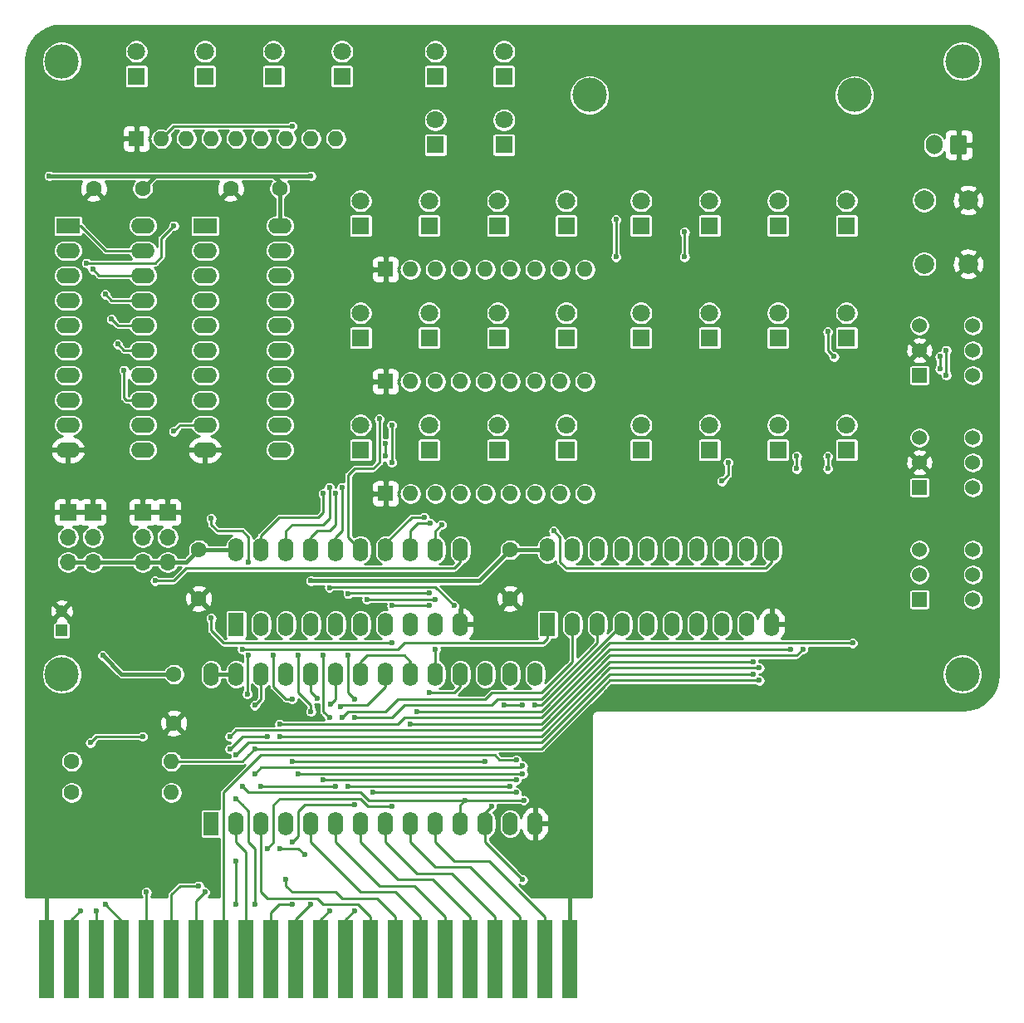
<source format=gbl>
%TF.GenerationSoftware,KiCad,Pcbnew,(5.1.8)-1*%
%TF.CreationDate,2021-02-19T20:00:13+01:00*%
%TF.ProjectId,C64 BlinkenDiag,43363420-426c-4696-9e6b-656e44696167,rev?*%
%TF.SameCoordinates,Original*%
%TF.FileFunction,Copper,L2,Bot*%
%TF.FilePolarity,Positive*%
%FSLAX46Y46*%
G04 Gerber Fmt 4.6, Leading zero omitted, Abs format (unit mm)*
G04 Created by KiCad (PCBNEW (5.1.8)-1) date 2021-02-19 20:00:13*
%MOMM*%
%LPD*%
G01*
G04 APERTURE LIST*
%TA.AperFunction,ComponentPad*%
%ADD10R,1.700000X1.700000*%
%TD*%
%TA.AperFunction,ComponentPad*%
%ADD11O,1.700000X1.700000*%
%TD*%
%TA.AperFunction,ComponentPad*%
%ADD12O,1.600000X1.600000*%
%TD*%
%TA.AperFunction,ComponentPad*%
%ADD13R,1.600000X1.600000*%
%TD*%
%TA.AperFunction,ComponentPad*%
%ADD14R,2.400000X1.600000*%
%TD*%
%TA.AperFunction,ComponentPad*%
%ADD15O,2.400000X1.600000*%
%TD*%
%TA.AperFunction,ComponentPad*%
%ADD16C,1.600000*%
%TD*%
%TA.AperFunction,ComponentPad*%
%ADD17C,2.000000*%
%TD*%
%TA.AperFunction,ComponentPad*%
%ADD18R,1.600000X2.400000*%
%TD*%
%TA.AperFunction,ComponentPad*%
%ADD19O,1.600000X2.400000*%
%TD*%
%TA.AperFunction,ConnectorPad*%
%ADD20R,1.500000X8.000000*%
%TD*%
%TA.AperFunction,ComponentPad*%
%ADD21C,1.524000*%
%TD*%
%TA.AperFunction,ComponentPad*%
%ADD22R,1.524000X1.524000*%
%TD*%
%TA.AperFunction,WasherPad*%
%ADD23C,3.500000*%
%TD*%
%TA.AperFunction,ComponentPad*%
%ADD24C,3.500000*%
%TD*%
%TA.AperFunction,ComponentPad*%
%ADD25C,1.800000*%
%TD*%
%TA.AperFunction,ComponentPad*%
%ADD26R,1.800000X1.800000*%
%TD*%
%TA.AperFunction,ComponentPad*%
%ADD27R,1.200000X1.200000*%
%TD*%
%TA.AperFunction,ComponentPad*%
%ADD28C,1.200000*%
%TD*%
%TA.AperFunction,ComponentPad*%
%ADD29O,1.700000X2.000000*%
%TD*%
%TA.AperFunction,ViaPad*%
%ADD30C,0.600000*%
%TD*%
%TA.AperFunction,Conductor*%
%ADD31C,0.250000*%
%TD*%
%TA.AperFunction,Conductor*%
%ADD32C,0.381000*%
%TD*%
%TA.AperFunction,Conductor*%
%ADD33C,0.254000*%
%TD*%
%TA.AperFunction,Conductor*%
%ADD34C,0.100000*%
%TD*%
G04 APERTURE END LIST*
D10*
%TO.P,JP1,1*%
%TO.N,GND*%
X124714000Y-70485000D03*
D11*
%TO.P,JP1,2*%
%TO.N,Net-(JP1-Pad2)*%
X124714000Y-73025000D03*
%TO.P,JP1,3*%
%TO.N,VCC*%
X124714000Y-75565000D03*
%TD*%
D12*
%TO.P,RN2,9*%
%TO.N,Net-(D8-Pad1)*%
X152019000Y-32385000D03*
%TO.P,RN2,8*%
%TO.N,Net-(D7-Pad1)*%
X149479000Y-32385000D03*
%TO.P,RN2,7*%
%TO.N,Net-(D6-Pad1)*%
X146939000Y-32385000D03*
%TO.P,RN2,6*%
%TO.N,Net-(D5-Pad1)*%
X144399000Y-32385000D03*
%TO.P,RN2,5*%
%TO.N,Net-(D4-Pad1)*%
X141859000Y-32385000D03*
%TO.P,RN2,4*%
%TO.N,Net-(D3-Pad1)*%
X139319000Y-32385000D03*
%TO.P,RN2,3*%
%TO.N,Net-(D2-Pad1)*%
X136779000Y-32385000D03*
%TO.P,RN2,2*%
%TO.N,Net-(D1-Pad1)*%
X134239000Y-32385000D03*
D13*
%TO.P,RN2,1*%
%TO.N,GND*%
X131699000Y-32385000D03*
%TD*%
D14*
%TO.P,U2,1*%
%TO.N,Net-(JP1-Pad2)*%
X124714000Y-41275000D03*
D15*
%TO.P,U2,11*%
%TO.N,Net-(D8-Pad2)*%
X132334000Y-64135000D03*
%TO.P,U2,2*%
%TO.N,~RESET*%
X124714000Y-43815000D03*
%TO.P,U2,12*%
%TO.N,Net-(D7-Pad2)*%
X132334000Y-61595000D03*
%TO.P,U2,3*%
%TO.N,~GAME*%
X124714000Y-46355000D03*
%TO.P,U2,13*%
%TO.N,Net-(D6-Pad2)*%
X132334000Y-59055000D03*
%TO.P,U2,4*%
%TO.N,~EXROM*%
X124714000Y-48895000D03*
%TO.P,U2,14*%
%TO.N,Net-(D5-Pad2)*%
X132334000Y-56515000D03*
%TO.P,U2,5*%
%TO.N,/~IO2*%
X124714000Y-51435000D03*
%TO.P,U2,15*%
%TO.N,Net-(D4-Pad2)*%
X132334000Y-53975000D03*
%TO.P,U2,6*%
%TO.N,/~IO1*%
X124714000Y-53975000D03*
%TO.P,U2,16*%
%TO.N,Net-(D3-Pad2)*%
X132334000Y-51435000D03*
%TO.P,U2,7*%
%TO.N,/R~W*%
X124714000Y-56515000D03*
%TO.P,U2,17*%
%TO.N,Net-(D2-Pad2)*%
X132334000Y-48895000D03*
%TO.P,U2,8*%
%TO.N,/~IRQ*%
X124714000Y-59055000D03*
%TO.P,U2,18*%
%TO.N,Net-(D1-Pad2)*%
X132334000Y-46355000D03*
%TO.P,U2,9*%
%TO.N,/~NMI*%
X124714000Y-61595000D03*
%TO.P,U2,19*%
%TO.N,Net-(JP1-Pad2)*%
X132334000Y-43815000D03*
%TO.P,U2,10*%
%TO.N,GND*%
X124714000Y-64135000D03*
%TO.P,U2,20*%
%TO.N,VCC*%
X132334000Y-41275000D03*
%TD*%
D16*
%TO.P,C2,1*%
%TO.N,VCC*%
X132334000Y-37465000D03*
%TO.P,C2,2*%
%TO.N,GND*%
X127334000Y-37465000D03*
%TD*%
D17*
%TO.P,SW4,2*%
%TO.N,GND*%
X216499000Y-45160000D03*
%TO.P,SW4,1*%
%TO.N,~RESET*%
X211999000Y-45160000D03*
%TO.P,SW4,2*%
%TO.N,GND*%
X216499000Y-38660000D03*
%TO.P,SW4,1*%
%TO.N,~RESET*%
X211999000Y-38660000D03*
%TD*%
D18*
%TO.P,U1,1*%
%TO.N,ROM_A14*%
X139319000Y-102235000D03*
D19*
%TO.P,U1,15*%
%TO.N,/D3*%
X172339000Y-86995000D03*
%TO.P,U1,2*%
%TO.N,/A12*%
X141859000Y-102235000D03*
%TO.P,U1,16*%
%TO.N,/D4*%
X169799000Y-86995000D03*
%TO.P,U1,3*%
%TO.N,/A7*%
X144399000Y-102235000D03*
%TO.P,U1,17*%
%TO.N,/D5*%
X167259000Y-86995000D03*
%TO.P,U1,4*%
%TO.N,/A6*%
X146939000Y-102235000D03*
%TO.P,U1,18*%
%TO.N,/D6*%
X164719000Y-86995000D03*
%TO.P,U1,5*%
%TO.N,/A5*%
X149479000Y-102235000D03*
%TO.P,U1,19*%
%TO.N,/D7*%
X162179000Y-86995000D03*
%TO.P,U1,6*%
%TO.N,/A4*%
X152019000Y-102235000D03*
%TO.P,U1,20*%
%TO.N,~ROM_CS*%
X159639000Y-86995000D03*
%TO.P,U1,7*%
%TO.N,/A3*%
X154559000Y-102235000D03*
%TO.P,U1,21*%
%TO.N,/A10*%
X157099000Y-86995000D03*
%TO.P,U1,8*%
%TO.N,/A2*%
X157099000Y-102235000D03*
%TO.P,U1,22*%
%TO.N,~ROM_CS*%
X154559000Y-86995000D03*
%TO.P,U1,9*%
%TO.N,/A1*%
X159639000Y-102235000D03*
%TO.P,U1,23*%
%TO.N,/A11*%
X152019000Y-86995000D03*
%TO.P,U1,10*%
%TO.N,/A0*%
X162179000Y-102235000D03*
%TO.P,U1,24*%
%TO.N,/A9*%
X149479000Y-86995000D03*
%TO.P,U1,11*%
%TO.N,/D0*%
X164719000Y-102235000D03*
%TO.P,U1,25*%
%TO.N,/A8*%
X146939000Y-86995000D03*
%TO.P,U1,12*%
%TO.N,/D1*%
X167259000Y-102235000D03*
%TO.P,U1,26*%
%TO.N,ROM_A13*%
X144399000Y-86995000D03*
%TO.P,U1,13*%
%TO.N,/D2*%
X169799000Y-102235000D03*
%TO.P,U1,27*%
%TO.N,VCC*%
X141859000Y-86995000D03*
%TO.P,U1,14*%
%TO.N,GND*%
X172339000Y-102235000D03*
%TO.P,U1,28*%
%TO.N,VCC*%
X139319000Y-86995000D03*
%TD*%
D20*
%TO.P,J1,A*%
%TO.N,GND*%
X122555000Y-116078000D03*
%TO.P,J1,B*%
%TO.N,~ROMH*%
X125095000Y-116078000D03*
%TO.P,J1,C*%
%TO.N,~RESET*%
X127635000Y-116078000D03*
%TO.P,J1,D*%
%TO.N,/~NMI*%
X130175000Y-116078000D03*
%TO.P,J1,E*%
%TO.N,/PHI2*%
X132715000Y-116078000D03*
%TO.P,J1,F*%
%TO.N,/A15*%
X135255000Y-116078000D03*
%TO.P,J1,H*%
%TO.N,/A14*%
X137795000Y-116078000D03*
%TO.P,J1,J*%
%TO.N,/A13*%
X140335000Y-116078000D03*
%TO.P,J1,K*%
%TO.N,/A12*%
X142875000Y-116078000D03*
%TO.P,J1,L*%
%TO.N,/A11*%
X145415000Y-116078000D03*
%TO.P,J1,M*%
%TO.N,/A10*%
X147955000Y-116078000D03*
%TO.P,J1,N*%
%TO.N,/A9*%
X150495000Y-116078000D03*
%TO.P,J1,P*%
%TO.N,/A8*%
X153035000Y-116078000D03*
%TO.P,J1,R*%
%TO.N,/A7*%
X155575000Y-116078000D03*
%TO.P,J1,S*%
%TO.N,/A6*%
X158115000Y-116078000D03*
%TO.P,J1,T*%
%TO.N,/A5*%
X160655000Y-116078000D03*
%TO.P,J1,U*%
%TO.N,/A4*%
X163195000Y-116078000D03*
%TO.P,J1,V*%
%TO.N,/A3*%
X165735000Y-116078000D03*
%TO.P,J1,W*%
%TO.N,/A2*%
X168275000Y-116078000D03*
%TO.P,J1,X*%
%TO.N,/A1*%
X170815000Y-116078000D03*
%TO.P,J1,Y*%
%TO.N,/A0*%
X173355000Y-116078000D03*
%TO.P,J1,Z*%
%TO.N,GND*%
X175895000Y-116078000D03*
%TD*%
D16*
%TO.P,R1,1*%
%TO.N,VCC*%
X125095000Y-95885000D03*
D12*
%TO.P,R1,2*%
%TO.N,ROM_A13*%
X135255000Y-95885000D03*
%TD*%
%TO.P,R2,2*%
%TO.N,ROM_A14*%
X135255000Y-99060000D03*
D16*
%TO.P,R2,1*%
%TO.N,VCC*%
X125095000Y-99060000D03*
%TD*%
D21*
%TO.P,SW1,3*%
%TO.N,N/C*%
X211524000Y-74295000D03*
%TO.P,SW1,2*%
%TO.N,~GAME*%
X211524000Y-76835000D03*
D22*
%TO.P,SW1,1*%
%TO.N,Net-(SW1-Pad1)*%
X211524000Y-79375000D03*
D21*
%TO.P,SW1,4*%
%TO.N,ROM_A13*%
X216974000Y-79375000D03*
%TO.P,SW1,5*%
%TO.N,~EXROM*%
X216974000Y-76835000D03*
%TO.P,SW1,6*%
%TO.N,N/C*%
X216974000Y-74295000D03*
%TD*%
%TO.P,SW2,3*%
%TO.N,Net-(SW1-Pad1)*%
X211524000Y-51435000D03*
%TO.P,SW2,2*%
%TO.N,GND*%
X211524000Y-53975000D03*
D22*
%TO.P,SW2,1*%
%TO.N,ROM_A13*%
X211524000Y-56515000D03*
D21*
%TO.P,SW2,4*%
%TO.N,~ROML*%
X216974000Y-56515000D03*
%TO.P,SW2,5*%
%TO.N,~ROM_CS*%
X216974000Y-53975000D03*
%TO.P,SW2,6*%
%TO.N,~ROMH*%
X216974000Y-51435000D03*
%TD*%
%TO.P,SW3,6*%
%TO.N,N/C*%
X216974000Y-62865000D03*
%TO.P,SW3,5*%
X216974000Y-65405000D03*
%TO.P,SW3,4*%
X216974000Y-67945000D03*
D22*
%TO.P,SW3,1*%
%TO.N,ROM_A14*%
X211524000Y-67945000D03*
D21*
%TO.P,SW3,2*%
%TO.N,GND*%
X211524000Y-65405000D03*
%TO.P,SW3,3*%
%TO.N,N/C*%
X211524000Y-62865000D03*
%TD*%
D23*
%TO.P,A1,*%
%TO.N,*%
X204889000Y-27940000D03*
X177889000Y-27940000D03*
%TD*%
D24*
%TO.P,M1,1*%
%TO.N,N/C*%
X124079000Y-86995000D03*
%TD*%
%TO.P,M2,1*%
%TO.N,N/C*%
X215900000Y-86995000D03*
%TD*%
%TO.P,M3,1*%
%TO.N,N/C*%
X215900000Y-24511000D03*
%TD*%
%TO.P,M4,1*%
%TO.N,N/C*%
X124079000Y-24511000D03*
%TD*%
D25*
%TO.P,D1,2*%
%TO.N,Net-(D1-Pad2)*%
X169164000Y-23495000D03*
D26*
%TO.P,D1,1*%
%TO.N,Net-(D1-Pad1)*%
X169164000Y-26035000D03*
%TD*%
%TO.P,D2,1*%
%TO.N,Net-(D2-Pad1)*%
X131699000Y-26035000D03*
D25*
%TO.P,D2,2*%
%TO.N,Net-(D2-Pad2)*%
X131699000Y-23495000D03*
%TD*%
%TO.P,D3,2*%
%TO.N,Net-(D3-Pad2)*%
X138684000Y-23495000D03*
D26*
%TO.P,D3,1*%
%TO.N,Net-(D3-Pad1)*%
X138684000Y-26035000D03*
%TD*%
%TO.P,D4,1*%
%TO.N,Net-(D4-Pad1)*%
X145669000Y-26035000D03*
D25*
%TO.P,D4,2*%
%TO.N,Net-(D4-Pad2)*%
X145669000Y-23495000D03*
%TD*%
%TO.P,D5,2*%
%TO.N,Net-(D5-Pad2)*%
X152654000Y-23495000D03*
D26*
%TO.P,D5,1*%
%TO.N,Net-(D5-Pad1)*%
X152654000Y-26035000D03*
%TD*%
%TO.P,D6,1*%
%TO.N,Net-(D6-Pad1)*%
X162179000Y-26035000D03*
D25*
%TO.P,D6,2*%
%TO.N,Net-(D6-Pad2)*%
X162179000Y-23495000D03*
%TD*%
%TO.P,D7,2*%
%TO.N,Net-(D7-Pad2)*%
X162179000Y-30480000D03*
D26*
%TO.P,D7,1*%
%TO.N,Net-(D7-Pad1)*%
X162179000Y-33020000D03*
%TD*%
%TO.P,D8,1*%
%TO.N,Net-(D8-Pad1)*%
X169164000Y-33020000D03*
D25*
%TO.P,D8,2*%
%TO.N,Net-(D8-Pad2)*%
X169164000Y-30480000D03*
%TD*%
D16*
%TO.P,C1,2*%
%TO.N,GND*%
X135509000Y-91995000D03*
%TO.P,C1,1*%
%TO.N,VCC*%
X135509000Y-86995000D03*
%TD*%
%TO.P,C3,1*%
%TO.N,VCC*%
X146304000Y-37465000D03*
%TO.P,C3,2*%
%TO.N,GND*%
X141304000Y-37465000D03*
%TD*%
%TO.P,C4,2*%
%TO.N,GND*%
X169799000Y-79295000D03*
%TO.P,C4,1*%
%TO.N,VCC*%
X169799000Y-74295000D03*
%TD*%
%TO.P,C5,1*%
%TO.N,VCC*%
X138049000Y-74295000D03*
%TO.P,C5,2*%
%TO.N,GND*%
X138049000Y-79295000D03*
%TD*%
D27*
%TO.P,C6,1*%
%TO.N,VCC*%
X124079000Y-82550000D03*
D28*
%TO.P,C6,2*%
%TO.N,GND*%
X124079000Y-80550000D03*
%TD*%
D25*
%TO.P,D9,2*%
%TO.N,Net-(D9-Pad2)*%
X154559000Y-38735000D03*
D26*
%TO.P,D9,1*%
%TO.N,Net-(D9-Pad1)*%
X154559000Y-41275000D03*
%TD*%
D25*
%TO.P,D10,2*%
%TO.N,Net-(D10-Pad2)*%
X161544000Y-38735000D03*
D26*
%TO.P,D10,1*%
%TO.N,Net-(D10-Pad1)*%
X161544000Y-41275000D03*
%TD*%
D25*
%TO.P,D11,2*%
%TO.N,Net-(D11-Pad2)*%
X168529000Y-38735000D03*
D26*
%TO.P,D11,1*%
%TO.N,Net-(D11-Pad1)*%
X168529000Y-41275000D03*
%TD*%
%TO.P,D12,1*%
%TO.N,Net-(D12-Pad1)*%
X175514000Y-41275000D03*
D25*
%TO.P,D12,2*%
%TO.N,Net-(D12-Pad2)*%
X175514000Y-38735000D03*
%TD*%
%TO.P,D13,2*%
%TO.N,Net-(D13-Pad2)*%
X183134000Y-38735000D03*
D26*
%TO.P,D13,1*%
%TO.N,Net-(D13-Pad1)*%
X183134000Y-41275000D03*
%TD*%
%TO.P,D14,1*%
%TO.N,Net-(D14-Pad1)*%
X190119000Y-41275000D03*
D25*
%TO.P,D14,2*%
%TO.N,Net-(D14-Pad2)*%
X190119000Y-38735000D03*
%TD*%
%TO.P,D15,2*%
%TO.N,Net-(D15-Pad2)*%
X197104000Y-38735000D03*
D26*
%TO.P,D15,1*%
%TO.N,Net-(D15-Pad1)*%
X197104000Y-41275000D03*
%TD*%
%TO.P,D16,1*%
%TO.N,Net-(D16-Pad1)*%
X204089000Y-41275000D03*
D25*
%TO.P,D16,2*%
%TO.N,Net-(D16-Pad2)*%
X204089000Y-38735000D03*
%TD*%
D26*
%TO.P,D17,1*%
%TO.N,Net-(D17-Pad1)*%
X154559000Y-52705000D03*
D25*
%TO.P,D17,2*%
%TO.N,Net-(D17-Pad2)*%
X154559000Y-50165000D03*
%TD*%
%TO.P,D18,2*%
%TO.N,Net-(D18-Pad2)*%
X161544000Y-50165000D03*
D26*
%TO.P,D18,1*%
%TO.N,Net-(D18-Pad1)*%
X161544000Y-52705000D03*
%TD*%
%TO.P,D19,1*%
%TO.N,Net-(D19-Pad1)*%
X168529000Y-52705000D03*
D25*
%TO.P,D19,2*%
%TO.N,Net-(D19-Pad2)*%
X168529000Y-50165000D03*
%TD*%
%TO.P,D20,2*%
%TO.N,Net-(D20-Pad2)*%
X175514000Y-50165000D03*
D26*
%TO.P,D20,1*%
%TO.N,Net-(D20-Pad1)*%
X175514000Y-52705000D03*
%TD*%
%TO.P,D21,1*%
%TO.N,Net-(D21-Pad1)*%
X183134000Y-52705000D03*
D25*
%TO.P,D21,2*%
%TO.N,Net-(D21-Pad2)*%
X183134000Y-50165000D03*
%TD*%
%TO.P,D22,2*%
%TO.N,Net-(D22-Pad2)*%
X190119000Y-50165000D03*
D26*
%TO.P,D22,1*%
%TO.N,Net-(D22-Pad1)*%
X190119000Y-52705000D03*
%TD*%
%TO.P,D23,1*%
%TO.N,Net-(D23-Pad1)*%
X197104000Y-52705000D03*
D25*
%TO.P,D23,2*%
%TO.N,Net-(D23-Pad2)*%
X197104000Y-50165000D03*
%TD*%
%TO.P,D24,2*%
%TO.N,Net-(D24-Pad2)*%
X204089000Y-50165000D03*
D26*
%TO.P,D24,1*%
%TO.N,Net-(D24-Pad1)*%
X204089000Y-52705000D03*
%TD*%
%TO.P,D25,1*%
%TO.N,Net-(D25-Pad1)*%
X154559000Y-64135000D03*
D25*
%TO.P,D25,2*%
%TO.N,Net-(D25-Pad2)*%
X154559000Y-61595000D03*
%TD*%
%TO.P,D26,2*%
%TO.N,Net-(D26-Pad2)*%
X161544000Y-61595000D03*
D26*
%TO.P,D26,1*%
%TO.N,Net-(D26-Pad1)*%
X161544000Y-64135000D03*
%TD*%
%TO.P,D27,1*%
%TO.N,Net-(D27-Pad1)*%
X168529000Y-64135000D03*
D25*
%TO.P,D27,2*%
%TO.N,Net-(D27-Pad2)*%
X168529000Y-61595000D03*
%TD*%
D26*
%TO.P,D28,1*%
%TO.N,Net-(D28-Pad1)*%
X175514000Y-64135000D03*
D25*
%TO.P,D28,2*%
%TO.N,Net-(D28-Pad2)*%
X175514000Y-61595000D03*
%TD*%
%TO.P,D29,2*%
%TO.N,Net-(D29-Pad2)*%
X183134000Y-61595000D03*
D26*
%TO.P,D29,1*%
%TO.N,Net-(D29-Pad1)*%
X183134000Y-64135000D03*
%TD*%
%TO.P,D30,1*%
%TO.N,Net-(D30-Pad1)*%
X190119000Y-64135000D03*
D25*
%TO.P,D30,2*%
%TO.N,Net-(D30-Pad2)*%
X190119000Y-61595000D03*
%TD*%
D26*
%TO.P,D31,1*%
%TO.N,Net-(D31-Pad1)*%
X197104000Y-64135000D03*
D25*
%TO.P,D31,2*%
%TO.N,Net-(D31-Pad2)*%
X197104000Y-61595000D03*
%TD*%
%TO.P,D32,2*%
%TO.N,Net-(D32-Pad2)*%
X204089000Y-61595000D03*
D26*
%TO.P,D32,1*%
%TO.N,Net-(D32-Pad1)*%
X204089000Y-64135000D03*
%TD*%
D11*
%TO.P,JP2,3*%
%TO.N,VCC*%
X127254000Y-75565000D03*
%TO.P,JP2,2*%
%TO.N,Net-(JP2-Pad2)*%
X127254000Y-73025000D03*
D10*
%TO.P,JP2,1*%
%TO.N,GND*%
X127254000Y-70485000D03*
%TD*%
%TO.P,JP3,1*%
%TO.N,GND*%
X132334000Y-70485000D03*
D11*
%TO.P,JP3,2*%
%TO.N,Net-(JP3-Pad2)*%
X132334000Y-73025000D03*
%TO.P,JP3,3*%
%TO.N,VCC*%
X132334000Y-75565000D03*
%TD*%
%TO.P,JP4,3*%
%TO.N,VCC*%
X134874000Y-75565000D03*
%TO.P,JP4,2*%
%TO.N,Net-(JP4-Pad2)*%
X134874000Y-73025000D03*
D10*
%TO.P,JP4,1*%
%TO.N,GND*%
X134874000Y-70485000D03*
%TD*%
D15*
%TO.P,U3,20*%
%TO.N,VCC*%
X146304000Y-41275000D03*
%TO.P,U3,10*%
%TO.N,GND*%
X138684000Y-64135000D03*
%TO.P,U3,19*%
%TO.N,Net-(D9-Pad2)*%
X146304000Y-43815000D03*
%TO.P,U3,9*%
%TO.N,/D0*%
X138684000Y-61595000D03*
%TO.P,U3,18*%
%TO.N,Net-(D10-Pad2)*%
X146304000Y-46355000D03*
%TO.P,U3,8*%
%TO.N,/D1*%
X138684000Y-59055000D03*
%TO.P,U3,17*%
%TO.N,Net-(D11-Pad2)*%
X146304000Y-48895000D03*
%TO.P,U3,7*%
%TO.N,/D2*%
X138684000Y-56515000D03*
%TO.P,U3,16*%
%TO.N,Net-(D12-Pad2)*%
X146304000Y-51435000D03*
%TO.P,U3,6*%
%TO.N,/D3*%
X138684000Y-53975000D03*
%TO.P,U3,15*%
%TO.N,Net-(D13-Pad2)*%
X146304000Y-53975000D03*
%TO.P,U3,5*%
%TO.N,/D4*%
X138684000Y-51435000D03*
%TO.P,U3,14*%
%TO.N,Net-(D14-Pad2)*%
X146304000Y-56515000D03*
%TO.P,U3,4*%
%TO.N,/D5*%
X138684000Y-48895000D03*
%TO.P,U3,13*%
%TO.N,Net-(D15-Pad2)*%
X146304000Y-59055000D03*
%TO.P,U3,3*%
%TO.N,/D6*%
X138684000Y-46355000D03*
%TO.P,U3,12*%
%TO.N,Net-(D16-Pad2)*%
X146304000Y-61595000D03*
%TO.P,U3,2*%
%TO.N,/D7*%
X138684000Y-43815000D03*
%TO.P,U3,11*%
%TO.N,/PHI2*%
X146304000Y-64135000D03*
D14*
%TO.P,U3,1*%
%TO.N,Net-(JP2-Pad2)*%
X138684000Y-41275000D03*
%TD*%
D18*
%TO.P,U4,1*%
%TO.N,Net-(JP3-Pad2)*%
X173609000Y-81915000D03*
D19*
%TO.P,U4,11*%
%TO.N,/PHI2*%
X196469000Y-74295000D03*
%TO.P,U4,2*%
%TO.N,/A15*%
X176149000Y-81915000D03*
%TO.P,U4,12*%
%TO.N,Net-(D24-Pad2)*%
X193929000Y-74295000D03*
%TO.P,U4,3*%
%TO.N,/A14*%
X178689000Y-81915000D03*
%TO.P,U4,13*%
%TO.N,Net-(D23-Pad2)*%
X191389000Y-74295000D03*
%TO.P,U4,4*%
%TO.N,/A13*%
X181229000Y-81915000D03*
%TO.P,U4,14*%
%TO.N,Net-(D22-Pad2)*%
X188849000Y-74295000D03*
%TO.P,U4,5*%
%TO.N,/A12*%
X183769000Y-81915000D03*
%TO.P,U4,15*%
%TO.N,Net-(D21-Pad2)*%
X186309000Y-74295000D03*
%TO.P,U4,6*%
%TO.N,/A11*%
X186309000Y-81915000D03*
%TO.P,U4,16*%
%TO.N,Net-(D20-Pad2)*%
X183769000Y-74295000D03*
%TO.P,U4,7*%
%TO.N,/A10*%
X188849000Y-81915000D03*
%TO.P,U4,17*%
%TO.N,Net-(D19-Pad2)*%
X181229000Y-74295000D03*
%TO.P,U4,8*%
%TO.N,/A9*%
X191389000Y-81915000D03*
%TO.P,U4,18*%
%TO.N,Net-(D18-Pad2)*%
X178689000Y-74295000D03*
%TO.P,U4,9*%
%TO.N,/A8*%
X193929000Y-81915000D03*
%TO.P,U4,19*%
%TO.N,Net-(D17-Pad2)*%
X176149000Y-74295000D03*
%TO.P,U4,10*%
%TO.N,GND*%
X196469000Y-81915000D03*
%TO.P,U4,20*%
%TO.N,VCC*%
X173609000Y-74295000D03*
%TD*%
D18*
%TO.P,U5,1*%
%TO.N,Net-(JP4-Pad2)*%
X141859000Y-81915000D03*
D19*
%TO.P,U5,11*%
%TO.N,/PHI2*%
X164719000Y-74295000D03*
%TO.P,U5,2*%
%TO.N,/A7*%
X144399000Y-81915000D03*
%TO.P,U5,12*%
%TO.N,Net-(D32-Pad2)*%
X162179000Y-74295000D03*
%TO.P,U5,3*%
%TO.N,/A6*%
X146939000Y-81915000D03*
%TO.P,U5,13*%
%TO.N,Net-(D31-Pad2)*%
X159639000Y-74295000D03*
%TO.P,U5,4*%
%TO.N,/A5*%
X149479000Y-81915000D03*
%TO.P,U5,14*%
%TO.N,Net-(D30-Pad2)*%
X157099000Y-74295000D03*
%TO.P,U5,5*%
%TO.N,/A4*%
X152019000Y-81915000D03*
%TO.P,U5,15*%
%TO.N,Net-(D29-Pad2)*%
X154559000Y-74295000D03*
%TO.P,U5,6*%
%TO.N,/A3*%
X154559000Y-81915000D03*
%TO.P,U5,16*%
%TO.N,Net-(D28-Pad2)*%
X152019000Y-74295000D03*
%TO.P,U5,7*%
%TO.N,/A2*%
X157099000Y-81915000D03*
%TO.P,U5,17*%
%TO.N,Net-(D27-Pad2)*%
X149479000Y-74295000D03*
%TO.P,U5,8*%
%TO.N,/A1*%
X159639000Y-81915000D03*
%TO.P,U5,18*%
%TO.N,Net-(D26-Pad2)*%
X146939000Y-74295000D03*
%TO.P,U5,9*%
%TO.N,/A0*%
X162179000Y-81915000D03*
%TO.P,U5,19*%
%TO.N,Net-(D25-Pad2)*%
X144399000Y-74295000D03*
%TO.P,U5,10*%
%TO.N,GND*%
X164719000Y-81915000D03*
%TO.P,U5,20*%
%TO.N,VCC*%
X141859000Y-74295000D03*
%TD*%
D12*
%TO.P,RN1,9*%
%TO.N,Net-(D16-Pad1)*%
X177419000Y-45720000D03*
%TO.P,RN1,8*%
%TO.N,Net-(D15-Pad1)*%
X174879000Y-45720000D03*
%TO.P,RN1,7*%
%TO.N,Net-(D14-Pad1)*%
X172339000Y-45720000D03*
%TO.P,RN1,6*%
%TO.N,Net-(D13-Pad1)*%
X169799000Y-45720000D03*
%TO.P,RN1,5*%
%TO.N,Net-(D12-Pad1)*%
X167259000Y-45720000D03*
%TO.P,RN1,4*%
%TO.N,Net-(D11-Pad1)*%
X164719000Y-45720000D03*
%TO.P,RN1,3*%
%TO.N,Net-(D10-Pad1)*%
X162179000Y-45720000D03*
%TO.P,RN1,2*%
%TO.N,Net-(D9-Pad1)*%
X159639000Y-45720000D03*
D13*
%TO.P,RN1,1*%
%TO.N,GND*%
X157099000Y-45720000D03*
%TD*%
%TO.P,RN3,1*%
%TO.N,GND*%
X157099000Y-57150000D03*
D12*
%TO.P,RN3,2*%
%TO.N,Net-(D17-Pad1)*%
X159639000Y-57150000D03*
%TO.P,RN3,3*%
%TO.N,Net-(D18-Pad1)*%
X162179000Y-57150000D03*
%TO.P,RN3,4*%
%TO.N,Net-(D19-Pad1)*%
X164719000Y-57150000D03*
%TO.P,RN3,5*%
%TO.N,Net-(D20-Pad1)*%
X167259000Y-57150000D03*
%TO.P,RN3,6*%
%TO.N,Net-(D21-Pad1)*%
X169799000Y-57150000D03*
%TO.P,RN3,7*%
%TO.N,Net-(D22-Pad1)*%
X172339000Y-57150000D03*
%TO.P,RN3,8*%
%TO.N,Net-(D23-Pad1)*%
X174879000Y-57150000D03*
%TO.P,RN3,9*%
%TO.N,Net-(D24-Pad1)*%
X177419000Y-57150000D03*
%TD*%
D13*
%TO.P,RN4,1*%
%TO.N,GND*%
X157099000Y-68580000D03*
D12*
%TO.P,RN4,2*%
%TO.N,Net-(D25-Pad1)*%
X159639000Y-68580000D03*
%TO.P,RN4,3*%
%TO.N,Net-(D26-Pad1)*%
X162179000Y-68580000D03*
%TO.P,RN4,4*%
%TO.N,Net-(D27-Pad1)*%
X164719000Y-68580000D03*
%TO.P,RN4,5*%
%TO.N,Net-(D28-Pad1)*%
X167259000Y-68580000D03*
%TO.P,RN4,6*%
%TO.N,Net-(D29-Pad1)*%
X169799000Y-68580000D03*
%TO.P,RN4,7*%
%TO.N,Net-(D30-Pad1)*%
X172339000Y-68580000D03*
%TO.P,RN4,8*%
%TO.N,Net-(D31-Pad1)*%
X174879000Y-68580000D03*
%TO.P,RN4,9*%
%TO.N,Net-(D32-Pad1)*%
X177419000Y-68580000D03*
%TD*%
%TO.P,J2,1*%
%TO.N,GND*%
%TA.AperFunction,ComponentPad*%
G36*
G01*
X216369000Y-32270000D02*
X216369000Y-33770000D01*
G75*
G02*
X216119000Y-34020000I-250000J0D01*
G01*
X214919000Y-34020000D01*
G75*
G02*
X214669000Y-33770000I0J250000D01*
G01*
X214669000Y-32270000D01*
G75*
G02*
X214919000Y-32020000I250000J0D01*
G01*
X216119000Y-32020000D01*
G75*
G02*
X216369000Y-32270000I0J-250000D01*
G01*
G37*
%TD.AperFunction*%
D29*
%TO.P,J2,2*%
%TO.N,VCC*%
X213019000Y-33020000D03*
%TD*%
D30*
%TO.N,/A12*%
X171069000Y-96354974D03*
X143764000Y-97155000D03*
%TO.N,/A6*%
X146939000Y-107950000D03*
%TO.N,/A5*%
X149479000Y-90805000D03*
X148209000Y-85090000D03*
%TO.N,/A4*%
X150749000Y-85090000D03*
X151384000Y-91439988D03*
%TO.N,/A3*%
X153924000Y-89535000D03*
X153289000Y-85090000D03*
%TO.N,/A10*%
X149479000Y-110490000D03*
X152529558Y-90294442D03*
X170434000Y-97779977D03*
X150749000Y-97790000D03*
%TO.N,/A11*%
X147574000Y-110490000D03*
X171069000Y-97154977D03*
X148209000Y-97155000D03*
X151508450Y-90045550D03*
%TO.N,/A9*%
X151384000Y-111125000D03*
X153289000Y-98425000D03*
X169799000Y-98404977D03*
X150114000Y-89420540D03*
%TO.N,/A8*%
X153924000Y-111125000D03*
X155829000Y-99060000D03*
X170434000Y-99060000D03*
%TO.N,GND*%
X122555000Y-108077000D03*
X175895000Y-108966000D03*
%TO.N,VCC*%
X149479000Y-36195000D03*
X128260010Y-85090000D03*
X122809000Y-36195000D03*
X149479000Y-77470000D03*
%TO.N,~GAME*%
X159639000Y-92075000D03*
X157734000Y-83820000D03*
X157734000Y-100473652D03*
X141859000Y-110490000D03*
X145034000Y-104775000D03*
X141859000Y-106045000D03*
X139319000Y-81280000D03*
X199644000Y-84455000D03*
%TO.N,~EXROM*%
X143764000Y-110490000D03*
X141859000Y-95250000D03*
X141859000Y-99695000D03*
X194564000Y-86995000D03*
%TO.N,~ROML*%
X146304000Y-93345000D03*
X146304000Y-104775000D03*
X148844000Y-105410000D03*
X195199000Y-86360000D03*
%TO.N,/D7*%
X162179000Y-84455000D03*
%TO.N,/D6*%
X161544000Y-88900000D03*
%TO.N,/D5*%
X161544000Y-80010000D03*
X157734000Y-80010000D03*
%TO.N,/D4*%
X162179000Y-79375000D03*
X155194000Y-79375000D03*
%TO.N,/D3*%
X161544000Y-78740000D03*
X153289024Y-78795510D03*
%TO.N,/D2*%
X164084000Y-80010000D03*
X143129000Y-75565000D03*
X139319000Y-71120000D03*
X169164012Y-90170000D03*
X171069000Y-90170000D03*
X151384000Y-78160500D03*
%TO.N,/D1*%
X167894000Y-100473652D03*
X147574000Y-89535000D03*
X147574000Y-95875010D03*
X167259000Y-95875010D03*
X145669000Y-85089988D03*
X171069000Y-107950000D03*
%TO.N,/D0*%
X171198423Y-99848652D03*
X165200348Y-99848652D03*
X135509000Y-62230000D03*
X142494000Y-98425000D03*
X143004558Y-89024442D03*
X143129000Y-85090000D03*
%TO.N,~ROMH*%
X214249000Y-53975000D03*
X214249000Y-56515000D03*
X125984000Y-111125000D03*
X127010000Y-93980000D03*
X132334000Y-93345000D03*
X141224000Y-93345000D03*
X194564000Y-85725000D03*
%TO.N,~RESET*%
X127635000Y-111125000D03*
%TO.N,Net-(SW1-Pad1)*%
X213614000Y-55880000D03*
X213614000Y-54610000D03*
%TO.N,Net-(D1-Pad2)*%
X127254000Y-45720000D03*
%TO.N,Net-(D1-Pad1)*%
X147574000Y-31115020D03*
%TO.N,Net-(D2-Pad2)*%
X128524000Y-48260000D03*
%TO.N,Net-(D3-Pad2)*%
X129159000Y-50800000D03*
%TO.N,Net-(D4-Pad2)*%
X129794000Y-53340000D03*
%TO.N,Net-(D6-Pad2)*%
X130429000Y-56007000D03*
%TO.N,/~NMI*%
X128524000Y-110490000D03*
%TO.N,ROM_A13*%
X143764000Y-90170000D03*
X143764000Y-94615000D03*
X195199000Y-87630000D03*
%TO.N,ROM_A14*%
X145034000Y-93345000D03*
X146304000Y-92075000D03*
X141224000Y-94615000D03*
X198373999Y-84455001D03*
%TO.N,~ROM_CS*%
X160274000Y-90805000D03*
X204724020Y-83819980D03*
%TO.N,Net-(D13-Pad2)*%
X180594000Y-44450000D03*
X180594000Y-40640000D03*
%TO.N,Net-(D14-Pad2)*%
X187579000Y-44450000D03*
X187579000Y-41910000D03*
%TO.N,Net-(D17-Pad2)*%
X202184000Y-52070000D03*
X202819000Y-54610000D03*
%TO.N,Net-(D25-Pad2)*%
X150749000Y-68580000D03*
%TO.N,Net-(D26-Pad2)*%
X151384000Y-67945000D03*
%TO.N,Net-(D27-Pad2)*%
X152019000Y-68580000D03*
X157099000Y-64770000D03*
X157099000Y-63500000D03*
%TO.N,Net-(D28-Pad2)*%
X152654000Y-67945000D03*
X157734000Y-65405000D03*
X157734000Y-61595000D03*
%TO.N,Net-(D29-Pad2)*%
X156464000Y-60960000D03*
%TO.N,Net-(D30-Pad2)*%
X192024000Y-65405000D03*
X191389000Y-67310000D03*
X161033442Y-70995558D03*
%TO.N,Net-(D31-Pad2)*%
X161668442Y-71630558D03*
X199009000Y-66040000D03*
X199009000Y-64770000D03*
%TO.N,Net-(D32-Pad2)*%
X162814000Y-71755000D03*
X202184000Y-66040000D03*
X202184000Y-64770000D03*
%TO.N,/PHI2*%
X132715000Y-109220000D03*
X133604000Y-77470000D03*
X174244000Y-72390000D03*
%TO.N,/A15*%
X152654000Y-91439989D03*
X152019000Y-98425000D03*
X144399000Y-98425000D03*
X138049000Y-108585000D03*
%TO.N,/A14*%
X153924000Y-91439989D03*
X153924000Y-100330000D03*
X147574000Y-104140000D03*
X138684000Y-109220000D03*
%TO.N,/A13*%
X170425961Y-95729974D03*
X172339000Y-90170000D03*
%TO.N,Net-(JP2-Pad2)*%
X126619000Y-45085000D03*
X135509000Y-41275000D03*
%TO.N,Net-(JP3-Pad2)*%
X142494000Y-84455000D03*
%TD*%
D31*
%TO.N,/A12*%
X170923962Y-96500012D02*
X144418988Y-96500012D01*
X171069000Y-96354974D02*
X170923962Y-96500012D01*
X144418988Y-96500012D02*
X143764000Y-97155000D01*
X141859000Y-104140000D02*
X141859000Y-102235000D01*
X142875000Y-105156000D02*
X141859000Y-104140000D01*
X142875000Y-116078000D02*
X142875000Y-105156000D01*
%TO.N,/A7*%
X154305000Y-110490000D02*
X155575000Y-111760000D01*
X150114000Y-109855000D02*
X150749000Y-110490000D01*
X150749000Y-110490000D02*
X154305000Y-110490000D01*
X145034000Y-109855000D02*
X150114000Y-109855000D01*
X144399000Y-109220000D02*
X145034000Y-109855000D01*
X155575000Y-111760000D02*
X155575000Y-116078000D01*
X144399000Y-102235000D02*
X144399000Y-109220000D01*
%TO.N,/A6*%
X146939000Y-102870000D02*
X146939000Y-102235000D01*
X158115000Y-111760000D02*
X158115000Y-116078000D01*
X156210000Y-109855000D02*
X158115000Y-111760000D01*
X152654000Y-109855000D02*
X156210000Y-109855000D01*
X152019000Y-109220000D02*
X147574000Y-109220000D01*
X152019000Y-109220000D02*
X152654000Y-109855000D01*
X147574000Y-109220000D02*
X146939000Y-108585000D01*
X146939000Y-108585000D02*
X146939000Y-107950000D01*
%TO.N,/A5*%
X160655000Y-111760000D02*
X160655000Y-116078000D01*
X158115000Y-109220000D02*
X160655000Y-111760000D01*
X154559000Y-109220000D02*
X158115000Y-109220000D01*
X149479000Y-104140000D02*
X154559000Y-109220000D01*
X149479000Y-102235000D02*
X149479000Y-104140000D01*
X149479000Y-90805000D02*
X149479000Y-90170000D01*
X148209000Y-88900000D02*
X148209000Y-85090000D01*
X149479000Y-90170000D02*
X148209000Y-88900000D01*
%TO.N,/A4*%
X152019000Y-102870000D02*
X152019000Y-102235000D01*
X163195000Y-111760000D02*
X163195000Y-116078000D01*
X160020000Y-108585000D02*
X163195000Y-111760000D01*
X156464000Y-108585000D02*
X160020000Y-108585000D01*
X152019000Y-104140000D02*
X156464000Y-108585000D01*
X152019000Y-102235000D02*
X152019000Y-104140000D01*
X150749000Y-85090000D02*
X150749000Y-90804988D01*
X150749000Y-90804988D02*
X151384000Y-91439988D01*
%TO.N,/A3*%
X154559000Y-102743000D02*
X154559000Y-102235000D01*
X165735000Y-111760000D02*
X165735000Y-116078000D01*
X158369000Y-107950000D02*
X161925000Y-107950000D01*
X154559000Y-104140000D02*
X158369000Y-107950000D01*
X161925000Y-107950000D02*
X165735000Y-111760000D01*
X154559000Y-102235000D02*
X154559000Y-104140000D01*
X153924000Y-89535000D02*
X153289000Y-88900000D01*
X153289000Y-88900000D02*
X153289000Y-85090000D01*
%TO.N,/A10*%
X147955000Y-112014000D02*
X149479000Y-110490000D01*
X147955000Y-116078000D02*
X147955000Y-112014000D01*
X157099000Y-88265000D02*
X157099000Y-86995000D01*
X155194000Y-90170000D02*
X157099000Y-88265000D01*
X152654000Y-90170000D02*
X155194000Y-90170000D01*
X152529558Y-90294442D02*
X152654000Y-90170000D01*
X150759023Y-97779977D02*
X150749000Y-97790000D01*
X170434000Y-97779977D02*
X150759023Y-97779977D01*
%TO.N,/A2*%
X157099000Y-102870000D02*
X157099000Y-102235000D01*
X168275000Y-111760000D02*
X168275000Y-116078000D01*
X163830000Y-107315000D02*
X168275000Y-111760000D01*
X160274000Y-107315000D02*
X163830000Y-107315000D01*
X157099000Y-104140000D02*
X160274000Y-107315000D01*
X157099000Y-102235000D02*
X157099000Y-104140000D01*
%TO.N,/A1*%
X159639000Y-102870000D02*
X159639000Y-102235000D01*
X170815000Y-111760000D02*
X170815000Y-116078000D01*
X162179000Y-106680000D02*
X165735000Y-106680000D01*
X159639000Y-104140000D02*
X162179000Y-106680000D01*
X165735000Y-106680000D02*
X170815000Y-111760000D01*
X159639000Y-102235000D02*
X159639000Y-104140000D01*
%TO.N,/A11*%
X145669000Y-115824000D02*
X145415000Y-116078000D01*
X145415000Y-116078000D02*
X145415000Y-111286000D01*
X146211000Y-110490000D02*
X147574000Y-110490000D01*
X145415000Y-111286000D02*
X146211000Y-110490000D01*
X171069000Y-97154977D02*
X148209023Y-97154977D01*
X148209023Y-97154977D02*
X148209000Y-97155000D01*
X152019000Y-89535000D02*
X151508450Y-90045550D01*
X152019000Y-86995000D02*
X152019000Y-89535000D01*
%TO.N,/A0*%
X173355000Y-111760000D02*
X173355000Y-116078000D01*
X167640000Y-106045000D02*
X173355000Y-111760000D01*
X164084000Y-106045000D02*
X167640000Y-106045000D01*
X162179000Y-104140000D02*
X164084000Y-106045000D01*
X162179000Y-102235000D02*
X162179000Y-104140000D01*
%TO.N,/A9*%
X150495000Y-112014000D02*
X151384000Y-111125000D01*
X150495000Y-116078000D02*
X150495000Y-112014000D01*
X153289000Y-98425000D02*
X169778977Y-98425000D01*
X169778977Y-98425000D02*
X169799000Y-98404977D01*
X149479000Y-88785540D02*
X150114000Y-89420540D01*
X149479000Y-86995000D02*
X149479000Y-88785540D01*
%TO.N,/A8*%
X153035000Y-112014000D02*
X153924000Y-111125000D01*
X153035000Y-116078000D02*
X153035000Y-112014000D01*
X169164000Y-99060000D02*
X170434000Y-99060000D01*
X155829000Y-99060000D02*
X169164000Y-99060000D01*
D32*
%TO.N,GND*%
X122555000Y-116078000D02*
X122555000Y-108077000D01*
X175895000Y-116078000D02*
X175895000Y-108966000D01*
%TO.N,VCC*%
X139319000Y-86995000D02*
X141859000Y-86995000D01*
X146304000Y-41275000D02*
X146304000Y-37465000D01*
X132334000Y-37465000D02*
X133604000Y-36195000D01*
X133604000Y-36195000D02*
X145669000Y-36195000D01*
X145669000Y-36195000D02*
X146304000Y-36830000D01*
X146304000Y-36830000D02*
X146304000Y-37465000D01*
X145669000Y-36195000D02*
X149479000Y-36195000D01*
X133604000Y-36195000D02*
X124079000Y-36195000D01*
X124079000Y-36195000D02*
X122809000Y-36195000D01*
X136779000Y-75565000D02*
X138049000Y-74295000D01*
X127254000Y-75565000D02*
X136779000Y-75565000D01*
X138049000Y-74295000D02*
X141859000Y-74295000D01*
X124714000Y-75565000D02*
X127254000Y-75565000D01*
X173609000Y-74295000D02*
X169799000Y-74295000D01*
X135509000Y-86995000D02*
X130165010Y-86995000D01*
X130165010Y-86995000D02*
X128260010Y-85090000D01*
X169799000Y-74295000D02*
X166624000Y-77470000D01*
X166624000Y-77470000D02*
X149479000Y-77470000D01*
D31*
%TO.N,~GAME*%
X146304000Y-99695000D02*
X145669000Y-100330000D01*
X155337652Y-100473652D02*
X154559000Y-99695000D01*
X145669000Y-104140000D02*
X145034000Y-104775000D01*
X157734000Y-100473652D02*
X155337652Y-100473652D01*
X145669000Y-100330000D02*
X145669000Y-104140000D01*
X154559000Y-99695000D02*
X146304000Y-99695000D01*
X141859000Y-110490000D02*
X141859000Y-106045000D01*
X139319000Y-82550000D02*
X139319000Y-81280000D01*
X140589000Y-83820000D02*
X139319000Y-82550000D01*
X157734000Y-83820000D02*
X140589000Y-83820000D01*
X199009000Y-85090000D02*
X199644000Y-84455000D01*
X179954768Y-85090000D02*
X199009000Y-85090000D01*
X172969768Y-92075000D02*
X179954768Y-85090000D01*
X159639000Y-92075000D02*
X172969768Y-92075000D01*
%TO.N,~EXROM*%
X143764000Y-104775000D02*
X143129000Y-104140000D01*
X143764000Y-110490000D02*
X143764000Y-104775000D01*
X143129000Y-100965000D02*
X142494000Y-100330000D01*
X143129000Y-104140000D02*
X143129000Y-100965000D01*
X142494000Y-100330000D02*
X141859000Y-99695000D01*
X172974000Y-93980000D02*
X179959000Y-86995000D01*
X179959000Y-86995000D02*
X194564000Y-86995000D01*
X143129000Y-93980000D02*
X172974000Y-93980000D01*
X141859000Y-95250000D02*
X143129000Y-93980000D01*
%TO.N,~ROML*%
X148209000Y-104775000D02*
X148844000Y-105410000D01*
X146304000Y-104775000D02*
X148209000Y-104775000D01*
X146304000Y-93345000D02*
X172972590Y-93345000D01*
X172972590Y-93345000D02*
X179957590Y-86360000D01*
X179957590Y-86360000D02*
X195199000Y-86360000D01*
%TO.N,/D7*%
X162179000Y-86995000D02*
X162179000Y-84455000D01*
%TO.N,/D6*%
X164084000Y-88900000D02*
X161544000Y-88900000D01*
X164719000Y-88265000D02*
X164084000Y-88900000D01*
X164719000Y-86995000D02*
X164719000Y-88265000D01*
%TO.N,/D5*%
X161544000Y-80010000D02*
X157734000Y-80010000D01*
%TO.N,/D4*%
X162179000Y-79375000D02*
X157099000Y-79375000D01*
X155194000Y-79375000D02*
X157099000Y-79375000D01*
%TO.N,/D3*%
X153344534Y-78740000D02*
X153289024Y-78795510D01*
X161544000Y-78740000D02*
X153344534Y-78740000D01*
%TO.N,/D2*%
X143129000Y-75565000D02*
X143129000Y-73025000D01*
X142494000Y-72390000D02*
X139954000Y-72390000D01*
X143129000Y-73025000D02*
X142494000Y-72390000D01*
X139319000Y-71755000D02*
X139319000Y-71120000D01*
X139954000Y-72390000D02*
X139319000Y-71755000D01*
X169164012Y-90170000D02*
X171069000Y-90170000D01*
X164084000Y-80010000D02*
X162179000Y-78105000D01*
X151439500Y-78105000D02*
X151384000Y-78160500D01*
X162179000Y-78105000D02*
X151439500Y-78105000D01*
%TO.N,/D1*%
X167259000Y-101108652D02*
X167259000Y-102235000D01*
X167894000Y-100473652D02*
X167259000Y-101108652D01*
X147998264Y-95875010D02*
X167259000Y-95875010D01*
X147574000Y-95875010D02*
X147998264Y-95875010D01*
X145669000Y-88265000D02*
X145669000Y-85089988D01*
X146939000Y-89535000D02*
X145669000Y-88265000D01*
X147574000Y-89535000D02*
X146939000Y-89535000D01*
X167259000Y-102235000D02*
X167259000Y-104140000D01*
X167259000Y-104140000D02*
X171069000Y-107950000D01*
%TO.N,/D0*%
X164719000Y-102870000D02*
X164719000Y-102235000D01*
X164719000Y-102235000D02*
X164719000Y-100330000D01*
X164719000Y-100330000D02*
X165200348Y-99848652D01*
X165200348Y-99848652D02*
X171198423Y-99848652D01*
X135509000Y-62230000D02*
X136144000Y-61595000D01*
X136144000Y-61595000D02*
X138684000Y-61595000D01*
X143004558Y-89024442D02*
X143004558Y-85214442D01*
X143004558Y-85214442D02*
X143129000Y-85090000D01*
X165200348Y-99848652D02*
X155349062Y-99848652D01*
X154560410Y-99060000D02*
X143129000Y-99060000D01*
X155349062Y-99848652D02*
X154560410Y-99060000D01*
X143129000Y-99060000D02*
X142494000Y-98425000D01*
%TO.N,~ROMH*%
X214249000Y-53975000D02*
X214249000Y-56515000D01*
X125095000Y-112014000D02*
X125984000Y-111125000D01*
X125095000Y-116078000D02*
X125095000Y-112014000D01*
X127645000Y-93345000D02*
X132334000Y-93345000D01*
X127010000Y-93980000D02*
X127645000Y-93345000D01*
X179956179Y-85725000D02*
X194564000Y-85725000D01*
X141859000Y-92710000D02*
X172971179Y-92710000D01*
X141224000Y-93345000D02*
X141859000Y-92710000D01*
X172971179Y-92710000D02*
X179956179Y-85725000D01*
%TO.N,~RESET*%
X127635000Y-116078000D02*
X127635000Y-111125000D01*
%TO.N,Net-(SW1-Pad1)*%
X213614000Y-55880000D02*
X213614000Y-54610000D01*
%TO.N,Net-(D1-Pad2)*%
X127889000Y-46355000D02*
X127254000Y-45720000D01*
X132334000Y-46355000D02*
X127889000Y-46355000D01*
%TO.N,Net-(D1-Pad1)*%
X134239000Y-32385000D02*
X135508980Y-31115020D01*
X135508980Y-31115020D02*
X147574000Y-31115020D01*
%TO.N,Net-(D2-Pad2)*%
X129159000Y-48895000D02*
X128524000Y-48260000D01*
X132334000Y-48895000D02*
X129159000Y-48895000D01*
%TO.N,Net-(D3-Pad2)*%
X129159000Y-50800000D02*
X129794000Y-51435000D01*
X129794000Y-51435000D02*
X132334000Y-51435000D01*
%TO.N,Net-(D4-Pad2)*%
X129794000Y-53340000D02*
X130429000Y-53975000D01*
X130429000Y-53975000D02*
X132334000Y-53975000D01*
%TO.N,Net-(D6-Pad2)*%
X130429000Y-58801000D02*
X130429000Y-56007000D01*
X130683000Y-59055000D02*
X130429000Y-58801000D01*
X132334000Y-59055000D02*
X130683000Y-59055000D01*
%TO.N,/~NMI*%
X130175000Y-112141000D02*
X128524000Y-110490000D01*
X130175000Y-116078000D02*
X130175000Y-112141000D01*
%TO.N,Net-(JP1-Pad2)*%
X128524000Y-43815000D02*
X132334000Y-43815000D01*
X125984000Y-41275000D02*
X128524000Y-43815000D01*
X124714000Y-41275000D02*
X125984000Y-41275000D01*
%TO.N,ROM_A13*%
X144399000Y-89535000D02*
X143764000Y-90170000D01*
X144399000Y-86995000D02*
X144399000Y-89535000D01*
X168529000Y-94615000D02*
X143764000Y-94615000D01*
X143129000Y-95250000D02*
X143764000Y-94615000D01*
X135255000Y-96266000D02*
X135255000Y-95250000D01*
X135255000Y-95885000D02*
X142494000Y-95885000D01*
X143129000Y-95250000D02*
X142494000Y-95885000D01*
X168529000Y-94615000D02*
X172975410Y-94615000D01*
X177790392Y-89800018D02*
X177793212Y-89800018D01*
X172975410Y-94615000D02*
X177790392Y-89800018D01*
X177793212Y-89800018D02*
X179328230Y-88265000D01*
X179328230Y-88265000D02*
X179328230Y-88262180D01*
X179963230Y-87630000D02*
X179328230Y-88265000D01*
X195199000Y-87630000D02*
X179963230Y-87630000D01*
%TO.N,ROM_A14*%
X142494000Y-93345000D02*
X141224000Y-94615000D01*
X145034000Y-93345000D02*
X142494000Y-93345000D01*
X158369000Y-92075000D02*
X159004000Y-91440000D01*
X172968357Y-91440000D02*
X179953356Y-84455001D01*
X146304000Y-92075000D02*
X158369000Y-92075000D01*
X179953356Y-84455001D02*
X198373999Y-84455001D01*
X159004000Y-91440000D02*
X172968357Y-91440000D01*
%TO.N,~ROM_CS*%
X159639000Y-85725000D02*
X159639000Y-86995000D01*
X159004000Y-85090000D02*
X159639000Y-85725000D01*
X155194000Y-85090000D02*
X159004000Y-85090000D01*
X154559000Y-85725000D02*
X155194000Y-85090000D01*
X154559000Y-86995000D02*
X154559000Y-85725000D01*
X172966946Y-90805000D02*
X179951966Y-83819980D01*
X160274000Y-90805000D02*
X172966946Y-90805000D01*
X179951966Y-83819980D02*
X204724020Y-83819980D01*
%TO.N,Net-(D13-Pad2)*%
X180594000Y-44450000D02*
X180594000Y-40640000D01*
%TO.N,Net-(D14-Pad2)*%
X187579000Y-44450000D02*
X187579000Y-41910000D01*
%TO.N,Net-(D17-Pad2)*%
X202184000Y-52070000D02*
X202184000Y-53975000D01*
X202184000Y-53975000D02*
X202819000Y-54610000D01*
%TO.N,Net-(D25-Pad2)*%
X144399000Y-74295000D02*
X144399000Y-72845000D01*
X150749000Y-68580000D02*
X150749000Y-70485000D01*
X150204000Y-71030000D02*
X146214000Y-71030000D01*
X150749000Y-70485000D02*
X150204000Y-71030000D01*
X144399000Y-72845000D02*
X146214000Y-71030000D01*
%TO.N,Net-(D26-Pad2)*%
X146939000Y-74295000D02*
X146939000Y-72390000D01*
X146939000Y-72390000D02*
X147574000Y-71755000D01*
X147574000Y-71755000D02*
X150115410Y-71755000D01*
X150115410Y-71755000D02*
X150749000Y-71755000D01*
X151384000Y-71120000D02*
X151384000Y-67945000D01*
X150749000Y-71755000D02*
X151384000Y-71120000D01*
%TO.N,Net-(D27-Pad2)*%
X149479000Y-74295000D02*
X149479000Y-73025000D01*
X149479000Y-73025000D02*
X150114000Y-72390000D01*
X150114000Y-72390000D02*
X150750410Y-72390000D01*
X150750410Y-72390000D02*
X151384000Y-72390000D01*
X151384000Y-72390000D02*
X152019000Y-71755000D01*
X152019000Y-71755000D02*
X152019000Y-68580000D01*
X157099000Y-64770000D02*
X157099000Y-63500000D01*
%TO.N,Net-(D28-Pad2)*%
X152019000Y-74295000D02*
X152019000Y-73025000D01*
X152654000Y-72390000D02*
X152654000Y-67945000D01*
X152019000Y-73025000D02*
X152654000Y-72390000D01*
X157734000Y-65405000D02*
X157734000Y-64980736D01*
X157734000Y-64980736D02*
X157734000Y-61595000D01*
%TO.N,Net-(D29-Pad2)*%
X156464000Y-60960000D02*
X156464000Y-62230000D01*
X156464000Y-62230000D02*
X156464000Y-65405000D01*
X156464000Y-65405000D02*
X155829000Y-66040000D01*
X155829000Y-66040000D02*
X153924000Y-66040000D01*
X153924000Y-66040000D02*
X153289000Y-66675000D01*
X153289000Y-66675000D02*
X153289000Y-68580000D01*
X153289000Y-73025000D02*
X154559000Y-74295000D01*
X153289000Y-68580000D02*
X153289000Y-73025000D01*
%TO.N,Net-(D30-Pad2)*%
X192024000Y-66675000D02*
X191389000Y-67310000D01*
X192024000Y-65405000D02*
X192024000Y-66675000D01*
X157099000Y-73660000D02*
X157099000Y-74295000D01*
X159763442Y-70995558D02*
X157099000Y-73660000D01*
X161033442Y-70995558D02*
X159763442Y-70995558D01*
%TO.N,Net-(D31-Pad2)*%
X159639000Y-74295000D02*
X159639000Y-72390000D01*
X160398442Y-71630558D02*
X161668442Y-71630558D01*
X159639000Y-72390000D02*
X160398442Y-71630558D01*
X199009000Y-66040000D02*
X199009000Y-64770000D01*
%TO.N,Net-(D32-Pad2)*%
X162179000Y-72390000D02*
X162814000Y-71755000D01*
X162179000Y-74295000D02*
X162179000Y-72390000D01*
X202184000Y-66040000D02*
X202184000Y-64770000D01*
%TO.N,/PHI2*%
X132715000Y-116078000D02*
X132715000Y-109220000D01*
X164719000Y-75565000D02*
X164719000Y-74295000D01*
X164084000Y-76200000D02*
X164719000Y-75565000D01*
X136779000Y-76200000D02*
X164084000Y-76200000D01*
X135509000Y-77470000D02*
X136779000Y-76200000D01*
X133604000Y-77470000D02*
X135509000Y-77470000D01*
X196469000Y-74295000D02*
X196469000Y-75565000D01*
X196469000Y-75565000D02*
X195834000Y-76200000D01*
X195834000Y-76200000D02*
X175514000Y-76200000D01*
X175514000Y-76200000D02*
X174879000Y-75565000D01*
X174879000Y-75565000D02*
X174879000Y-73025000D01*
X174879000Y-73025000D02*
X174244000Y-72390000D01*
%TO.N,/A15*%
X152019000Y-98425000D02*
X144399000Y-98425000D01*
X135255000Y-109474000D02*
X136144000Y-108585000D01*
X135255000Y-116078000D02*
X135255000Y-109474000D01*
X136144000Y-108585000D02*
X138049000Y-108585000D01*
X167259000Y-89535000D02*
X158369000Y-89535000D01*
X158369000Y-89535000D02*
X157099000Y-90805000D01*
X176149000Y-81915000D02*
X176149000Y-85713713D01*
X176149000Y-85713713D02*
X172962713Y-88900000D01*
X172962713Y-88900000D02*
X167894000Y-88900000D01*
X167894000Y-88900000D02*
X167259000Y-89535000D01*
X157099000Y-90805000D02*
X153288989Y-90805000D01*
X153288989Y-90805000D02*
X152654000Y-91439989D01*
%TO.N,/A14*%
X153924000Y-100330000D02*
X148844000Y-100330000D01*
X148844000Y-100330000D02*
X148209000Y-100965000D01*
X148209000Y-100965000D02*
X148209000Y-103505000D01*
X148209000Y-103505000D02*
X147574000Y-104140000D01*
X137795000Y-110109000D02*
X138684000Y-109220000D01*
X137795000Y-116078000D02*
X137795000Y-110109000D01*
X178689000Y-83810124D02*
X172964124Y-89535000D01*
X178689000Y-81915000D02*
X178689000Y-83810124D01*
X168529000Y-89535000D02*
X167894000Y-90170000D01*
X159004000Y-90170000D02*
X157734011Y-91439989D01*
X172964124Y-89535000D02*
X168529000Y-89535000D01*
X167894000Y-90170000D02*
X159004000Y-90170000D01*
X154348264Y-91439989D02*
X153924000Y-91439989D01*
X157734011Y-91439989D02*
X154348264Y-91439989D01*
%TO.N,/A13*%
X168718972Y-95729974D02*
X170425961Y-95729974D01*
X168238998Y-95250000D02*
X168718972Y-95729974D01*
X144399000Y-95250000D02*
X168238998Y-95250000D01*
X140589000Y-99060000D02*
X144399000Y-95250000D01*
X140589000Y-115824000D02*
X140589000Y-99060000D01*
X140335000Y-116078000D02*
X140589000Y-115824000D01*
X181220535Y-81915000D02*
X172965535Y-90170000D01*
X172965535Y-90170000D02*
X172339000Y-90170000D01*
X181229000Y-81915000D02*
X181220535Y-81915000D01*
%TO.N,Net-(JP2-Pad2)*%
X126619000Y-45085000D02*
X133604000Y-45085000D01*
X133604000Y-45085000D02*
X134239000Y-44450000D01*
X134239000Y-42545000D02*
X135509000Y-41275000D01*
X134239000Y-44450000D02*
X134239000Y-42545000D01*
%TO.N,Net-(JP3-Pad2)*%
X159004000Y-83820000D02*
X158369000Y-84455000D01*
X173154000Y-83820000D02*
X159004000Y-83820000D01*
X158369000Y-84455000D02*
X142494000Y-84455000D01*
X173609000Y-83365000D02*
X173154000Y-83820000D01*
X173609000Y-81915000D02*
X173609000Y-83365000D01*
%TD*%
D33*
%TO.N,GND*%
X216612768Y-20911260D02*
X217298391Y-21118263D01*
X217930743Y-21454491D01*
X218485744Y-21907138D01*
X218942257Y-22458969D01*
X219282896Y-23088966D01*
X219494675Y-23773116D01*
X219570230Y-24491970D01*
X219570298Y-24511488D01*
X219570297Y-86988170D01*
X219499740Y-87707768D01*
X219292739Y-88393386D01*
X218956512Y-89025740D01*
X218503862Y-89580744D01*
X217952028Y-90037260D01*
X217322034Y-90377896D01*
X216637884Y-90589675D01*
X215919029Y-90665230D01*
X215899798Y-90665297D01*
X178682146Y-90665297D01*
X178675961Y-90665906D01*
X178672792Y-90665884D01*
X178670850Y-90666074D01*
X178572248Y-90676438D01*
X178559830Y-90678987D01*
X178547408Y-90681357D01*
X178545540Y-90681921D01*
X178450830Y-90711239D01*
X178439141Y-90716153D01*
X178427419Y-90720889D01*
X178425696Y-90721804D01*
X178338484Y-90768959D01*
X178327985Y-90776041D01*
X178317392Y-90782973D01*
X178315880Y-90784206D01*
X178239488Y-90847403D01*
X178230569Y-90856385D01*
X178221520Y-90865246D01*
X178220276Y-90866749D01*
X178157614Y-90943580D01*
X178150587Y-90954157D01*
X178143454Y-90964575D01*
X178142525Y-90966291D01*
X178095980Y-91053830D01*
X178091152Y-91065545D01*
X178086168Y-91077173D01*
X178085591Y-91079037D01*
X178056935Y-91173950D01*
X178054473Y-91186382D01*
X178051843Y-91198756D01*
X178051639Y-91200696D01*
X178041964Y-91299367D01*
X178041964Y-91299374D01*
X178041297Y-91306147D01*
X178041298Y-109728000D01*
X171962224Y-109728000D01*
X170675144Y-108440920D01*
X170772004Y-108505640D01*
X170886111Y-108552905D01*
X171007246Y-108577000D01*
X171130754Y-108577000D01*
X171251889Y-108552905D01*
X171365996Y-108505640D01*
X171468689Y-108437023D01*
X171556023Y-108349689D01*
X171624640Y-108246996D01*
X171671905Y-108132889D01*
X171696000Y-108011754D01*
X171696000Y-107888246D01*
X171671905Y-107767111D01*
X171624640Y-107653004D01*
X171556023Y-107550311D01*
X171468689Y-107462977D01*
X171365996Y-107394360D01*
X171251889Y-107347095D01*
X171130754Y-107323000D01*
X171081224Y-107323000D01*
X167711000Y-103952777D01*
X167711000Y-103671293D01*
X167888157Y-103576600D01*
X168059765Y-103435765D01*
X168200600Y-103264157D01*
X168305250Y-103068371D01*
X168369693Y-102855930D01*
X168386000Y-102690364D01*
X168386000Y-101779636D01*
X168672000Y-101779636D01*
X168672000Y-102690365D01*
X168688307Y-102855931D01*
X168752751Y-103068371D01*
X168857401Y-103264157D01*
X168998236Y-103435765D01*
X169169844Y-103576600D01*
X169365630Y-103681250D01*
X169578070Y-103745693D01*
X169799000Y-103767453D01*
X170019931Y-103745693D01*
X170232371Y-103681250D01*
X170428157Y-103576600D01*
X170599765Y-103435765D01*
X170740600Y-103264157D01*
X170845250Y-103068371D01*
X170909693Y-102855930D01*
X170913818Y-102814047D01*
X170956350Y-103039514D01*
X171061834Y-103301483D01*
X171216399Y-103537839D01*
X171414105Y-103739500D01*
X171647354Y-103898715D01*
X171907182Y-104009367D01*
X171989961Y-104026904D01*
X172212000Y-103904915D01*
X172212000Y-102362000D01*
X172466000Y-102362000D01*
X172466000Y-103904915D01*
X172688039Y-104026904D01*
X172770818Y-104009367D01*
X173030646Y-103898715D01*
X173263895Y-103739500D01*
X173461601Y-103537839D01*
X173616166Y-103301483D01*
X173721650Y-103039514D01*
X173774000Y-102762000D01*
X173774000Y-102362000D01*
X172466000Y-102362000D01*
X172212000Y-102362000D01*
X172192000Y-102362000D01*
X172192000Y-102108000D01*
X172212000Y-102108000D01*
X172212000Y-100565085D01*
X172466000Y-100565085D01*
X172466000Y-102108000D01*
X173774000Y-102108000D01*
X173774000Y-101708000D01*
X173721650Y-101430486D01*
X173616166Y-101168517D01*
X173461601Y-100932161D01*
X173263895Y-100730500D01*
X173030646Y-100571285D01*
X172770818Y-100460633D01*
X172688039Y-100443096D01*
X172466000Y-100565085D01*
X172212000Y-100565085D01*
X171989961Y-100443096D01*
X171907182Y-100460633D01*
X171647354Y-100571285D01*
X171414105Y-100730500D01*
X171216399Y-100932161D01*
X171061834Y-101168517D01*
X170956350Y-101430486D01*
X170913818Y-101655952D01*
X170909693Y-101614069D01*
X170845250Y-101401629D01*
X170740600Y-101205843D01*
X170599765Y-101034235D01*
X170428157Y-100893400D01*
X170232370Y-100788750D01*
X170019930Y-100724307D01*
X169799000Y-100702547D01*
X169578069Y-100724307D01*
X169365629Y-100788750D01*
X169169843Y-100893400D01*
X168998235Y-101034235D01*
X168857400Y-101205843D01*
X168752750Y-101401630D01*
X168688307Y-101614070D01*
X168672000Y-101779636D01*
X168386000Y-101779636D01*
X168386000Y-101779635D01*
X168369693Y-101614069D01*
X168305250Y-101401629D01*
X168200600Y-101205843D01*
X168090030Y-101071114D01*
X168190996Y-101029292D01*
X168293689Y-100960675D01*
X168381023Y-100873341D01*
X168449640Y-100770648D01*
X168496905Y-100656541D01*
X168521000Y-100535406D01*
X168521000Y-100411898D01*
X168498872Y-100300652D01*
X170763711Y-100300652D01*
X170798734Y-100335675D01*
X170901427Y-100404292D01*
X171015534Y-100451557D01*
X171136669Y-100475652D01*
X171260177Y-100475652D01*
X171381312Y-100451557D01*
X171495419Y-100404292D01*
X171598112Y-100335675D01*
X171685446Y-100248341D01*
X171754063Y-100145648D01*
X171801328Y-100031541D01*
X171825423Y-99910406D01*
X171825423Y-99786898D01*
X171801328Y-99665763D01*
X171754063Y-99551656D01*
X171685446Y-99448963D01*
X171598112Y-99361629D01*
X171495419Y-99293012D01*
X171381312Y-99245747D01*
X171260177Y-99221652D01*
X171136669Y-99221652D01*
X171037193Y-99241439D01*
X171061000Y-99121754D01*
X171061000Y-98998246D01*
X171036905Y-98877111D01*
X170989640Y-98763004D01*
X170921023Y-98660311D01*
X170833689Y-98572977D01*
X170730996Y-98504360D01*
X170616889Y-98457095D01*
X170495754Y-98433000D01*
X170426000Y-98433000D01*
X170426000Y-98406977D01*
X170495754Y-98406977D01*
X170616889Y-98382882D01*
X170730996Y-98335617D01*
X170833689Y-98267000D01*
X170921023Y-98179666D01*
X170989640Y-98076973D01*
X171036905Y-97962866D01*
X171061000Y-97841731D01*
X171061000Y-97781977D01*
X171130754Y-97781977D01*
X171251889Y-97757882D01*
X171365996Y-97710617D01*
X171468689Y-97642000D01*
X171556023Y-97554666D01*
X171624640Y-97451973D01*
X171671905Y-97337866D01*
X171696000Y-97216731D01*
X171696000Y-97093223D01*
X171671905Y-96972088D01*
X171624640Y-96857981D01*
X171556023Y-96755288D01*
X171555711Y-96754976D01*
X171556023Y-96754663D01*
X171624640Y-96651970D01*
X171671905Y-96537863D01*
X171696000Y-96416728D01*
X171696000Y-96293220D01*
X171671905Y-96172085D01*
X171624640Y-96057978D01*
X171556023Y-95955285D01*
X171468689Y-95867951D01*
X171365996Y-95799334D01*
X171251889Y-95752069D01*
X171130754Y-95727974D01*
X171052961Y-95727974D01*
X171052961Y-95668220D01*
X171028866Y-95547085D01*
X170981601Y-95432978D01*
X170912984Y-95330285D01*
X170825650Y-95242951D01*
X170722957Y-95174334D01*
X170608850Y-95127069D01*
X170487715Y-95102974D01*
X170364207Y-95102974D01*
X170243072Y-95127069D01*
X170128965Y-95174334D01*
X170026272Y-95242951D01*
X169991249Y-95277974D01*
X168906196Y-95277974D01*
X168695221Y-95067000D01*
X172953205Y-95067000D01*
X172975410Y-95069187D01*
X172997615Y-95067000D01*
X173064017Y-95060460D01*
X173149220Y-95034614D01*
X173227743Y-94992643D01*
X173296569Y-94936159D01*
X173310733Y-94918900D01*
X178081391Y-90148243D01*
X178114371Y-90121177D01*
X178128535Y-90103918D01*
X179632142Y-88600313D01*
X179649389Y-88586159D01*
X179663553Y-88568900D01*
X180150454Y-88082000D01*
X194764288Y-88082000D01*
X194799311Y-88117023D01*
X194902004Y-88185640D01*
X195016111Y-88232905D01*
X195137246Y-88257000D01*
X195260754Y-88257000D01*
X195381889Y-88232905D01*
X195495996Y-88185640D01*
X195598689Y-88117023D01*
X195686023Y-88029689D01*
X195754640Y-87926996D01*
X195801905Y-87812889D01*
X195826000Y-87691754D01*
X195826000Y-87568246D01*
X195801905Y-87447111D01*
X195754640Y-87333004D01*
X195686023Y-87230311D01*
X195598689Y-87142977D01*
X195495996Y-87074360D01*
X195381889Y-87027095D01*
X195260754Y-87003000D01*
X195191000Y-87003000D01*
X195191000Y-86987000D01*
X195260754Y-86987000D01*
X195381889Y-86962905D01*
X195495996Y-86915640D01*
X195598689Y-86847023D01*
X195655279Y-86790433D01*
X213823000Y-86790433D01*
X213823000Y-87199567D01*
X213902818Y-87600839D01*
X214059386Y-87978829D01*
X214286689Y-88319011D01*
X214575989Y-88608311D01*
X214916171Y-88835614D01*
X215294161Y-88992182D01*
X215695433Y-89072000D01*
X216104567Y-89072000D01*
X216505839Y-88992182D01*
X216883829Y-88835614D01*
X217224011Y-88608311D01*
X217513311Y-88319011D01*
X217740614Y-87978829D01*
X217897182Y-87600839D01*
X217977000Y-87199567D01*
X217977000Y-86790433D01*
X217897182Y-86389161D01*
X217740614Y-86011171D01*
X217513311Y-85670989D01*
X217224011Y-85381689D01*
X216883829Y-85154386D01*
X216505839Y-84997818D01*
X216104567Y-84918000D01*
X215695433Y-84918000D01*
X215294161Y-84997818D01*
X214916171Y-85154386D01*
X214575989Y-85381689D01*
X214286689Y-85670989D01*
X214059386Y-86011171D01*
X213902818Y-86389161D01*
X213823000Y-86790433D01*
X195655279Y-86790433D01*
X195686023Y-86759689D01*
X195754640Y-86656996D01*
X195801905Y-86542889D01*
X195826000Y-86421754D01*
X195826000Y-86298246D01*
X195801905Y-86177111D01*
X195754640Y-86063004D01*
X195686023Y-85960311D01*
X195598689Y-85872977D01*
X195495996Y-85804360D01*
X195381889Y-85757095D01*
X195260754Y-85733000D01*
X195191000Y-85733000D01*
X195191000Y-85663246D01*
X195166905Y-85542111D01*
X195166859Y-85542000D01*
X198986795Y-85542000D01*
X199009000Y-85544187D01*
X199031205Y-85542000D01*
X199097607Y-85535460D01*
X199182810Y-85509614D01*
X199261333Y-85467643D01*
X199330159Y-85411159D01*
X199344323Y-85393900D01*
X199656224Y-85082000D01*
X199705754Y-85082000D01*
X199826889Y-85057905D01*
X199940996Y-85010640D01*
X200043689Y-84942023D01*
X200131023Y-84854689D01*
X200199640Y-84751996D01*
X200246905Y-84637889D01*
X200271000Y-84516754D01*
X200271000Y-84393246D01*
X200246905Y-84272111D01*
X200246851Y-84271980D01*
X204289308Y-84271980D01*
X204324331Y-84307003D01*
X204427024Y-84375620D01*
X204541131Y-84422885D01*
X204662266Y-84446980D01*
X204785774Y-84446980D01*
X204906909Y-84422885D01*
X205021016Y-84375620D01*
X205123709Y-84307003D01*
X205211043Y-84219669D01*
X205279660Y-84116976D01*
X205326925Y-84002869D01*
X205351020Y-83881734D01*
X205351020Y-83758226D01*
X205326925Y-83637091D01*
X205279660Y-83522984D01*
X205211043Y-83420291D01*
X205123709Y-83332957D01*
X205021016Y-83264340D01*
X204906909Y-83217075D01*
X204785774Y-83192980D01*
X204662266Y-83192980D01*
X204541131Y-83217075D01*
X204427024Y-83264340D01*
X204324331Y-83332957D01*
X204289308Y-83367980D01*
X197444405Y-83367980D01*
X197591601Y-83217839D01*
X197746166Y-82981483D01*
X197851650Y-82719514D01*
X197904000Y-82442000D01*
X197904000Y-82042000D01*
X196596000Y-82042000D01*
X196596000Y-82062000D01*
X196342000Y-82062000D01*
X196342000Y-82042000D01*
X196322000Y-82042000D01*
X196322000Y-81788000D01*
X196342000Y-81788000D01*
X196342000Y-80245085D01*
X196596000Y-80245085D01*
X196596000Y-81788000D01*
X197904000Y-81788000D01*
X197904000Y-81388000D01*
X197851650Y-81110486D01*
X197746166Y-80848517D01*
X197591601Y-80612161D01*
X197393895Y-80410500D01*
X197160646Y-80251285D01*
X196900818Y-80140633D01*
X196818039Y-80123096D01*
X196596000Y-80245085D01*
X196342000Y-80245085D01*
X196119961Y-80123096D01*
X196037182Y-80140633D01*
X195777354Y-80251285D01*
X195544105Y-80410500D01*
X195346399Y-80612161D01*
X195191834Y-80848517D01*
X195086350Y-81110486D01*
X195043818Y-81335952D01*
X195039693Y-81294069D01*
X194975250Y-81081629D01*
X194870600Y-80885843D01*
X194729765Y-80714235D01*
X194558157Y-80573400D01*
X194362370Y-80468750D01*
X194149930Y-80404307D01*
X193929000Y-80382547D01*
X193708069Y-80404307D01*
X193495629Y-80468750D01*
X193299843Y-80573400D01*
X193128235Y-80714235D01*
X192987400Y-80885843D01*
X192882750Y-81081630D01*
X192818307Y-81294070D01*
X192802000Y-81459636D01*
X192802000Y-82370365D01*
X192818307Y-82535931D01*
X192882751Y-82748371D01*
X192987401Y-82944157D01*
X193128236Y-83115765D01*
X193299844Y-83256600D01*
X193495630Y-83361250D01*
X193517816Y-83367980D01*
X191800185Y-83367980D01*
X191822371Y-83361250D01*
X192018157Y-83256600D01*
X192189765Y-83115765D01*
X192330600Y-82944157D01*
X192435250Y-82748371D01*
X192499693Y-82535930D01*
X192516000Y-82370364D01*
X192516000Y-81459635D01*
X192499693Y-81294069D01*
X192435250Y-81081629D01*
X192330600Y-80885843D01*
X192189765Y-80714235D01*
X192018157Y-80573400D01*
X191822370Y-80468750D01*
X191609930Y-80404307D01*
X191389000Y-80382547D01*
X191168069Y-80404307D01*
X190955629Y-80468750D01*
X190759843Y-80573400D01*
X190588235Y-80714235D01*
X190447400Y-80885843D01*
X190342750Y-81081630D01*
X190278307Y-81294070D01*
X190262000Y-81459636D01*
X190262000Y-82370365D01*
X190278307Y-82535931D01*
X190342751Y-82748371D01*
X190447401Y-82944157D01*
X190588236Y-83115765D01*
X190759844Y-83256600D01*
X190955630Y-83361250D01*
X190977816Y-83367980D01*
X189260185Y-83367980D01*
X189282371Y-83361250D01*
X189478157Y-83256600D01*
X189649765Y-83115765D01*
X189790600Y-82944157D01*
X189895250Y-82748371D01*
X189959693Y-82535930D01*
X189976000Y-82370364D01*
X189976000Y-81459635D01*
X189959693Y-81294069D01*
X189895250Y-81081629D01*
X189790600Y-80885843D01*
X189649765Y-80714235D01*
X189478157Y-80573400D01*
X189282370Y-80468750D01*
X189069930Y-80404307D01*
X188849000Y-80382547D01*
X188628069Y-80404307D01*
X188415629Y-80468750D01*
X188219843Y-80573400D01*
X188048235Y-80714235D01*
X187907400Y-80885843D01*
X187802750Y-81081630D01*
X187738307Y-81294070D01*
X187722000Y-81459636D01*
X187722000Y-82370365D01*
X187738307Y-82535931D01*
X187802751Y-82748371D01*
X187907401Y-82944157D01*
X188048236Y-83115765D01*
X188219844Y-83256600D01*
X188415630Y-83361250D01*
X188437816Y-83367980D01*
X186720185Y-83367980D01*
X186742371Y-83361250D01*
X186938157Y-83256600D01*
X187109765Y-83115765D01*
X187250600Y-82944157D01*
X187355250Y-82748371D01*
X187419693Y-82535930D01*
X187436000Y-82370364D01*
X187436000Y-81459635D01*
X187419693Y-81294069D01*
X187355250Y-81081629D01*
X187250600Y-80885843D01*
X187109765Y-80714235D01*
X186938157Y-80573400D01*
X186742370Y-80468750D01*
X186529930Y-80404307D01*
X186309000Y-80382547D01*
X186088069Y-80404307D01*
X185875629Y-80468750D01*
X185679843Y-80573400D01*
X185508235Y-80714235D01*
X185367400Y-80885843D01*
X185262750Y-81081630D01*
X185198307Y-81294070D01*
X185182000Y-81459636D01*
X185182000Y-82370365D01*
X185198307Y-82535931D01*
X185262751Y-82748371D01*
X185367401Y-82944157D01*
X185508236Y-83115765D01*
X185679844Y-83256600D01*
X185875630Y-83361250D01*
X185897816Y-83367980D01*
X184180185Y-83367980D01*
X184202371Y-83361250D01*
X184398157Y-83256600D01*
X184569765Y-83115765D01*
X184710600Y-82944157D01*
X184815250Y-82748371D01*
X184879693Y-82535930D01*
X184896000Y-82370364D01*
X184896000Y-81459635D01*
X184879693Y-81294069D01*
X184815250Y-81081629D01*
X184710600Y-80885843D01*
X184569765Y-80714235D01*
X184398157Y-80573400D01*
X184202370Y-80468750D01*
X183989930Y-80404307D01*
X183769000Y-80382547D01*
X183548069Y-80404307D01*
X183335629Y-80468750D01*
X183139843Y-80573400D01*
X182968235Y-80714235D01*
X182827400Y-80885843D01*
X182722750Y-81081630D01*
X182658307Y-81294070D01*
X182642000Y-81459636D01*
X182642000Y-82370365D01*
X182658307Y-82535931D01*
X182722751Y-82748371D01*
X182827401Y-82944157D01*
X182968236Y-83115765D01*
X183139844Y-83256600D01*
X183335630Y-83361250D01*
X183357816Y-83367980D01*
X181640185Y-83367980D01*
X181662371Y-83361250D01*
X181858157Y-83256600D01*
X182029765Y-83115765D01*
X182170600Y-82944157D01*
X182275250Y-82748371D01*
X182339693Y-82535930D01*
X182356000Y-82370364D01*
X182356000Y-81459635D01*
X182339693Y-81294069D01*
X182275250Y-81081629D01*
X182170600Y-80885843D01*
X182029765Y-80714235D01*
X181858157Y-80573400D01*
X181662370Y-80468750D01*
X181449930Y-80404307D01*
X181229000Y-80382547D01*
X181008069Y-80404307D01*
X180795629Y-80468750D01*
X180599843Y-80573400D01*
X180428235Y-80714235D01*
X180287400Y-80885843D01*
X180182750Y-81081630D01*
X180118307Y-81294070D01*
X180102000Y-81459636D01*
X180102000Y-82370365D01*
X180104147Y-82392164D01*
X179720678Y-82775633D01*
X179735250Y-82748371D01*
X179799693Y-82535930D01*
X179816000Y-82370364D01*
X179816000Y-81459635D01*
X179799693Y-81294069D01*
X179735250Y-81081629D01*
X179630600Y-80885843D01*
X179489765Y-80714235D01*
X179318157Y-80573400D01*
X179122370Y-80468750D01*
X178909930Y-80404307D01*
X178689000Y-80382547D01*
X178468069Y-80404307D01*
X178255629Y-80468750D01*
X178059843Y-80573400D01*
X177888235Y-80714235D01*
X177747400Y-80885843D01*
X177642750Y-81081630D01*
X177578307Y-81294070D01*
X177562000Y-81459636D01*
X177562000Y-82370365D01*
X177578307Y-82535931D01*
X177642751Y-82748371D01*
X177747401Y-82944157D01*
X177888236Y-83115765D01*
X178059844Y-83256600D01*
X178237001Y-83351292D01*
X178237001Y-83622898D01*
X176601000Y-85258900D01*
X176601000Y-83351293D01*
X176778157Y-83256600D01*
X176949765Y-83115765D01*
X177090600Y-82944157D01*
X177195250Y-82748371D01*
X177259693Y-82535930D01*
X177276000Y-82370364D01*
X177276000Y-81459635D01*
X177259693Y-81294069D01*
X177195250Y-81081629D01*
X177090600Y-80885843D01*
X176949765Y-80714235D01*
X176778157Y-80573400D01*
X176582370Y-80468750D01*
X176369930Y-80404307D01*
X176149000Y-80382547D01*
X175928069Y-80404307D01*
X175715629Y-80468750D01*
X175519843Y-80573400D01*
X175348235Y-80714235D01*
X175207400Y-80885843D01*
X175102750Y-81081630D01*
X175038307Y-81294070D01*
X175022000Y-81459636D01*
X175022000Y-82370365D01*
X175038307Y-82535931D01*
X175102751Y-82748371D01*
X175207401Y-82944157D01*
X175348236Y-83115765D01*
X175519844Y-83256600D01*
X175697000Y-83351292D01*
X175697001Y-85526487D01*
X173373918Y-87849571D01*
X173385250Y-87828371D01*
X173449693Y-87615930D01*
X173466000Y-87450364D01*
X173466000Y-86539635D01*
X173449693Y-86374069D01*
X173385250Y-86161629D01*
X173280600Y-85965843D01*
X173139765Y-85794235D01*
X172968157Y-85653400D01*
X172772370Y-85548750D01*
X172559930Y-85484307D01*
X172339000Y-85462547D01*
X172118069Y-85484307D01*
X171905629Y-85548750D01*
X171709843Y-85653400D01*
X171538235Y-85794235D01*
X171397400Y-85965843D01*
X171292750Y-86161630D01*
X171228307Y-86374070D01*
X171212000Y-86539636D01*
X171212000Y-87450365D01*
X171228307Y-87615931D01*
X171292751Y-87828371D01*
X171397401Y-88024157D01*
X171538236Y-88195765D01*
X171709844Y-88336600D01*
X171905630Y-88441250D01*
X171927882Y-88448000D01*
X170210119Y-88448000D01*
X170232371Y-88441250D01*
X170428157Y-88336600D01*
X170599765Y-88195765D01*
X170740600Y-88024157D01*
X170845250Y-87828371D01*
X170909693Y-87615930D01*
X170926000Y-87450364D01*
X170926000Y-86539635D01*
X170909693Y-86374069D01*
X170845250Y-86161629D01*
X170740600Y-85965843D01*
X170599765Y-85794235D01*
X170428157Y-85653400D01*
X170232370Y-85548750D01*
X170019930Y-85484307D01*
X169799000Y-85462547D01*
X169578069Y-85484307D01*
X169365629Y-85548750D01*
X169169843Y-85653400D01*
X168998235Y-85794235D01*
X168857400Y-85965843D01*
X168752750Y-86161630D01*
X168688307Y-86374070D01*
X168672000Y-86539636D01*
X168672000Y-87450365D01*
X168688307Y-87615931D01*
X168752751Y-87828371D01*
X168857401Y-88024157D01*
X168998236Y-88195765D01*
X169169844Y-88336600D01*
X169365630Y-88441250D01*
X169387882Y-88448000D01*
X167916205Y-88448000D01*
X167894000Y-88445813D01*
X167805392Y-88454540D01*
X167772948Y-88464382D01*
X167720190Y-88480386D01*
X167641667Y-88522357D01*
X167572841Y-88578841D01*
X167558681Y-88596095D01*
X167071777Y-89083000D01*
X164540223Y-89083000D01*
X165022905Y-88600319D01*
X165040159Y-88586159D01*
X165096643Y-88517333D01*
X165134395Y-88446703D01*
X165152371Y-88441250D01*
X165348157Y-88336600D01*
X165519765Y-88195765D01*
X165660600Y-88024157D01*
X165765250Y-87828371D01*
X165829693Y-87615930D01*
X165846000Y-87450364D01*
X165846000Y-86539636D01*
X166132000Y-86539636D01*
X166132000Y-87450365D01*
X166148307Y-87615931D01*
X166212751Y-87828371D01*
X166317401Y-88024157D01*
X166458236Y-88195765D01*
X166629844Y-88336600D01*
X166825630Y-88441250D01*
X167038070Y-88505693D01*
X167259000Y-88527453D01*
X167479931Y-88505693D01*
X167692371Y-88441250D01*
X167888157Y-88336600D01*
X168059765Y-88195765D01*
X168200600Y-88024157D01*
X168305250Y-87828371D01*
X168369693Y-87615930D01*
X168386000Y-87450364D01*
X168386000Y-86539635D01*
X168369693Y-86374069D01*
X168305250Y-86161629D01*
X168200600Y-85965843D01*
X168059765Y-85794235D01*
X167888157Y-85653400D01*
X167692370Y-85548750D01*
X167479930Y-85484307D01*
X167259000Y-85462547D01*
X167038069Y-85484307D01*
X166825629Y-85548750D01*
X166629843Y-85653400D01*
X166458235Y-85794235D01*
X166317400Y-85965843D01*
X166212750Y-86161630D01*
X166148307Y-86374070D01*
X166132000Y-86539636D01*
X165846000Y-86539636D01*
X165846000Y-86539635D01*
X165829693Y-86374069D01*
X165765250Y-86161629D01*
X165660600Y-85965843D01*
X165519765Y-85794235D01*
X165348157Y-85653400D01*
X165152370Y-85548750D01*
X164939930Y-85484307D01*
X164719000Y-85462547D01*
X164498069Y-85484307D01*
X164285629Y-85548750D01*
X164089843Y-85653400D01*
X163918235Y-85794235D01*
X163777400Y-85965843D01*
X163672750Y-86161630D01*
X163608307Y-86374070D01*
X163592000Y-86539636D01*
X163592000Y-87450365D01*
X163608307Y-87615931D01*
X163672751Y-87828371D01*
X163777401Y-88024157D01*
X163918236Y-88195765D01*
X164044989Y-88299788D01*
X163896777Y-88448000D01*
X162590119Y-88448000D01*
X162612371Y-88441250D01*
X162808157Y-88336600D01*
X162979765Y-88195765D01*
X163120600Y-88024157D01*
X163225250Y-87828371D01*
X163289693Y-87615930D01*
X163306000Y-87450364D01*
X163306000Y-86539635D01*
X163289693Y-86374069D01*
X163225250Y-86161629D01*
X163120600Y-85965843D01*
X162979765Y-85794235D01*
X162808157Y-85653400D01*
X162631000Y-85558708D01*
X162631000Y-84889712D01*
X162666023Y-84854689D01*
X162734640Y-84751996D01*
X162781905Y-84637889D01*
X162806000Y-84516754D01*
X162806000Y-84393246D01*
X162781905Y-84272111D01*
X162781859Y-84272000D01*
X173131795Y-84272000D01*
X173154000Y-84274187D01*
X173176205Y-84272000D01*
X173242607Y-84265460D01*
X173327810Y-84239614D01*
X173406333Y-84197643D01*
X173475159Y-84141159D01*
X173489323Y-84123900D01*
X173912910Y-83700315D01*
X173930159Y-83686159D01*
X173986643Y-83617333D01*
X174028614Y-83538810D01*
X174040738Y-83498842D01*
X174054460Y-83453608D01*
X174055447Y-83443582D01*
X174409000Y-83443582D01*
X174473103Y-83437268D01*
X174534743Y-83418570D01*
X174591550Y-83388206D01*
X174641343Y-83347343D01*
X174682206Y-83297550D01*
X174712570Y-83240743D01*
X174731268Y-83179103D01*
X174737582Y-83115000D01*
X174737582Y-80715000D01*
X174731268Y-80650897D01*
X174712570Y-80589257D01*
X174682206Y-80532450D01*
X174641343Y-80482657D01*
X174591550Y-80441794D01*
X174534743Y-80411430D01*
X174473103Y-80392732D01*
X174409000Y-80386418D01*
X172809000Y-80386418D01*
X172744897Y-80392732D01*
X172683257Y-80411430D01*
X172626450Y-80441794D01*
X172576657Y-80482657D01*
X172535794Y-80532450D01*
X172505430Y-80589257D01*
X172486732Y-80650897D01*
X172480418Y-80715000D01*
X172480418Y-83115000D01*
X172486732Y-83179103D01*
X172505430Y-83240743D01*
X172535794Y-83297550D01*
X172576657Y-83347343D01*
X172601828Y-83368000D01*
X165694385Y-83368000D01*
X165841601Y-83217839D01*
X165996166Y-82981483D01*
X166101650Y-82719514D01*
X166154000Y-82442000D01*
X166154000Y-82042000D01*
X164846000Y-82042000D01*
X164846000Y-82062000D01*
X164592000Y-82062000D01*
X164592000Y-82042000D01*
X164572000Y-82042000D01*
X164572000Y-81788000D01*
X164592000Y-81788000D01*
X164592000Y-80378295D01*
X164639640Y-80306996D01*
X164665284Y-80245085D01*
X164846000Y-80245085D01*
X164846000Y-81788000D01*
X166154000Y-81788000D01*
X166154000Y-81388000D01*
X166101650Y-81110486D01*
X165996166Y-80848517D01*
X165841601Y-80612161D01*
X165643895Y-80410500D01*
X165463997Y-80287702D01*
X168985903Y-80287702D01*
X169057486Y-80531671D01*
X169312996Y-80652571D01*
X169587184Y-80721300D01*
X169869512Y-80735217D01*
X170149130Y-80693787D01*
X170415292Y-80598603D01*
X170540514Y-80531671D01*
X170612097Y-80287702D01*
X169799000Y-79474605D01*
X168985903Y-80287702D01*
X165463997Y-80287702D01*
X165410646Y-80251285D01*
X165150818Y-80140633D01*
X165068039Y-80123096D01*
X164846000Y-80245085D01*
X164665284Y-80245085D01*
X164686905Y-80192889D01*
X164711000Y-80071754D01*
X164711000Y-79948246D01*
X164686905Y-79827111D01*
X164639640Y-79713004D01*
X164571023Y-79610311D01*
X164483689Y-79522977D01*
X164380996Y-79454360D01*
X164266889Y-79407095D01*
X164145754Y-79383000D01*
X164096224Y-79383000D01*
X164078736Y-79365512D01*
X168358783Y-79365512D01*
X168400213Y-79645130D01*
X168495397Y-79911292D01*
X168562329Y-80036514D01*
X168806298Y-80108097D01*
X169619395Y-79295000D01*
X169978605Y-79295000D01*
X170791702Y-80108097D01*
X171035671Y-80036514D01*
X171156571Y-79781004D01*
X171225300Y-79506816D01*
X171239217Y-79224488D01*
X171197787Y-78944870D01*
X171102603Y-78678708D01*
X171067482Y-78613000D01*
X210433418Y-78613000D01*
X210433418Y-80137000D01*
X210439732Y-80201103D01*
X210458430Y-80262743D01*
X210488794Y-80319550D01*
X210529657Y-80369343D01*
X210579450Y-80410206D01*
X210636257Y-80440570D01*
X210697897Y-80459268D01*
X210762000Y-80465582D01*
X212286000Y-80465582D01*
X212350103Y-80459268D01*
X212411743Y-80440570D01*
X212468550Y-80410206D01*
X212518343Y-80369343D01*
X212559206Y-80319550D01*
X212589570Y-80262743D01*
X212608268Y-80201103D01*
X212614582Y-80137000D01*
X212614582Y-79267743D01*
X215885000Y-79267743D01*
X215885000Y-79482257D01*
X215926850Y-79692650D01*
X216008941Y-79890835D01*
X216128119Y-80069197D01*
X216279803Y-80220881D01*
X216458165Y-80340059D01*
X216656350Y-80422150D01*
X216866743Y-80464000D01*
X217081257Y-80464000D01*
X217291650Y-80422150D01*
X217489835Y-80340059D01*
X217668197Y-80220881D01*
X217819881Y-80069197D01*
X217939059Y-79890835D01*
X218021150Y-79692650D01*
X218063000Y-79482257D01*
X218063000Y-79267743D01*
X218021150Y-79057350D01*
X217939059Y-78859165D01*
X217819881Y-78680803D01*
X217668197Y-78529119D01*
X217489835Y-78409941D01*
X217291650Y-78327850D01*
X217081257Y-78286000D01*
X216866743Y-78286000D01*
X216656350Y-78327850D01*
X216458165Y-78409941D01*
X216279803Y-78529119D01*
X216128119Y-78680803D01*
X216008941Y-78859165D01*
X215926850Y-79057350D01*
X215885000Y-79267743D01*
X212614582Y-79267743D01*
X212614582Y-78613000D01*
X212608268Y-78548897D01*
X212589570Y-78487257D01*
X212559206Y-78430450D01*
X212518343Y-78380657D01*
X212468550Y-78339794D01*
X212411743Y-78309430D01*
X212350103Y-78290732D01*
X212286000Y-78284418D01*
X210762000Y-78284418D01*
X210697897Y-78290732D01*
X210636257Y-78309430D01*
X210579450Y-78339794D01*
X210529657Y-78380657D01*
X210488794Y-78430450D01*
X210458430Y-78487257D01*
X210439732Y-78548897D01*
X210433418Y-78613000D01*
X171067482Y-78613000D01*
X171035671Y-78553486D01*
X170791702Y-78481903D01*
X169978605Y-79295000D01*
X169619395Y-79295000D01*
X168806298Y-78481903D01*
X168562329Y-78553486D01*
X168441429Y-78808996D01*
X168372700Y-79083184D01*
X168358783Y-79365512D01*
X164078736Y-79365512D01*
X163015522Y-78302298D01*
X168985903Y-78302298D01*
X169799000Y-79115395D01*
X170612097Y-78302298D01*
X170540514Y-78058329D01*
X170285004Y-77937429D01*
X170010816Y-77868700D01*
X169728488Y-77854783D01*
X169448870Y-77896213D01*
X169182708Y-77991397D01*
X169057486Y-78058329D01*
X168985903Y-78302298D01*
X163015522Y-78302298D01*
X162700723Y-77987500D01*
X166598587Y-77987500D01*
X166624000Y-77990003D01*
X166649413Y-77987500D01*
X166725448Y-77980011D01*
X166822997Y-77950420D01*
X166912898Y-77902367D01*
X166991698Y-77837698D01*
X167007903Y-77817952D01*
X168098112Y-76727743D01*
X210435000Y-76727743D01*
X210435000Y-76942257D01*
X210476850Y-77152650D01*
X210558941Y-77350835D01*
X210678119Y-77529197D01*
X210829803Y-77680881D01*
X211008165Y-77800059D01*
X211206350Y-77882150D01*
X211416743Y-77924000D01*
X211631257Y-77924000D01*
X211841650Y-77882150D01*
X212039835Y-77800059D01*
X212218197Y-77680881D01*
X212369881Y-77529197D01*
X212489059Y-77350835D01*
X212571150Y-77152650D01*
X212613000Y-76942257D01*
X212613000Y-76727743D01*
X215885000Y-76727743D01*
X215885000Y-76942257D01*
X215926850Y-77152650D01*
X216008941Y-77350835D01*
X216128119Y-77529197D01*
X216279803Y-77680881D01*
X216458165Y-77800059D01*
X216656350Y-77882150D01*
X216866743Y-77924000D01*
X217081257Y-77924000D01*
X217291650Y-77882150D01*
X217489835Y-77800059D01*
X217668197Y-77680881D01*
X217819881Y-77529197D01*
X217939059Y-77350835D01*
X218021150Y-77152650D01*
X218063000Y-76942257D01*
X218063000Y-76727743D01*
X218021150Y-76517350D01*
X217939059Y-76319165D01*
X217819881Y-76140803D01*
X217668197Y-75989119D01*
X217489835Y-75869941D01*
X217291650Y-75787850D01*
X217081257Y-75746000D01*
X216866743Y-75746000D01*
X216656350Y-75787850D01*
X216458165Y-75869941D01*
X216279803Y-75989119D01*
X216128119Y-76140803D01*
X216008941Y-76319165D01*
X215926850Y-76517350D01*
X215885000Y-76727743D01*
X212613000Y-76727743D01*
X212571150Y-76517350D01*
X212489059Y-76319165D01*
X212369881Y-76140803D01*
X212218197Y-75989119D01*
X212039835Y-75869941D01*
X211841650Y-75787850D01*
X211631257Y-75746000D01*
X211416743Y-75746000D01*
X211206350Y-75787850D01*
X211008165Y-75869941D01*
X210829803Y-75989119D01*
X210678119Y-76140803D01*
X210558941Y-76319165D01*
X210476850Y-76517350D01*
X210435000Y-76727743D01*
X168098112Y-76727743D01*
X169453932Y-75371924D01*
X169470266Y-75378690D01*
X169688000Y-75422000D01*
X169910000Y-75422000D01*
X170127734Y-75378690D01*
X170332835Y-75293734D01*
X170517421Y-75170398D01*
X170674398Y-75013421D01*
X170797734Y-74828835D01*
X170804500Y-74812500D01*
X172488120Y-74812500D01*
X172498307Y-74915931D01*
X172562751Y-75128371D01*
X172667401Y-75324157D01*
X172808236Y-75495765D01*
X172979844Y-75636600D01*
X173175630Y-75741250D01*
X173388070Y-75805693D01*
X173609000Y-75827453D01*
X173829931Y-75805693D01*
X174042371Y-75741250D01*
X174238157Y-75636600D01*
X174409765Y-75495765D01*
X174427000Y-75474764D01*
X174427000Y-75542795D01*
X174424813Y-75565000D01*
X174433540Y-75653607D01*
X174441827Y-75680924D01*
X174459386Y-75738809D01*
X174501357Y-75817332D01*
X174557841Y-75886159D01*
X174575100Y-75900323D01*
X175178681Y-76503905D01*
X175192841Y-76521159D01*
X175261667Y-76577643D01*
X175318544Y-76608044D01*
X175340190Y-76619614D01*
X175425392Y-76645460D01*
X175514000Y-76654187D01*
X175536205Y-76652000D01*
X195811795Y-76652000D01*
X195834000Y-76654187D01*
X195856205Y-76652000D01*
X195922607Y-76645460D01*
X196007810Y-76619614D01*
X196086333Y-76577643D01*
X196155159Y-76521159D01*
X196169323Y-76503900D01*
X196772905Y-75900319D01*
X196790159Y-75886159D01*
X196846643Y-75817333D01*
X196884395Y-75746703D01*
X196902371Y-75741250D01*
X197098157Y-75636600D01*
X197269765Y-75495765D01*
X197410600Y-75324157D01*
X197515250Y-75128371D01*
X197579693Y-74915930D01*
X197596000Y-74750364D01*
X197596000Y-74187743D01*
X210435000Y-74187743D01*
X210435000Y-74402257D01*
X210476850Y-74612650D01*
X210558941Y-74810835D01*
X210678119Y-74989197D01*
X210829803Y-75140881D01*
X211008165Y-75260059D01*
X211206350Y-75342150D01*
X211416743Y-75384000D01*
X211631257Y-75384000D01*
X211841650Y-75342150D01*
X212039835Y-75260059D01*
X212218197Y-75140881D01*
X212369881Y-74989197D01*
X212489059Y-74810835D01*
X212571150Y-74612650D01*
X212613000Y-74402257D01*
X212613000Y-74187743D01*
X215885000Y-74187743D01*
X215885000Y-74402257D01*
X215926850Y-74612650D01*
X216008941Y-74810835D01*
X216128119Y-74989197D01*
X216279803Y-75140881D01*
X216458165Y-75260059D01*
X216656350Y-75342150D01*
X216866743Y-75384000D01*
X217081257Y-75384000D01*
X217291650Y-75342150D01*
X217489835Y-75260059D01*
X217668197Y-75140881D01*
X217819881Y-74989197D01*
X217939059Y-74810835D01*
X218021150Y-74612650D01*
X218063000Y-74402257D01*
X218063000Y-74187743D01*
X218021150Y-73977350D01*
X217939059Y-73779165D01*
X217819881Y-73600803D01*
X217668197Y-73449119D01*
X217489835Y-73329941D01*
X217291650Y-73247850D01*
X217081257Y-73206000D01*
X216866743Y-73206000D01*
X216656350Y-73247850D01*
X216458165Y-73329941D01*
X216279803Y-73449119D01*
X216128119Y-73600803D01*
X216008941Y-73779165D01*
X215926850Y-73977350D01*
X215885000Y-74187743D01*
X212613000Y-74187743D01*
X212571150Y-73977350D01*
X212489059Y-73779165D01*
X212369881Y-73600803D01*
X212218197Y-73449119D01*
X212039835Y-73329941D01*
X211841650Y-73247850D01*
X211631257Y-73206000D01*
X211416743Y-73206000D01*
X211206350Y-73247850D01*
X211008165Y-73329941D01*
X210829803Y-73449119D01*
X210678119Y-73600803D01*
X210558941Y-73779165D01*
X210476850Y-73977350D01*
X210435000Y-74187743D01*
X197596000Y-74187743D01*
X197596000Y-73839635D01*
X197579693Y-73674069D01*
X197515250Y-73461629D01*
X197410600Y-73265843D01*
X197269765Y-73094235D01*
X197098157Y-72953400D01*
X196902370Y-72848750D01*
X196689930Y-72784307D01*
X196469000Y-72762547D01*
X196248069Y-72784307D01*
X196035629Y-72848750D01*
X195839843Y-72953400D01*
X195668235Y-73094235D01*
X195527400Y-73265843D01*
X195422750Y-73461630D01*
X195358307Y-73674070D01*
X195342000Y-73839636D01*
X195342000Y-74750365D01*
X195358307Y-74915931D01*
X195422751Y-75128371D01*
X195527401Y-75324157D01*
X195668236Y-75495765D01*
X195794989Y-75599788D01*
X195646777Y-75748000D01*
X194340119Y-75748000D01*
X194362371Y-75741250D01*
X194558157Y-75636600D01*
X194729765Y-75495765D01*
X194870600Y-75324157D01*
X194975250Y-75128371D01*
X195039693Y-74915930D01*
X195056000Y-74750364D01*
X195056000Y-73839635D01*
X195039693Y-73674069D01*
X194975250Y-73461629D01*
X194870600Y-73265843D01*
X194729765Y-73094235D01*
X194558157Y-72953400D01*
X194362370Y-72848750D01*
X194149930Y-72784307D01*
X193929000Y-72762547D01*
X193708069Y-72784307D01*
X193495629Y-72848750D01*
X193299843Y-72953400D01*
X193128235Y-73094235D01*
X192987400Y-73265843D01*
X192882750Y-73461630D01*
X192818307Y-73674070D01*
X192802000Y-73839636D01*
X192802000Y-74750365D01*
X192818307Y-74915931D01*
X192882751Y-75128371D01*
X192987401Y-75324157D01*
X193128236Y-75495765D01*
X193299844Y-75636600D01*
X193495630Y-75741250D01*
X193517882Y-75748000D01*
X191800119Y-75748000D01*
X191822371Y-75741250D01*
X192018157Y-75636600D01*
X192189765Y-75495765D01*
X192330600Y-75324157D01*
X192435250Y-75128371D01*
X192499693Y-74915930D01*
X192516000Y-74750364D01*
X192516000Y-73839635D01*
X192499693Y-73674069D01*
X192435250Y-73461629D01*
X192330600Y-73265843D01*
X192189765Y-73094235D01*
X192018157Y-72953400D01*
X191822370Y-72848750D01*
X191609930Y-72784307D01*
X191389000Y-72762547D01*
X191168069Y-72784307D01*
X190955629Y-72848750D01*
X190759843Y-72953400D01*
X190588235Y-73094235D01*
X190447400Y-73265843D01*
X190342750Y-73461630D01*
X190278307Y-73674070D01*
X190262000Y-73839636D01*
X190262000Y-74750365D01*
X190278307Y-74915931D01*
X190342751Y-75128371D01*
X190447401Y-75324157D01*
X190588236Y-75495765D01*
X190759844Y-75636600D01*
X190955630Y-75741250D01*
X190977882Y-75748000D01*
X189260119Y-75748000D01*
X189282371Y-75741250D01*
X189478157Y-75636600D01*
X189649765Y-75495765D01*
X189790600Y-75324157D01*
X189895250Y-75128371D01*
X189959693Y-74915930D01*
X189976000Y-74750364D01*
X189976000Y-73839635D01*
X189959693Y-73674069D01*
X189895250Y-73461629D01*
X189790600Y-73265843D01*
X189649765Y-73094235D01*
X189478157Y-72953400D01*
X189282370Y-72848750D01*
X189069930Y-72784307D01*
X188849000Y-72762547D01*
X188628069Y-72784307D01*
X188415629Y-72848750D01*
X188219843Y-72953400D01*
X188048235Y-73094235D01*
X187907400Y-73265843D01*
X187802750Y-73461630D01*
X187738307Y-73674070D01*
X187722000Y-73839636D01*
X187722000Y-74750365D01*
X187738307Y-74915931D01*
X187802751Y-75128371D01*
X187907401Y-75324157D01*
X188048236Y-75495765D01*
X188219844Y-75636600D01*
X188415630Y-75741250D01*
X188437882Y-75748000D01*
X186720119Y-75748000D01*
X186742371Y-75741250D01*
X186938157Y-75636600D01*
X187109765Y-75495765D01*
X187250600Y-75324157D01*
X187355250Y-75128371D01*
X187419693Y-74915930D01*
X187436000Y-74750364D01*
X187436000Y-73839635D01*
X187419693Y-73674069D01*
X187355250Y-73461629D01*
X187250600Y-73265843D01*
X187109765Y-73094235D01*
X186938157Y-72953400D01*
X186742370Y-72848750D01*
X186529930Y-72784307D01*
X186309000Y-72762547D01*
X186088069Y-72784307D01*
X185875629Y-72848750D01*
X185679843Y-72953400D01*
X185508235Y-73094235D01*
X185367400Y-73265843D01*
X185262750Y-73461630D01*
X185198307Y-73674070D01*
X185182000Y-73839636D01*
X185182000Y-74750365D01*
X185198307Y-74915931D01*
X185262751Y-75128371D01*
X185367401Y-75324157D01*
X185508236Y-75495765D01*
X185679844Y-75636600D01*
X185875630Y-75741250D01*
X185897882Y-75748000D01*
X184180119Y-75748000D01*
X184202371Y-75741250D01*
X184398157Y-75636600D01*
X184569765Y-75495765D01*
X184710600Y-75324157D01*
X184815250Y-75128371D01*
X184879693Y-74915930D01*
X184896000Y-74750364D01*
X184896000Y-73839635D01*
X184879693Y-73674069D01*
X184815250Y-73461629D01*
X184710600Y-73265843D01*
X184569765Y-73094235D01*
X184398157Y-72953400D01*
X184202370Y-72848750D01*
X183989930Y-72784307D01*
X183769000Y-72762547D01*
X183548069Y-72784307D01*
X183335629Y-72848750D01*
X183139843Y-72953400D01*
X182968235Y-73094235D01*
X182827400Y-73265843D01*
X182722750Y-73461630D01*
X182658307Y-73674070D01*
X182642000Y-73839636D01*
X182642000Y-74750365D01*
X182658307Y-74915931D01*
X182722751Y-75128371D01*
X182827401Y-75324157D01*
X182968236Y-75495765D01*
X183139844Y-75636600D01*
X183335630Y-75741250D01*
X183357882Y-75748000D01*
X181640119Y-75748000D01*
X181662371Y-75741250D01*
X181858157Y-75636600D01*
X182029765Y-75495765D01*
X182170600Y-75324157D01*
X182275250Y-75128371D01*
X182339693Y-74915930D01*
X182356000Y-74750364D01*
X182356000Y-73839635D01*
X182339693Y-73674069D01*
X182275250Y-73461629D01*
X182170600Y-73265843D01*
X182029765Y-73094235D01*
X181858157Y-72953400D01*
X181662370Y-72848750D01*
X181449930Y-72784307D01*
X181229000Y-72762547D01*
X181008069Y-72784307D01*
X180795629Y-72848750D01*
X180599843Y-72953400D01*
X180428235Y-73094235D01*
X180287400Y-73265843D01*
X180182750Y-73461630D01*
X180118307Y-73674070D01*
X180102000Y-73839636D01*
X180102000Y-74750365D01*
X180118307Y-74915931D01*
X180182751Y-75128371D01*
X180287401Y-75324157D01*
X180428236Y-75495765D01*
X180599844Y-75636600D01*
X180795630Y-75741250D01*
X180817882Y-75748000D01*
X179100119Y-75748000D01*
X179122371Y-75741250D01*
X179318157Y-75636600D01*
X179489765Y-75495765D01*
X179630600Y-75324157D01*
X179735250Y-75128371D01*
X179799693Y-74915930D01*
X179816000Y-74750364D01*
X179816000Y-73839635D01*
X179799693Y-73674069D01*
X179735250Y-73461629D01*
X179630600Y-73265843D01*
X179489765Y-73094235D01*
X179318157Y-72953400D01*
X179122370Y-72848750D01*
X178909930Y-72784307D01*
X178689000Y-72762547D01*
X178468069Y-72784307D01*
X178255629Y-72848750D01*
X178059843Y-72953400D01*
X177888235Y-73094235D01*
X177747400Y-73265843D01*
X177642750Y-73461630D01*
X177578307Y-73674070D01*
X177562000Y-73839636D01*
X177562000Y-74750365D01*
X177578307Y-74915931D01*
X177642751Y-75128371D01*
X177747401Y-75324157D01*
X177888236Y-75495765D01*
X178059844Y-75636600D01*
X178255630Y-75741250D01*
X178277882Y-75748000D01*
X176560119Y-75748000D01*
X176582371Y-75741250D01*
X176778157Y-75636600D01*
X176949765Y-75495765D01*
X177090600Y-75324157D01*
X177195250Y-75128371D01*
X177259693Y-74915930D01*
X177276000Y-74750364D01*
X177276000Y-73839635D01*
X177259693Y-73674069D01*
X177195250Y-73461629D01*
X177090600Y-73265843D01*
X176949765Y-73094235D01*
X176778157Y-72953400D01*
X176582370Y-72848750D01*
X176369930Y-72784307D01*
X176149000Y-72762547D01*
X175928069Y-72784307D01*
X175715629Y-72848750D01*
X175519843Y-72953400D01*
X175348235Y-73094235D01*
X175331000Y-73115236D01*
X175331000Y-73047205D01*
X175333187Y-73025000D01*
X175324460Y-72936392D01*
X175298614Y-72851190D01*
X175290206Y-72835460D01*
X175256643Y-72772667D01*
X175200159Y-72703841D01*
X175182905Y-72689681D01*
X174871000Y-72377777D01*
X174871000Y-72328246D01*
X174846905Y-72207111D01*
X174799640Y-72093004D01*
X174731023Y-71990311D01*
X174643689Y-71902977D01*
X174540996Y-71834360D01*
X174426889Y-71787095D01*
X174305754Y-71763000D01*
X174182246Y-71763000D01*
X174061111Y-71787095D01*
X173947004Y-71834360D01*
X173844311Y-71902977D01*
X173756977Y-71990311D01*
X173688360Y-72093004D01*
X173641095Y-72207111D01*
X173617000Y-72328246D01*
X173617000Y-72451754D01*
X173641095Y-72572889D01*
X173688360Y-72686996D01*
X173747988Y-72776236D01*
X173609000Y-72762547D01*
X173388069Y-72784307D01*
X173175629Y-72848750D01*
X172979843Y-72953400D01*
X172808235Y-73094235D01*
X172667400Y-73265843D01*
X172562750Y-73461630D01*
X172498307Y-73674070D01*
X172488120Y-73777500D01*
X170804500Y-73777500D01*
X170797734Y-73761165D01*
X170674398Y-73576579D01*
X170517421Y-73419602D01*
X170332835Y-73296266D01*
X170127734Y-73211310D01*
X169910000Y-73168000D01*
X169688000Y-73168000D01*
X169470266Y-73211310D01*
X169265165Y-73296266D01*
X169080579Y-73419602D01*
X168923602Y-73576579D01*
X168800266Y-73761165D01*
X168715310Y-73966266D01*
X168672000Y-74184000D01*
X168672000Y-74406000D01*
X168715310Y-74623734D01*
X168722076Y-74640068D01*
X166409645Y-76952500D01*
X149833077Y-76952500D01*
X149775996Y-76914360D01*
X149661889Y-76867095D01*
X149540754Y-76843000D01*
X149417246Y-76843000D01*
X149296111Y-76867095D01*
X149182004Y-76914360D01*
X149079311Y-76982977D01*
X148991977Y-77070311D01*
X148923360Y-77173004D01*
X148876095Y-77287111D01*
X148852000Y-77408246D01*
X148852000Y-77531754D01*
X148876095Y-77652889D01*
X148923360Y-77766996D01*
X148991977Y-77869689D01*
X149079311Y-77957023D01*
X149182004Y-78025640D01*
X149296111Y-78072905D01*
X149417246Y-78097000D01*
X149540754Y-78097000D01*
X149661889Y-78072905D01*
X149775996Y-78025640D01*
X149833077Y-77987500D01*
X150779128Y-77987500D01*
X150757000Y-78098746D01*
X150757000Y-78222254D01*
X150781095Y-78343389D01*
X150828360Y-78457496D01*
X150896977Y-78560189D01*
X150984311Y-78647523D01*
X151087004Y-78716140D01*
X151201111Y-78763405D01*
X151322246Y-78787500D01*
X151445754Y-78787500D01*
X151566889Y-78763405D01*
X151680996Y-78716140D01*
X151783689Y-78647523D01*
X151871023Y-78560189D01*
X151873154Y-78557000D01*
X152709158Y-78557000D01*
X152686119Y-78612621D01*
X152662024Y-78733756D01*
X152662024Y-78857264D01*
X152686119Y-78978399D01*
X152733384Y-79092506D01*
X152802001Y-79195199D01*
X152889335Y-79282533D01*
X152992028Y-79351150D01*
X153106135Y-79398415D01*
X153227270Y-79422510D01*
X153350778Y-79422510D01*
X153471913Y-79398415D01*
X153586020Y-79351150D01*
X153688713Y-79282533D01*
X153776047Y-79195199D01*
X153778184Y-79192000D01*
X154591141Y-79192000D01*
X154591095Y-79192111D01*
X154567000Y-79313246D01*
X154567000Y-79436754D01*
X154591095Y-79557889D01*
X154638360Y-79671996D01*
X154706977Y-79774689D01*
X154794311Y-79862023D01*
X154897004Y-79930640D01*
X155011111Y-79977905D01*
X155132246Y-80002000D01*
X155255754Y-80002000D01*
X155376889Y-79977905D01*
X155490996Y-79930640D01*
X155593689Y-79862023D01*
X155628712Y-79827000D01*
X157131141Y-79827000D01*
X157131095Y-79827111D01*
X157107000Y-79948246D01*
X157107000Y-80071754D01*
X157131095Y-80192889D01*
X157178360Y-80306996D01*
X157237988Y-80396236D01*
X157099000Y-80382547D01*
X156878069Y-80404307D01*
X156665629Y-80468750D01*
X156469843Y-80573400D01*
X156298235Y-80714235D01*
X156157400Y-80885843D01*
X156052750Y-81081630D01*
X155988307Y-81294070D01*
X155972000Y-81459636D01*
X155972000Y-82370365D01*
X155988307Y-82535931D01*
X156052751Y-82748371D01*
X156157401Y-82944157D01*
X156298236Y-83115765D01*
X156469844Y-83256600D01*
X156665630Y-83361250D01*
X156687882Y-83368000D01*
X154970119Y-83368000D01*
X154992371Y-83361250D01*
X155188157Y-83256600D01*
X155359765Y-83115765D01*
X155500600Y-82944157D01*
X155605250Y-82748371D01*
X155669693Y-82535930D01*
X155686000Y-82370364D01*
X155686000Y-81459635D01*
X155669693Y-81294069D01*
X155605250Y-81081629D01*
X155500600Y-80885843D01*
X155359765Y-80714235D01*
X155188157Y-80573400D01*
X154992370Y-80468750D01*
X154779930Y-80404307D01*
X154559000Y-80382547D01*
X154338069Y-80404307D01*
X154125629Y-80468750D01*
X153929843Y-80573400D01*
X153758235Y-80714235D01*
X153617400Y-80885843D01*
X153512750Y-81081630D01*
X153448307Y-81294070D01*
X153432000Y-81459636D01*
X153432000Y-82370365D01*
X153448307Y-82535931D01*
X153512751Y-82748371D01*
X153617401Y-82944157D01*
X153758236Y-83115765D01*
X153929844Y-83256600D01*
X154125630Y-83361250D01*
X154147882Y-83368000D01*
X152430119Y-83368000D01*
X152452371Y-83361250D01*
X152648157Y-83256600D01*
X152819765Y-83115765D01*
X152960600Y-82944157D01*
X153065250Y-82748371D01*
X153129693Y-82535930D01*
X153146000Y-82370364D01*
X153146000Y-81459635D01*
X153129693Y-81294069D01*
X153065250Y-81081629D01*
X152960600Y-80885843D01*
X152819765Y-80714235D01*
X152648157Y-80573400D01*
X152452370Y-80468750D01*
X152239930Y-80404307D01*
X152019000Y-80382547D01*
X151798069Y-80404307D01*
X151585629Y-80468750D01*
X151389843Y-80573400D01*
X151218235Y-80714235D01*
X151077400Y-80885843D01*
X150972750Y-81081630D01*
X150908307Y-81294070D01*
X150892000Y-81459636D01*
X150892000Y-82370365D01*
X150908307Y-82535931D01*
X150972751Y-82748371D01*
X151077401Y-82944157D01*
X151218236Y-83115765D01*
X151389844Y-83256600D01*
X151585630Y-83361250D01*
X151607882Y-83368000D01*
X149890119Y-83368000D01*
X149912371Y-83361250D01*
X150108157Y-83256600D01*
X150279765Y-83115765D01*
X150420600Y-82944157D01*
X150525250Y-82748371D01*
X150589693Y-82535930D01*
X150606000Y-82370364D01*
X150606000Y-81459635D01*
X150589693Y-81294069D01*
X150525250Y-81081629D01*
X150420600Y-80885843D01*
X150279765Y-80714235D01*
X150108157Y-80573400D01*
X149912370Y-80468750D01*
X149699930Y-80404307D01*
X149479000Y-80382547D01*
X149258069Y-80404307D01*
X149045629Y-80468750D01*
X148849843Y-80573400D01*
X148678235Y-80714235D01*
X148537400Y-80885843D01*
X148432750Y-81081630D01*
X148368307Y-81294070D01*
X148352000Y-81459636D01*
X148352000Y-82370365D01*
X148368307Y-82535931D01*
X148432751Y-82748371D01*
X148537401Y-82944157D01*
X148678236Y-83115765D01*
X148849844Y-83256600D01*
X149045630Y-83361250D01*
X149067882Y-83368000D01*
X147350119Y-83368000D01*
X147372371Y-83361250D01*
X147568157Y-83256600D01*
X147739765Y-83115765D01*
X147880600Y-82944157D01*
X147985250Y-82748371D01*
X148049693Y-82535930D01*
X148066000Y-82370364D01*
X148066000Y-81459635D01*
X148049693Y-81294069D01*
X147985250Y-81081629D01*
X147880600Y-80885843D01*
X147739765Y-80714235D01*
X147568157Y-80573400D01*
X147372370Y-80468750D01*
X147159930Y-80404307D01*
X146939000Y-80382547D01*
X146718069Y-80404307D01*
X146505629Y-80468750D01*
X146309843Y-80573400D01*
X146138235Y-80714235D01*
X145997400Y-80885843D01*
X145892750Y-81081630D01*
X145828307Y-81294070D01*
X145812000Y-81459636D01*
X145812000Y-82370365D01*
X145828307Y-82535931D01*
X145892751Y-82748371D01*
X145997401Y-82944157D01*
X146138236Y-83115765D01*
X146309844Y-83256600D01*
X146505630Y-83361250D01*
X146527882Y-83368000D01*
X144810119Y-83368000D01*
X144832371Y-83361250D01*
X145028157Y-83256600D01*
X145199765Y-83115765D01*
X145340600Y-82944157D01*
X145445250Y-82748371D01*
X145509693Y-82535930D01*
X145526000Y-82370364D01*
X145526000Y-81459635D01*
X145509693Y-81294069D01*
X145445250Y-81081629D01*
X145340600Y-80885843D01*
X145199765Y-80714235D01*
X145028157Y-80573400D01*
X144832370Y-80468750D01*
X144619930Y-80404307D01*
X144399000Y-80382547D01*
X144178069Y-80404307D01*
X143965629Y-80468750D01*
X143769843Y-80573400D01*
X143598235Y-80714235D01*
X143457400Y-80885843D01*
X143352750Y-81081630D01*
X143288307Y-81294070D01*
X143272000Y-81459636D01*
X143272000Y-82370365D01*
X143288307Y-82535931D01*
X143352751Y-82748371D01*
X143457401Y-82944157D01*
X143598236Y-83115765D01*
X143769844Y-83256600D01*
X143965630Y-83361250D01*
X143987882Y-83368000D01*
X142866172Y-83368000D01*
X142891343Y-83347343D01*
X142932206Y-83297550D01*
X142962570Y-83240743D01*
X142981268Y-83179103D01*
X142987582Y-83115000D01*
X142987582Y-80715000D01*
X142981268Y-80650897D01*
X142962570Y-80589257D01*
X142932206Y-80532450D01*
X142891343Y-80482657D01*
X142841550Y-80441794D01*
X142784743Y-80411430D01*
X142723103Y-80392732D01*
X142659000Y-80386418D01*
X141059000Y-80386418D01*
X140994897Y-80392732D01*
X140933257Y-80411430D01*
X140876450Y-80441794D01*
X140826657Y-80482657D01*
X140785794Y-80532450D01*
X140755430Y-80589257D01*
X140736732Y-80650897D01*
X140730418Y-80715000D01*
X140730418Y-83115000D01*
X140736732Y-83179103D01*
X140755430Y-83240743D01*
X140785794Y-83297550D01*
X140826657Y-83347343D01*
X140851828Y-83368000D01*
X140776225Y-83368000D01*
X139771000Y-82362777D01*
X139771000Y-81714712D01*
X139806023Y-81679689D01*
X139874640Y-81576996D01*
X139921905Y-81462889D01*
X139946000Y-81341754D01*
X139946000Y-81218246D01*
X139921905Y-81097111D01*
X139874640Y-80983004D01*
X139806023Y-80880311D01*
X139718689Y-80792977D01*
X139615996Y-80724360D01*
X139501889Y-80677095D01*
X139380754Y-80653000D01*
X139257246Y-80653000D01*
X139136111Y-80677095D01*
X139022004Y-80724360D01*
X138919311Y-80792977D01*
X138831977Y-80880311D01*
X138763360Y-80983004D01*
X138716095Y-81097111D01*
X138692000Y-81218246D01*
X138692000Y-81341754D01*
X138716095Y-81462889D01*
X138763360Y-81576996D01*
X138831977Y-81679689D01*
X138867001Y-81714713D01*
X138867000Y-82527795D01*
X138864813Y-82550000D01*
X138867000Y-82572204D01*
X138873540Y-82638606D01*
X138899386Y-82723809D01*
X138941357Y-82802332D01*
X138997841Y-82871159D01*
X139015100Y-82885323D01*
X140253685Y-84123910D01*
X140267841Y-84141159D01*
X140336667Y-84197643D01*
X140415190Y-84239614D01*
X140480562Y-84259444D01*
X140500392Y-84265460D01*
X140588999Y-84274187D01*
X140611204Y-84272000D01*
X141891141Y-84272000D01*
X141891095Y-84272111D01*
X141867000Y-84393246D01*
X141867000Y-84516754D01*
X141891095Y-84637889D01*
X141938360Y-84751996D01*
X142006977Y-84854689D01*
X142094311Y-84942023D01*
X142197004Y-85010640D01*
X142311111Y-85057905D01*
X142432246Y-85082000D01*
X142502000Y-85082000D01*
X142502000Y-85151754D01*
X142526095Y-85272889D01*
X142552559Y-85336778D01*
X142552559Y-85706253D01*
X142488157Y-85653400D01*
X142292370Y-85548750D01*
X142079930Y-85484307D01*
X141859000Y-85462547D01*
X141638069Y-85484307D01*
X141425629Y-85548750D01*
X141229843Y-85653400D01*
X141058235Y-85794235D01*
X140917400Y-85965843D01*
X140812750Y-86161630D01*
X140748307Y-86374070D01*
X140738120Y-86477500D01*
X140439880Y-86477500D01*
X140429693Y-86374069D01*
X140365250Y-86161629D01*
X140260600Y-85965843D01*
X140119765Y-85794235D01*
X139948157Y-85653400D01*
X139752370Y-85548750D01*
X139539930Y-85484307D01*
X139319000Y-85462547D01*
X139098069Y-85484307D01*
X138885629Y-85548750D01*
X138689843Y-85653400D01*
X138518235Y-85794235D01*
X138377400Y-85965843D01*
X138272750Y-86161630D01*
X138208307Y-86374070D01*
X138192000Y-86539636D01*
X138192000Y-87450365D01*
X138208307Y-87615931D01*
X138272751Y-87828371D01*
X138377401Y-88024157D01*
X138518236Y-88195765D01*
X138689844Y-88336600D01*
X138885630Y-88441250D01*
X139098070Y-88505693D01*
X139319000Y-88527453D01*
X139539931Y-88505693D01*
X139752371Y-88441250D01*
X139948157Y-88336600D01*
X140119765Y-88195765D01*
X140260600Y-88024157D01*
X140365250Y-87828371D01*
X140429693Y-87615930D01*
X140439880Y-87512500D01*
X140738120Y-87512500D01*
X140748307Y-87615931D01*
X140812751Y-87828371D01*
X140917401Y-88024157D01*
X141058236Y-88195765D01*
X141229844Y-88336600D01*
X141425630Y-88441250D01*
X141638070Y-88505693D01*
X141859000Y-88527453D01*
X142079931Y-88505693D01*
X142292371Y-88441250D01*
X142488157Y-88336600D01*
X142552558Y-88283747D01*
X142552558Y-88589730D01*
X142517535Y-88624753D01*
X142448918Y-88727446D01*
X142401653Y-88841553D01*
X142377558Y-88962688D01*
X142377558Y-89086196D01*
X142401653Y-89207331D01*
X142448918Y-89321438D01*
X142517535Y-89424131D01*
X142604869Y-89511465D01*
X142707562Y-89580082D01*
X142821669Y-89627347D01*
X142942804Y-89651442D01*
X143066312Y-89651442D01*
X143187447Y-89627347D01*
X143301554Y-89580082D01*
X143404247Y-89511465D01*
X143491581Y-89424131D01*
X143560198Y-89321438D01*
X143607463Y-89207331D01*
X143631558Y-89086196D01*
X143631558Y-88962688D01*
X143607463Y-88841553D01*
X143560198Y-88727446D01*
X143491581Y-88624753D01*
X143456558Y-88589730D01*
X143456558Y-88022580D01*
X143457401Y-88024157D01*
X143598236Y-88195765D01*
X143769844Y-88336600D01*
X143947001Y-88431292D01*
X143947001Y-89347775D01*
X143751777Y-89543000D01*
X143702246Y-89543000D01*
X143581111Y-89567095D01*
X143467004Y-89614360D01*
X143364311Y-89682977D01*
X143276977Y-89770311D01*
X143208360Y-89873004D01*
X143161095Y-89987111D01*
X143137000Y-90108246D01*
X143137000Y-90231754D01*
X143161095Y-90352889D01*
X143208360Y-90466996D01*
X143276977Y-90569689D01*
X143364311Y-90657023D01*
X143467004Y-90725640D01*
X143581111Y-90772905D01*
X143702246Y-90797000D01*
X143825754Y-90797000D01*
X143946889Y-90772905D01*
X144060996Y-90725640D01*
X144163689Y-90657023D01*
X144251023Y-90569689D01*
X144319640Y-90466996D01*
X144366905Y-90352889D01*
X144391000Y-90231754D01*
X144391000Y-90182223D01*
X144702905Y-89870319D01*
X144720159Y-89856159D01*
X144776643Y-89787333D01*
X144818614Y-89708810D01*
X144831593Y-89666023D01*
X144844460Y-89623608D01*
X144853187Y-89535000D01*
X144851000Y-89512795D01*
X144851000Y-88431293D01*
X145028157Y-88336600D01*
X145199765Y-88195765D01*
X145217000Y-88174764D01*
X145217000Y-88242795D01*
X145214813Y-88265000D01*
X145223540Y-88353607D01*
X145231938Y-88381291D01*
X145249386Y-88438809D01*
X145291357Y-88517332D01*
X145347841Y-88586159D01*
X145365100Y-88600323D01*
X146603685Y-89838910D01*
X146617841Y-89856159D01*
X146686667Y-89912643D01*
X146765190Y-89954614D01*
X146828527Y-89973827D01*
X146850392Y-89980460D01*
X146938999Y-89989187D01*
X146961204Y-89987000D01*
X147139288Y-89987000D01*
X147174311Y-90022023D01*
X147277004Y-90090640D01*
X147391111Y-90137905D01*
X147512246Y-90162000D01*
X147635754Y-90162000D01*
X147756889Y-90137905D01*
X147870996Y-90090640D01*
X147973689Y-90022023D01*
X148061023Y-89934689D01*
X148129640Y-89831996D01*
X148176905Y-89717889D01*
X148201000Y-89596754D01*
X148201000Y-89531224D01*
X149027001Y-90357225D01*
X149027001Y-90370287D01*
X148991977Y-90405311D01*
X148923360Y-90508004D01*
X148876095Y-90622111D01*
X148852000Y-90743246D01*
X148852000Y-90866754D01*
X148876095Y-90987889D01*
X148923360Y-91101996D01*
X148991977Y-91204689D01*
X149079311Y-91292023D01*
X149182004Y-91360640D01*
X149296111Y-91407905D01*
X149417246Y-91432000D01*
X149540754Y-91432000D01*
X149661889Y-91407905D01*
X149775996Y-91360640D01*
X149878689Y-91292023D01*
X149966023Y-91204689D01*
X150034640Y-91101996D01*
X150081905Y-90987889D01*
X150106000Y-90866754D01*
X150106000Y-90743246D01*
X150081905Y-90622111D01*
X150034640Y-90508004D01*
X149966023Y-90405311D01*
X149931000Y-90370288D01*
X149931000Y-90192204D01*
X149933187Y-90169999D01*
X149924460Y-90081392D01*
X149918444Y-90061562D01*
X149903400Y-90011967D01*
X149931111Y-90023445D01*
X150052246Y-90047540D01*
X150175754Y-90047540D01*
X150296889Y-90023445D01*
X150297001Y-90023399D01*
X150297001Y-90782773D01*
X150294813Y-90804988D01*
X150303540Y-90893595D01*
X150329386Y-90978797D01*
X150369492Y-91053830D01*
X150371358Y-91057321D01*
X150427842Y-91126147D01*
X150445096Y-91140307D01*
X150757000Y-91452212D01*
X150757000Y-91501742D01*
X150781095Y-91622877D01*
X150781146Y-91623000D01*
X146738712Y-91623000D01*
X146703689Y-91587977D01*
X146600996Y-91519360D01*
X146486889Y-91472095D01*
X146365754Y-91448000D01*
X146242246Y-91448000D01*
X146121111Y-91472095D01*
X146007004Y-91519360D01*
X145904311Y-91587977D01*
X145816977Y-91675311D01*
X145748360Y-91778004D01*
X145701095Y-91892111D01*
X145677000Y-92013246D01*
X145677000Y-92136754D01*
X145701095Y-92257889D01*
X145701141Y-92258000D01*
X141881205Y-92258000D01*
X141859000Y-92255813D01*
X141770392Y-92264540D01*
X141685190Y-92290386D01*
X141606667Y-92332357D01*
X141537841Y-92388841D01*
X141523681Y-92406095D01*
X141211777Y-92718000D01*
X141162246Y-92718000D01*
X141041111Y-92742095D01*
X140927004Y-92789360D01*
X140824311Y-92857977D01*
X140736977Y-92945311D01*
X140668360Y-93048004D01*
X140621095Y-93162111D01*
X140597000Y-93283246D01*
X140597000Y-93406754D01*
X140621095Y-93527889D01*
X140668360Y-93641996D01*
X140736977Y-93744689D01*
X140824311Y-93832023D01*
X140927004Y-93900640D01*
X141041111Y-93947905D01*
X141162246Y-93972000D01*
X141227776Y-93972000D01*
X141211777Y-93988000D01*
X141162246Y-93988000D01*
X141041111Y-94012095D01*
X140927004Y-94059360D01*
X140824311Y-94127977D01*
X140736977Y-94215311D01*
X140668360Y-94318004D01*
X140621095Y-94432111D01*
X140597000Y-94553246D01*
X140597000Y-94676754D01*
X140621095Y-94797889D01*
X140668360Y-94911996D01*
X140736977Y-95014689D01*
X140824311Y-95102023D01*
X140927004Y-95170640D01*
X141041111Y-95217905D01*
X141162246Y-95242000D01*
X141232000Y-95242000D01*
X141232000Y-95311754D01*
X141256095Y-95432889D01*
X141256141Y-95433000D01*
X136287631Y-95433000D01*
X136253734Y-95351165D01*
X136130398Y-95166579D01*
X135973421Y-95009602D01*
X135788835Y-94886266D01*
X135583734Y-94801310D01*
X135366000Y-94758000D01*
X135144000Y-94758000D01*
X134926266Y-94801310D01*
X134721165Y-94886266D01*
X134536579Y-95009602D01*
X134379602Y-95166579D01*
X134256266Y-95351165D01*
X134171310Y-95556266D01*
X134128000Y-95774000D01*
X134128000Y-95996000D01*
X134171310Y-96213734D01*
X134256266Y-96418835D01*
X134379602Y-96603421D01*
X134536579Y-96760398D01*
X134721165Y-96883734D01*
X134926266Y-96968690D01*
X135144000Y-97012000D01*
X135366000Y-97012000D01*
X135583734Y-96968690D01*
X135788835Y-96883734D01*
X135973421Y-96760398D01*
X136130398Y-96603421D01*
X136253734Y-96418835D01*
X136287631Y-96337000D01*
X142471795Y-96337000D01*
X142494000Y-96339187D01*
X142516205Y-96337000D01*
X142582607Y-96330460D01*
X142667810Y-96304614D01*
X142746333Y-96262643D01*
X142750796Y-96258980D01*
X140285096Y-98724681D01*
X140267842Y-98738841D01*
X140215482Y-98802642D01*
X140211358Y-98807667D01*
X140169386Y-98886191D01*
X140143540Y-98971393D01*
X140134813Y-99060000D01*
X140137001Y-99082215D01*
X140137001Y-100708191D01*
X140119000Y-100706418D01*
X138519000Y-100706418D01*
X138454897Y-100712732D01*
X138393257Y-100731430D01*
X138336450Y-100761794D01*
X138286657Y-100802657D01*
X138245794Y-100852450D01*
X138215430Y-100909257D01*
X138196732Y-100970897D01*
X138190418Y-101035000D01*
X138190418Y-103435000D01*
X138196732Y-103499103D01*
X138215430Y-103560743D01*
X138245794Y-103617550D01*
X138286657Y-103667343D01*
X138336450Y-103708206D01*
X138393257Y-103738570D01*
X138454897Y-103757268D01*
X138519000Y-103763582D01*
X140119000Y-103763582D01*
X140137001Y-103761809D01*
X140137001Y-109728000D01*
X139052295Y-109728000D01*
X139083689Y-109707023D01*
X139171023Y-109619689D01*
X139239640Y-109516996D01*
X139286905Y-109402889D01*
X139311000Y-109281754D01*
X139311000Y-109158246D01*
X139286905Y-109037111D01*
X139239640Y-108923004D01*
X139171023Y-108820311D01*
X139083689Y-108732977D01*
X138980996Y-108664360D01*
X138866889Y-108617095D01*
X138745754Y-108593000D01*
X138676000Y-108593000D01*
X138676000Y-108523246D01*
X138651905Y-108402111D01*
X138604640Y-108288004D01*
X138536023Y-108185311D01*
X138448689Y-108097977D01*
X138345996Y-108029360D01*
X138231889Y-107982095D01*
X138110754Y-107958000D01*
X137987246Y-107958000D01*
X137866111Y-107982095D01*
X137752004Y-108029360D01*
X137649311Y-108097977D01*
X137614288Y-108133000D01*
X136166205Y-108133000D01*
X136144000Y-108130813D01*
X136055392Y-108139540D01*
X135970190Y-108165386D01*
X135891667Y-108207357D01*
X135822841Y-108263841D01*
X135808681Y-108281095D01*
X134951096Y-109138681D01*
X134933842Y-109152841D01*
X134878726Y-109220000D01*
X134877358Y-109221667D01*
X134835386Y-109300191D01*
X134809540Y-109385393D01*
X134800813Y-109474000D01*
X134803001Y-109496215D01*
X134803001Y-109728000D01*
X133167000Y-109728000D01*
X133167000Y-109654712D01*
X133202023Y-109619689D01*
X133270640Y-109516996D01*
X133317905Y-109402889D01*
X133342000Y-109281754D01*
X133342000Y-109158246D01*
X133317905Y-109037111D01*
X133270640Y-108923004D01*
X133202023Y-108820311D01*
X133114689Y-108732977D01*
X133011996Y-108664360D01*
X132897889Y-108617095D01*
X132776754Y-108593000D01*
X132653246Y-108593000D01*
X132532111Y-108617095D01*
X132418004Y-108664360D01*
X132315311Y-108732977D01*
X132227977Y-108820311D01*
X132159360Y-108923004D01*
X132112095Y-109037111D01*
X132088000Y-109158246D01*
X132088000Y-109281754D01*
X132112095Y-109402889D01*
X132159360Y-109516996D01*
X132227977Y-109619689D01*
X132263001Y-109654713D01*
X132263001Y-109728000D01*
X120408703Y-109728000D01*
X120408703Y-98949000D01*
X123968000Y-98949000D01*
X123968000Y-99171000D01*
X124011310Y-99388734D01*
X124096266Y-99593835D01*
X124219602Y-99778421D01*
X124376579Y-99935398D01*
X124561165Y-100058734D01*
X124766266Y-100143690D01*
X124984000Y-100187000D01*
X125206000Y-100187000D01*
X125423734Y-100143690D01*
X125628835Y-100058734D01*
X125813421Y-99935398D01*
X125970398Y-99778421D01*
X126093734Y-99593835D01*
X126178690Y-99388734D01*
X126222000Y-99171000D01*
X126222000Y-98949000D01*
X134128000Y-98949000D01*
X134128000Y-99171000D01*
X134171310Y-99388734D01*
X134256266Y-99593835D01*
X134379602Y-99778421D01*
X134536579Y-99935398D01*
X134721165Y-100058734D01*
X134926266Y-100143690D01*
X135144000Y-100187000D01*
X135366000Y-100187000D01*
X135583734Y-100143690D01*
X135788835Y-100058734D01*
X135973421Y-99935398D01*
X136130398Y-99778421D01*
X136253734Y-99593835D01*
X136338690Y-99388734D01*
X136382000Y-99171000D01*
X136382000Y-98949000D01*
X136338690Y-98731266D01*
X136253734Y-98526165D01*
X136130398Y-98341579D01*
X135973421Y-98184602D01*
X135788835Y-98061266D01*
X135583734Y-97976310D01*
X135366000Y-97933000D01*
X135144000Y-97933000D01*
X134926266Y-97976310D01*
X134721165Y-98061266D01*
X134536579Y-98184602D01*
X134379602Y-98341579D01*
X134256266Y-98526165D01*
X134171310Y-98731266D01*
X134128000Y-98949000D01*
X126222000Y-98949000D01*
X126178690Y-98731266D01*
X126093734Y-98526165D01*
X125970398Y-98341579D01*
X125813421Y-98184602D01*
X125628835Y-98061266D01*
X125423734Y-97976310D01*
X125206000Y-97933000D01*
X124984000Y-97933000D01*
X124766266Y-97976310D01*
X124561165Y-98061266D01*
X124376579Y-98184602D01*
X124219602Y-98341579D01*
X124096266Y-98526165D01*
X124011310Y-98731266D01*
X123968000Y-98949000D01*
X120408703Y-98949000D01*
X120408703Y-95774000D01*
X123968000Y-95774000D01*
X123968000Y-95996000D01*
X124011310Y-96213734D01*
X124096266Y-96418835D01*
X124219602Y-96603421D01*
X124376579Y-96760398D01*
X124561165Y-96883734D01*
X124766266Y-96968690D01*
X124984000Y-97012000D01*
X125206000Y-97012000D01*
X125423734Y-96968690D01*
X125628835Y-96883734D01*
X125813421Y-96760398D01*
X125970398Y-96603421D01*
X126093734Y-96418835D01*
X126178690Y-96213734D01*
X126222000Y-95996000D01*
X126222000Y-95774000D01*
X126178690Y-95556266D01*
X126093734Y-95351165D01*
X125970398Y-95166579D01*
X125813421Y-95009602D01*
X125628835Y-94886266D01*
X125423734Y-94801310D01*
X125206000Y-94758000D01*
X124984000Y-94758000D01*
X124766266Y-94801310D01*
X124561165Y-94886266D01*
X124376579Y-95009602D01*
X124219602Y-95166579D01*
X124096266Y-95351165D01*
X124011310Y-95556266D01*
X123968000Y-95774000D01*
X120408703Y-95774000D01*
X120408703Y-93918246D01*
X126383000Y-93918246D01*
X126383000Y-94041754D01*
X126407095Y-94162889D01*
X126454360Y-94276996D01*
X126522977Y-94379689D01*
X126610311Y-94467023D01*
X126713004Y-94535640D01*
X126827111Y-94582905D01*
X126948246Y-94607000D01*
X127071754Y-94607000D01*
X127192889Y-94582905D01*
X127306996Y-94535640D01*
X127409689Y-94467023D01*
X127497023Y-94379689D01*
X127565640Y-94276996D01*
X127612905Y-94162889D01*
X127637000Y-94041754D01*
X127637000Y-93992223D01*
X127832224Y-93797000D01*
X131899288Y-93797000D01*
X131934311Y-93832023D01*
X132037004Y-93900640D01*
X132151111Y-93947905D01*
X132272246Y-93972000D01*
X132395754Y-93972000D01*
X132516889Y-93947905D01*
X132630996Y-93900640D01*
X132733689Y-93832023D01*
X132821023Y-93744689D01*
X132889640Y-93641996D01*
X132936905Y-93527889D01*
X132961000Y-93406754D01*
X132961000Y-93283246D01*
X132936905Y-93162111D01*
X132889640Y-93048004D01*
X132849348Y-92987702D01*
X134695903Y-92987702D01*
X134767486Y-93231671D01*
X135022996Y-93352571D01*
X135297184Y-93421300D01*
X135579512Y-93435217D01*
X135859130Y-93393787D01*
X136125292Y-93298603D01*
X136250514Y-93231671D01*
X136322097Y-92987702D01*
X135509000Y-92174605D01*
X134695903Y-92987702D01*
X132849348Y-92987702D01*
X132821023Y-92945311D01*
X132733689Y-92857977D01*
X132630996Y-92789360D01*
X132516889Y-92742095D01*
X132395754Y-92718000D01*
X132272246Y-92718000D01*
X132151111Y-92742095D01*
X132037004Y-92789360D01*
X131934311Y-92857977D01*
X131899288Y-92893000D01*
X127667205Y-92893000D01*
X127645000Y-92890813D01*
X127556392Y-92899540D01*
X127471190Y-92925386D01*
X127392667Y-92967357D01*
X127323841Y-93023841D01*
X127309681Y-93041095D01*
X126997777Y-93353000D01*
X126948246Y-93353000D01*
X126827111Y-93377095D01*
X126713004Y-93424360D01*
X126610311Y-93492977D01*
X126522977Y-93580311D01*
X126454360Y-93683004D01*
X126407095Y-93797111D01*
X126383000Y-93918246D01*
X120408703Y-93918246D01*
X120408703Y-92065512D01*
X134068783Y-92065512D01*
X134110213Y-92345130D01*
X134205397Y-92611292D01*
X134272329Y-92736514D01*
X134516298Y-92808097D01*
X135329395Y-91995000D01*
X135688605Y-91995000D01*
X136501702Y-92808097D01*
X136745671Y-92736514D01*
X136866571Y-92481004D01*
X136935300Y-92206816D01*
X136949217Y-91924488D01*
X136907787Y-91644870D01*
X136812603Y-91378708D01*
X136745671Y-91253486D01*
X136501702Y-91181903D01*
X135688605Y-91995000D01*
X135329395Y-91995000D01*
X134516298Y-91181903D01*
X134272329Y-91253486D01*
X134151429Y-91508996D01*
X134082700Y-91783184D01*
X134068783Y-92065512D01*
X120408703Y-92065512D01*
X120408703Y-91002298D01*
X134695903Y-91002298D01*
X135509000Y-91815395D01*
X136322097Y-91002298D01*
X136250514Y-90758329D01*
X135995004Y-90637429D01*
X135720816Y-90568700D01*
X135438488Y-90554783D01*
X135158870Y-90596213D01*
X134892708Y-90691397D01*
X134767486Y-90758329D01*
X134695903Y-91002298D01*
X120408703Y-91002298D01*
X120408703Y-86790433D01*
X122002000Y-86790433D01*
X122002000Y-87199567D01*
X122081818Y-87600839D01*
X122238386Y-87978829D01*
X122465689Y-88319011D01*
X122754989Y-88608311D01*
X123095171Y-88835614D01*
X123473161Y-88992182D01*
X123874433Y-89072000D01*
X124283567Y-89072000D01*
X124684839Y-88992182D01*
X125062829Y-88835614D01*
X125403011Y-88608311D01*
X125692311Y-88319011D01*
X125919614Y-87978829D01*
X126076182Y-87600839D01*
X126156000Y-87199567D01*
X126156000Y-86790433D01*
X126076182Y-86389161D01*
X125919614Y-86011171D01*
X125692311Y-85670989D01*
X125403011Y-85381689D01*
X125062829Y-85154386D01*
X124758299Y-85028246D01*
X127633010Y-85028246D01*
X127633010Y-85151754D01*
X127657105Y-85272889D01*
X127704370Y-85386996D01*
X127772987Y-85489689D01*
X127860321Y-85577023D01*
X127963014Y-85645640D01*
X128077121Y-85692905D01*
X128144453Y-85706298D01*
X129781107Y-87342952D01*
X129797312Y-87362698D01*
X129876112Y-87427367D01*
X129966013Y-87475420D01*
X130063562Y-87505011D01*
X130165010Y-87515003D01*
X130190423Y-87512500D01*
X134503500Y-87512500D01*
X134510266Y-87528835D01*
X134633602Y-87713421D01*
X134790579Y-87870398D01*
X134975165Y-87993734D01*
X135180266Y-88078690D01*
X135398000Y-88122000D01*
X135620000Y-88122000D01*
X135837734Y-88078690D01*
X136042835Y-87993734D01*
X136227421Y-87870398D01*
X136384398Y-87713421D01*
X136507734Y-87528835D01*
X136592690Y-87323734D01*
X136636000Y-87106000D01*
X136636000Y-86884000D01*
X136592690Y-86666266D01*
X136507734Y-86461165D01*
X136384398Y-86276579D01*
X136227421Y-86119602D01*
X136042835Y-85996266D01*
X135837734Y-85911310D01*
X135620000Y-85868000D01*
X135398000Y-85868000D01*
X135180266Y-85911310D01*
X134975165Y-85996266D01*
X134790579Y-86119602D01*
X134633602Y-86276579D01*
X134510266Y-86461165D01*
X134503500Y-86477500D01*
X130379365Y-86477500D01*
X128876308Y-84974443D01*
X128862915Y-84907111D01*
X128815650Y-84793004D01*
X128747033Y-84690311D01*
X128659699Y-84602977D01*
X128557006Y-84534360D01*
X128442899Y-84487095D01*
X128321764Y-84463000D01*
X128198256Y-84463000D01*
X128077121Y-84487095D01*
X127963014Y-84534360D01*
X127860321Y-84602977D01*
X127772987Y-84690311D01*
X127704370Y-84793004D01*
X127657105Y-84907111D01*
X127633010Y-85028246D01*
X124758299Y-85028246D01*
X124684839Y-84997818D01*
X124283567Y-84918000D01*
X123874433Y-84918000D01*
X123473161Y-84997818D01*
X123095171Y-85154386D01*
X122754989Y-85381689D01*
X122465689Y-85670989D01*
X122238386Y-86011171D01*
X122081818Y-86389161D01*
X122002000Y-86790433D01*
X120408703Y-86790433D01*
X120408703Y-81950000D01*
X123150418Y-81950000D01*
X123150418Y-83150000D01*
X123156732Y-83214103D01*
X123175430Y-83275743D01*
X123205794Y-83332550D01*
X123246657Y-83382343D01*
X123296450Y-83423206D01*
X123353257Y-83453570D01*
X123414897Y-83472268D01*
X123479000Y-83478582D01*
X124679000Y-83478582D01*
X124743103Y-83472268D01*
X124804743Y-83453570D01*
X124861550Y-83423206D01*
X124911343Y-83382343D01*
X124952206Y-83332550D01*
X124982570Y-83275743D01*
X125001268Y-83214103D01*
X125007582Y-83150000D01*
X125007582Y-81950000D01*
X125001268Y-81885897D01*
X124982570Y-81824257D01*
X124952206Y-81767450D01*
X124911343Y-81717657D01*
X124861550Y-81676794D01*
X124804743Y-81646430D01*
X124743103Y-81627732D01*
X124701345Y-81623619D01*
X124701852Y-81623348D01*
X124749159Y-81399764D01*
X124079000Y-80729605D01*
X123408841Y-81399764D01*
X123456148Y-81623348D01*
X123456727Y-81623612D01*
X123414897Y-81627732D01*
X123353257Y-81646430D01*
X123296450Y-81676794D01*
X123246657Y-81717657D01*
X123205794Y-81767450D01*
X123175430Y-81824257D01*
X123156732Y-81885897D01*
X123150418Y-81950000D01*
X120408703Y-81950000D01*
X120408703Y-80628438D01*
X122840505Y-80628438D01*
X122879605Y-80868549D01*
X122964798Y-81096418D01*
X123005652Y-81172852D01*
X123229236Y-81220159D01*
X123899395Y-80550000D01*
X124258605Y-80550000D01*
X124928764Y-81220159D01*
X125152348Y-81172852D01*
X125253237Y-80951484D01*
X125309000Y-80714687D01*
X125317495Y-80471562D01*
X125287555Y-80287702D01*
X137235903Y-80287702D01*
X137307486Y-80531671D01*
X137562996Y-80652571D01*
X137837184Y-80721300D01*
X138119512Y-80735217D01*
X138399130Y-80693787D01*
X138665292Y-80598603D01*
X138790514Y-80531671D01*
X138862097Y-80287702D01*
X138049000Y-79474605D01*
X137235903Y-80287702D01*
X125287555Y-80287702D01*
X125278395Y-80231451D01*
X125193202Y-80003582D01*
X125152348Y-79927148D01*
X124928764Y-79879841D01*
X124258605Y-80550000D01*
X123899395Y-80550000D01*
X123229236Y-79879841D01*
X123005652Y-79927148D01*
X122904763Y-80148516D01*
X122849000Y-80385313D01*
X122840505Y-80628438D01*
X120408703Y-80628438D01*
X120408703Y-79700236D01*
X123408841Y-79700236D01*
X124079000Y-80370395D01*
X124749159Y-79700236D01*
X124701852Y-79476652D01*
X124480484Y-79375763D01*
X124436954Y-79365512D01*
X136608783Y-79365512D01*
X136650213Y-79645130D01*
X136745397Y-79911292D01*
X136812329Y-80036514D01*
X137056298Y-80108097D01*
X137869395Y-79295000D01*
X138228605Y-79295000D01*
X139041702Y-80108097D01*
X139285671Y-80036514D01*
X139406571Y-79781004D01*
X139475300Y-79506816D01*
X139489217Y-79224488D01*
X139447787Y-78944870D01*
X139352603Y-78678708D01*
X139285671Y-78553486D01*
X139041702Y-78481903D01*
X138228605Y-79295000D01*
X137869395Y-79295000D01*
X137056298Y-78481903D01*
X136812329Y-78553486D01*
X136691429Y-78808996D01*
X136622700Y-79083184D01*
X136608783Y-79365512D01*
X124436954Y-79365512D01*
X124243687Y-79320000D01*
X124000562Y-79311505D01*
X123760451Y-79350605D01*
X123532582Y-79435798D01*
X123456148Y-79476652D01*
X123408841Y-79700236D01*
X120408703Y-79700236D01*
X120408703Y-78302298D01*
X137235903Y-78302298D01*
X138049000Y-79115395D01*
X138862097Y-78302298D01*
X138790514Y-78058329D01*
X138535004Y-77937429D01*
X138260816Y-77868700D01*
X137978488Y-77854783D01*
X137698870Y-77896213D01*
X137432708Y-77991397D01*
X137307486Y-78058329D01*
X137235903Y-78302298D01*
X120408703Y-78302298D01*
X120408703Y-75449076D01*
X123537000Y-75449076D01*
X123537000Y-75680924D01*
X123582231Y-75908318D01*
X123670956Y-76122519D01*
X123799764Y-76315294D01*
X123963706Y-76479236D01*
X124156481Y-76608044D01*
X124370682Y-76696769D01*
X124598076Y-76742000D01*
X124829924Y-76742000D01*
X125057318Y-76696769D01*
X125271519Y-76608044D01*
X125464294Y-76479236D01*
X125628236Y-76315294D01*
X125757044Y-76122519D01*
X125773620Y-76082500D01*
X126194380Y-76082500D01*
X126210956Y-76122519D01*
X126339764Y-76315294D01*
X126503706Y-76479236D01*
X126696481Y-76608044D01*
X126910682Y-76696769D01*
X127138076Y-76742000D01*
X127369924Y-76742000D01*
X127597318Y-76696769D01*
X127811519Y-76608044D01*
X128004294Y-76479236D01*
X128168236Y-76315294D01*
X128297044Y-76122519D01*
X128313620Y-76082500D01*
X131274380Y-76082500D01*
X131290956Y-76122519D01*
X131419764Y-76315294D01*
X131583706Y-76479236D01*
X131776481Y-76608044D01*
X131990682Y-76696769D01*
X132218076Y-76742000D01*
X132449924Y-76742000D01*
X132677318Y-76696769D01*
X132891519Y-76608044D01*
X133084294Y-76479236D01*
X133248236Y-76315294D01*
X133377044Y-76122519D01*
X133393620Y-76082500D01*
X133814380Y-76082500D01*
X133830956Y-76122519D01*
X133959764Y-76315294D01*
X134123706Y-76479236D01*
X134316481Y-76608044D01*
X134530682Y-76696769D01*
X134758076Y-76742000D01*
X134989924Y-76742000D01*
X135217318Y-76696769D01*
X135431519Y-76608044D01*
X135624294Y-76479236D01*
X135788236Y-76315294D01*
X135917044Y-76122519D01*
X135933620Y-76082500D01*
X136257275Y-76082500D01*
X135321777Y-77018000D01*
X134038712Y-77018000D01*
X134003689Y-76982977D01*
X133900996Y-76914360D01*
X133786889Y-76867095D01*
X133665754Y-76843000D01*
X133542246Y-76843000D01*
X133421111Y-76867095D01*
X133307004Y-76914360D01*
X133204311Y-76982977D01*
X133116977Y-77070311D01*
X133048360Y-77173004D01*
X133001095Y-77287111D01*
X132977000Y-77408246D01*
X132977000Y-77531754D01*
X133001095Y-77652889D01*
X133048360Y-77766996D01*
X133116977Y-77869689D01*
X133204311Y-77957023D01*
X133307004Y-78025640D01*
X133421111Y-78072905D01*
X133542246Y-78097000D01*
X133665754Y-78097000D01*
X133786889Y-78072905D01*
X133900996Y-78025640D01*
X134003689Y-77957023D01*
X134038712Y-77922000D01*
X135486795Y-77922000D01*
X135509000Y-77924187D01*
X135531205Y-77922000D01*
X135597607Y-77915460D01*
X135682810Y-77889614D01*
X135761333Y-77847643D01*
X135830159Y-77791159D01*
X135844323Y-77773900D01*
X136966225Y-76652000D01*
X164061795Y-76652000D01*
X164084000Y-76654187D01*
X164106205Y-76652000D01*
X164172607Y-76645460D01*
X164257810Y-76619614D01*
X164336333Y-76577643D01*
X164405159Y-76521159D01*
X164419323Y-76503900D01*
X165022906Y-75900318D01*
X165040159Y-75886159D01*
X165096643Y-75817333D01*
X165134395Y-75746703D01*
X165152371Y-75741250D01*
X165348157Y-75636600D01*
X165519765Y-75495765D01*
X165660600Y-75324157D01*
X165765250Y-75128371D01*
X165829693Y-74915930D01*
X165846000Y-74750364D01*
X165846000Y-73839635D01*
X165829693Y-73674069D01*
X165765250Y-73461629D01*
X165660600Y-73265843D01*
X165519765Y-73094235D01*
X165348157Y-72953400D01*
X165152370Y-72848750D01*
X164939930Y-72784307D01*
X164719000Y-72762547D01*
X164498069Y-72784307D01*
X164285629Y-72848750D01*
X164089843Y-72953400D01*
X163918235Y-73094235D01*
X163777400Y-73265843D01*
X163672750Y-73461630D01*
X163608307Y-73674070D01*
X163592000Y-73839636D01*
X163592000Y-74750365D01*
X163608307Y-74915931D01*
X163672751Y-75128371D01*
X163777401Y-75324157D01*
X163918236Y-75495765D01*
X164044989Y-75599788D01*
X163896777Y-75748000D01*
X162590119Y-75748000D01*
X162612371Y-75741250D01*
X162808157Y-75636600D01*
X162979765Y-75495765D01*
X163120600Y-75324157D01*
X163225250Y-75128371D01*
X163289693Y-74915930D01*
X163306000Y-74750364D01*
X163306000Y-73839635D01*
X163289693Y-73674069D01*
X163225250Y-73461629D01*
X163120600Y-73265843D01*
X162979765Y-73094235D01*
X162808157Y-72953400D01*
X162631000Y-72858708D01*
X162631000Y-72577223D01*
X162826224Y-72382000D01*
X162875754Y-72382000D01*
X162996889Y-72357905D01*
X163110996Y-72310640D01*
X163213689Y-72242023D01*
X163301023Y-72154689D01*
X163369640Y-72051996D01*
X163416905Y-71937889D01*
X163441000Y-71816754D01*
X163441000Y-71693246D01*
X163416905Y-71572111D01*
X163369640Y-71458004D01*
X163301023Y-71355311D01*
X163213689Y-71267977D01*
X163110996Y-71199360D01*
X162996889Y-71152095D01*
X162875754Y-71128000D01*
X162752246Y-71128000D01*
X162631111Y-71152095D01*
X162517004Y-71199360D01*
X162414311Y-71267977D01*
X162326977Y-71355311D01*
X162269020Y-71442051D01*
X162224082Y-71333562D01*
X162155465Y-71230869D01*
X162068131Y-71143535D01*
X161965438Y-71074918D01*
X161851331Y-71027653D01*
X161730196Y-71003558D01*
X161660442Y-71003558D01*
X161660442Y-70933804D01*
X161636347Y-70812669D01*
X161589082Y-70698562D01*
X161520465Y-70595869D01*
X161433131Y-70508535D01*
X161330438Y-70439918D01*
X161216331Y-70392653D01*
X161095196Y-70368558D01*
X160971688Y-70368558D01*
X160850553Y-70392653D01*
X160736446Y-70439918D01*
X160633753Y-70508535D01*
X160598730Y-70543558D01*
X159785646Y-70543558D01*
X159763441Y-70541371D01*
X159674834Y-70550098D01*
X159627819Y-70564360D01*
X159589632Y-70575944D01*
X159511109Y-70617915D01*
X159442283Y-70674399D01*
X159428123Y-70691653D01*
X157331853Y-72787924D01*
X157319930Y-72784307D01*
X157099000Y-72762547D01*
X156878069Y-72784307D01*
X156665629Y-72848750D01*
X156469843Y-72953400D01*
X156298235Y-73094235D01*
X156157400Y-73265843D01*
X156052750Y-73461630D01*
X155988307Y-73674070D01*
X155972000Y-73839636D01*
X155972000Y-74750365D01*
X155988307Y-74915931D01*
X156052751Y-75128371D01*
X156157401Y-75324157D01*
X156298236Y-75495765D01*
X156469844Y-75636600D01*
X156665630Y-75741250D01*
X156687882Y-75748000D01*
X154970119Y-75748000D01*
X154992371Y-75741250D01*
X155188157Y-75636600D01*
X155359765Y-75495765D01*
X155500600Y-75324157D01*
X155605250Y-75128371D01*
X155669693Y-74915930D01*
X155686000Y-74750364D01*
X155686000Y-73839635D01*
X155669693Y-73674069D01*
X155605250Y-73461629D01*
X155500600Y-73265843D01*
X155359765Y-73094235D01*
X155188157Y-72953400D01*
X154992370Y-72848750D01*
X154779930Y-72784307D01*
X154559000Y-72762547D01*
X154338069Y-72784307D01*
X154125629Y-72848750D01*
X153929843Y-72953400D01*
X153889627Y-72986404D01*
X153741000Y-72837777D01*
X153741000Y-69380000D01*
X155660928Y-69380000D01*
X155673188Y-69504482D01*
X155709498Y-69624180D01*
X155768463Y-69734494D01*
X155847815Y-69831185D01*
X155944506Y-69910537D01*
X156054820Y-69969502D01*
X156174518Y-70005812D01*
X156299000Y-70018072D01*
X156813250Y-70015000D01*
X156972000Y-69856250D01*
X156972000Y-68707000D01*
X155822750Y-68707000D01*
X155664000Y-68865750D01*
X155660928Y-69380000D01*
X153741000Y-69380000D01*
X153741000Y-67780000D01*
X155660928Y-67780000D01*
X155664000Y-68294250D01*
X155822750Y-68453000D01*
X156972000Y-68453000D01*
X156972000Y-67303750D01*
X157226000Y-67303750D01*
X157226000Y-68453000D01*
X157246000Y-68453000D01*
X157246000Y-68707000D01*
X157226000Y-68707000D01*
X157226000Y-69856250D01*
X157384750Y-70015000D01*
X157899000Y-70018072D01*
X158023482Y-70005812D01*
X158143180Y-69969502D01*
X158253494Y-69910537D01*
X158350185Y-69831185D01*
X158429537Y-69734494D01*
X158488502Y-69624180D01*
X158524812Y-69504482D01*
X158537072Y-69380000D01*
X158534000Y-68865750D01*
X158375252Y-68707002D01*
X158515183Y-68707002D01*
X158555310Y-68908734D01*
X158640266Y-69113835D01*
X158763602Y-69298421D01*
X158920579Y-69455398D01*
X159105165Y-69578734D01*
X159310266Y-69663690D01*
X159528000Y-69707000D01*
X159750000Y-69707000D01*
X159967734Y-69663690D01*
X160172835Y-69578734D01*
X160357421Y-69455398D01*
X160514398Y-69298421D01*
X160637734Y-69113835D01*
X160722690Y-68908734D01*
X160766000Y-68691000D01*
X160766000Y-68469000D01*
X161052000Y-68469000D01*
X161052000Y-68691000D01*
X161095310Y-68908734D01*
X161180266Y-69113835D01*
X161303602Y-69298421D01*
X161460579Y-69455398D01*
X161645165Y-69578734D01*
X161850266Y-69663690D01*
X162068000Y-69707000D01*
X162290000Y-69707000D01*
X162507734Y-69663690D01*
X162712835Y-69578734D01*
X162897421Y-69455398D01*
X163054398Y-69298421D01*
X163177734Y-69113835D01*
X163262690Y-68908734D01*
X163306000Y-68691000D01*
X163306000Y-68469000D01*
X163592000Y-68469000D01*
X163592000Y-68691000D01*
X163635310Y-68908734D01*
X163720266Y-69113835D01*
X163843602Y-69298421D01*
X164000579Y-69455398D01*
X164185165Y-69578734D01*
X164390266Y-69663690D01*
X164608000Y-69707000D01*
X164830000Y-69707000D01*
X165047734Y-69663690D01*
X165252835Y-69578734D01*
X165437421Y-69455398D01*
X165594398Y-69298421D01*
X165717734Y-69113835D01*
X165802690Y-68908734D01*
X165846000Y-68691000D01*
X165846000Y-68469000D01*
X166132000Y-68469000D01*
X166132000Y-68691000D01*
X166175310Y-68908734D01*
X166260266Y-69113835D01*
X166383602Y-69298421D01*
X166540579Y-69455398D01*
X166725165Y-69578734D01*
X166930266Y-69663690D01*
X167148000Y-69707000D01*
X167370000Y-69707000D01*
X167587734Y-69663690D01*
X167792835Y-69578734D01*
X167977421Y-69455398D01*
X168134398Y-69298421D01*
X168257734Y-69113835D01*
X168342690Y-68908734D01*
X168386000Y-68691000D01*
X168386000Y-68469000D01*
X168672000Y-68469000D01*
X168672000Y-68691000D01*
X168715310Y-68908734D01*
X168800266Y-69113835D01*
X168923602Y-69298421D01*
X169080579Y-69455398D01*
X169265165Y-69578734D01*
X169470266Y-69663690D01*
X169688000Y-69707000D01*
X169910000Y-69707000D01*
X170127734Y-69663690D01*
X170332835Y-69578734D01*
X170517421Y-69455398D01*
X170674398Y-69298421D01*
X170797734Y-69113835D01*
X170882690Y-68908734D01*
X170926000Y-68691000D01*
X170926000Y-68469000D01*
X171212000Y-68469000D01*
X171212000Y-68691000D01*
X171255310Y-68908734D01*
X171340266Y-69113835D01*
X171463602Y-69298421D01*
X171620579Y-69455398D01*
X171805165Y-69578734D01*
X172010266Y-69663690D01*
X172228000Y-69707000D01*
X172450000Y-69707000D01*
X172667734Y-69663690D01*
X172872835Y-69578734D01*
X173057421Y-69455398D01*
X173214398Y-69298421D01*
X173337734Y-69113835D01*
X173422690Y-68908734D01*
X173466000Y-68691000D01*
X173466000Y-68469000D01*
X173752000Y-68469000D01*
X173752000Y-68691000D01*
X173795310Y-68908734D01*
X173880266Y-69113835D01*
X174003602Y-69298421D01*
X174160579Y-69455398D01*
X174345165Y-69578734D01*
X174550266Y-69663690D01*
X174768000Y-69707000D01*
X174990000Y-69707000D01*
X175207734Y-69663690D01*
X175412835Y-69578734D01*
X175597421Y-69455398D01*
X175754398Y-69298421D01*
X175877734Y-69113835D01*
X175962690Y-68908734D01*
X176006000Y-68691000D01*
X176006000Y-68469000D01*
X176292000Y-68469000D01*
X176292000Y-68691000D01*
X176335310Y-68908734D01*
X176420266Y-69113835D01*
X176543602Y-69298421D01*
X176700579Y-69455398D01*
X176885165Y-69578734D01*
X177090266Y-69663690D01*
X177308000Y-69707000D01*
X177530000Y-69707000D01*
X177747734Y-69663690D01*
X177952835Y-69578734D01*
X178137421Y-69455398D01*
X178294398Y-69298421D01*
X178417734Y-69113835D01*
X178502690Y-68908734D01*
X178546000Y-68691000D01*
X178546000Y-68469000D01*
X178502690Y-68251266D01*
X178417734Y-68046165D01*
X178294398Y-67861579D01*
X178137421Y-67704602D01*
X177952835Y-67581266D01*
X177747734Y-67496310D01*
X177530000Y-67453000D01*
X177308000Y-67453000D01*
X177090266Y-67496310D01*
X176885165Y-67581266D01*
X176700579Y-67704602D01*
X176543602Y-67861579D01*
X176420266Y-68046165D01*
X176335310Y-68251266D01*
X176292000Y-68469000D01*
X176006000Y-68469000D01*
X175962690Y-68251266D01*
X175877734Y-68046165D01*
X175754398Y-67861579D01*
X175597421Y-67704602D01*
X175412835Y-67581266D01*
X175207734Y-67496310D01*
X174990000Y-67453000D01*
X174768000Y-67453000D01*
X174550266Y-67496310D01*
X174345165Y-67581266D01*
X174160579Y-67704602D01*
X174003602Y-67861579D01*
X173880266Y-68046165D01*
X173795310Y-68251266D01*
X173752000Y-68469000D01*
X173466000Y-68469000D01*
X173422690Y-68251266D01*
X173337734Y-68046165D01*
X173214398Y-67861579D01*
X173057421Y-67704602D01*
X172872835Y-67581266D01*
X172667734Y-67496310D01*
X172450000Y-67453000D01*
X172228000Y-67453000D01*
X172010266Y-67496310D01*
X171805165Y-67581266D01*
X171620579Y-67704602D01*
X171463602Y-67861579D01*
X171340266Y-68046165D01*
X171255310Y-68251266D01*
X171212000Y-68469000D01*
X170926000Y-68469000D01*
X170882690Y-68251266D01*
X170797734Y-68046165D01*
X170674398Y-67861579D01*
X170517421Y-67704602D01*
X170332835Y-67581266D01*
X170127734Y-67496310D01*
X169910000Y-67453000D01*
X169688000Y-67453000D01*
X169470266Y-67496310D01*
X169265165Y-67581266D01*
X169080579Y-67704602D01*
X168923602Y-67861579D01*
X168800266Y-68046165D01*
X168715310Y-68251266D01*
X168672000Y-68469000D01*
X168386000Y-68469000D01*
X168342690Y-68251266D01*
X168257734Y-68046165D01*
X168134398Y-67861579D01*
X167977421Y-67704602D01*
X167792835Y-67581266D01*
X167587734Y-67496310D01*
X167370000Y-67453000D01*
X167148000Y-67453000D01*
X166930266Y-67496310D01*
X166725165Y-67581266D01*
X166540579Y-67704602D01*
X166383602Y-67861579D01*
X166260266Y-68046165D01*
X166175310Y-68251266D01*
X166132000Y-68469000D01*
X165846000Y-68469000D01*
X165802690Y-68251266D01*
X165717734Y-68046165D01*
X165594398Y-67861579D01*
X165437421Y-67704602D01*
X165252835Y-67581266D01*
X165047734Y-67496310D01*
X164830000Y-67453000D01*
X164608000Y-67453000D01*
X164390266Y-67496310D01*
X164185165Y-67581266D01*
X164000579Y-67704602D01*
X163843602Y-67861579D01*
X163720266Y-68046165D01*
X163635310Y-68251266D01*
X163592000Y-68469000D01*
X163306000Y-68469000D01*
X163262690Y-68251266D01*
X163177734Y-68046165D01*
X163054398Y-67861579D01*
X162897421Y-67704602D01*
X162712835Y-67581266D01*
X162507734Y-67496310D01*
X162290000Y-67453000D01*
X162068000Y-67453000D01*
X161850266Y-67496310D01*
X161645165Y-67581266D01*
X161460579Y-67704602D01*
X161303602Y-67861579D01*
X161180266Y-68046165D01*
X161095310Y-68251266D01*
X161052000Y-68469000D01*
X160766000Y-68469000D01*
X160722690Y-68251266D01*
X160637734Y-68046165D01*
X160514398Y-67861579D01*
X160357421Y-67704602D01*
X160172835Y-67581266D01*
X159967734Y-67496310D01*
X159750000Y-67453000D01*
X159528000Y-67453000D01*
X159310266Y-67496310D01*
X159105165Y-67581266D01*
X158920579Y-67704602D01*
X158763602Y-67861579D01*
X158640266Y-68046165D01*
X158555310Y-68251266D01*
X158515183Y-68452998D01*
X158375252Y-68452998D01*
X158534000Y-68294250D01*
X158537072Y-67780000D01*
X158524812Y-67655518D01*
X158488502Y-67535820D01*
X158429537Y-67425506D01*
X158350185Y-67328815D01*
X158253494Y-67249463D01*
X158251218Y-67248246D01*
X190762000Y-67248246D01*
X190762000Y-67371754D01*
X190786095Y-67492889D01*
X190833360Y-67606996D01*
X190901977Y-67709689D01*
X190989311Y-67797023D01*
X191092004Y-67865640D01*
X191206111Y-67912905D01*
X191327246Y-67937000D01*
X191450754Y-67937000D01*
X191571889Y-67912905D01*
X191685996Y-67865640D01*
X191788689Y-67797023D01*
X191876023Y-67709689D01*
X191944640Y-67606996D01*
X191991905Y-67492889D01*
X192016000Y-67371754D01*
X192016000Y-67322223D01*
X192155223Y-67183000D01*
X210433418Y-67183000D01*
X210433418Y-68707000D01*
X210439732Y-68771103D01*
X210458430Y-68832743D01*
X210488794Y-68889550D01*
X210529657Y-68939343D01*
X210579450Y-68980206D01*
X210636257Y-69010570D01*
X210697897Y-69029268D01*
X210762000Y-69035582D01*
X212286000Y-69035582D01*
X212350103Y-69029268D01*
X212411743Y-69010570D01*
X212468550Y-68980206D01*
X212518343Y-68939343D01*
X212559206Y-68889550D01*
X212589570Y-68832743D01*
X212608268Y-68771103D01*
X212614582Y-68707000D01*
X212614582Y-67837743D01*
X215885000Y-67837743D01*
X215885000Y-68052257D01*
X215926850Y-68262650D01*
X216008941Y-68460835D01*
X216128119Y-68639197D01*
X216279803Y-68790881D01*
X216458165Y-68910059D01*
X216656350Y-68992150D01*
X216866743Y-69034000D01*
X217081257Y-69034000D01*
X217291650Y-68992150D01*
X217489835Y-68910059D01*
X217668197Y-68790881D01*
X217819881Y-68639197D01*
X217939059Y-68460835D01*
X218021150Y-68262650D01*
X218063000Y-68052257D01*
X218063000Y-67837743D01*
X218021150Y-67627350D01*
X217939059Y-67429165D01*
X217819881Y-67250803D01*
X217668197Y-67099119D01*
X217489835Y-66979941D01*
X217291650Y-66897850D01*
X217081257Y-66856000D01*
X216866743Y-66856000D01*
X216656350Y-66897850D01*
X216458165Y-66979941D01*
X216279803Y-67099119D01*
X216128119Y-67250803D01*
X216008941Y-67429165D01*
X215926850Y-67627350D01*
X215885000Y-67837743D01*
X212614582Y-67837743D01*
X212614582Y-67183000D01*
X212608268Y-67118897D01*
X212589570Y-67057257D01*
X212559206Y-67000450D01*
X212518343Y-66950657D01*
X212468550Y-66909794D01*
X212411743Y-66879430D01*
X212350103Y-66860732D01*
X212286000Y-66854418D01*
X210762000Y-66854418D01*
X210697897Y-66860732D01*
X210636257Y-66879430D01*
X210579450Y-66909794D01*
X210529657Y-66950657D01*
X210488794Y-67000450D01*
X210458430Y-67057257D01*
X210439732Y-67118897D01*
X210433418Y-67183000D01*
X192155223Y-67183000D01*
X192327905Y-67010319D01*
X192345159Y-66996159D01*
X192401643Y-66927333D01*
X192443614Y-66848810D01*
X192456324Y-66806910D01*
X192469460Y-66763608D01*
X192478187Y-66675000D01*
X192476000Y-66652795D01*
X192476000Y-65839712D01*
X192511023Y-65804689D01*
X192579640Y-65701996D01*
X192626905Y-65587889D01*
X192651000Y-65466754D01*
X192651000Y-65343246D01*
X192626905Y-65222111D01*
X192579640Y-65108004D01*
X192511023Y-65005311D01*
X192423689Y-64917977D01*
X192320996Y-64849360D01*
X192206889Y-64802095D01*
X192085754Y-64778000D01*
X191962246Y-64778000D01*
X191841111Y-64802095D01*
X191727004Y-64849360D01*
X191624311Y-64917977D01*
X191536977Y-65005311D01*
X191468360Y-65108004D01*
X191421095Y-65222111D01*
X191397000Y-65343246D01*
X191397000Y-65466754D01*
X191421095Y-65587889D01*
X191468360Y-65701996D01*
X191536977Y-65804689D01*
X191572000Y-65839712D01*
X191572001Y-66487775D01*
X191376777Y-66683000D01*
X191327246Y-66683000D01*
X191206111Y-66707095D01*
X191092004Y-66754360D01*
X190989311Y-66822977D01*
X190901977Y-66910311D01*
X190833360Y-67013004D01*
X190786095Y-67127111D01*
X190762000Y-67248246D01*
X158251218Y-67248246D01*
X158143180Y-67190498D01*
X158023482Y-67154188D01*
X157899000Y-67141928D01*
X157384750Y-67145000D01*
X157226000Y-67303750D01*
X156972000Y-67303750D01*
X156813250Y-67145000D01*
X156299000Y-67141928D01*
X156174518Y-67154188D01*
X156054820Y-67190498D01*
X155944506Y-67249463D01*
X155847815Y-67328815D01*
X155768463Y-67425506D01*
X155709498Y-67535820D01*
X155673188Y-67655518D01*
X155660928Y-67780000D01*
X153741000Y-67780000D01*
X153741000Y-66862223D01*
X154111224Y-66492000D01*
X155806795Y-66492000D01*
X155829000Y-66494187D01*
X155851205Y-66492000D01*
X155917607Y-66485460D01*
X156002810Y-66459614D01*
X156081333Y-66417643D01*
X156150159Y-66361159D01*
X156164323Y-66343900D01*
X156767905Y-65740319D01*
X156785159Y-65726159D01*
X156841643Y-65657333D01*
X156883614Y-65578810D01*
X156883614Y-65578809D01*
X156909460Y-65493608D01*
X156918187Y-65405000D01*
X156916000Y-65382795D01*
X156916000Y-65372859D01*
X156916111Y-65372905D01*
X157037246Y-65397000D01*
X157107000Y-65397000D01*
X157107000Y-65466754D01*
X157131095Y-65587889D01*
X157178360Y-65701996D01*
X157246977Y-65804689D01*
X157334311Y-65892023D01*
X157437004Y-65960640D01*
X157551111Y-66007905D01*
X157672246Y-66032000D01*
X157795754Y-66032000D01*
X157916889Y-66007905D01*
X158030996Y-65960640D01*
X158133689Y-65892023D01*
X158221023Y-65804689D01*
X158289640Y-65701996D01*
X158336905Y-65587889D01*
X158361000Y-65466754D01*
X158361000Y-65343246D01*
X158336905Y-65222111D01*
X158289640Y-65108004D01*
X158221023Y-65005311D01*
X158186000Y-64970288D01*
X158186000Y-63235000D01*
X160315418Y-63235000D01*
X160315418Y-65035000D01*
X160321732Y-65099103D01*
X160340430Y-65160743D01*
X160370794Y-65217550D01*
X160411657Y-65267343D01*
X160461450Y-65308206D01*
X160518257Y-65338570D01*
X160579897Y-65357268D01*
X160644000Y-65363582D01*
X162444000Y-65363582D01*
X162508103Y-65357268D01*
X162569743Y-65338570D01*
X162626550Y-65308206D01*
X162676343Y-65267343D01*
X162717206Y-65217550D01*
X162747570Y-65160743D01*
X162766268Y-65099103D01*
X162772582Y-65035000D01*
X162772582Y-63235000D01*
X167300418Y-63235000D01*
X167300418Y-65035000D01*
X167306732Y-65099103D01*
X167325430Y-65160743D01*
X167355794Y-65217550D01*
X167396657Y-65267343D01*
X167446450Y-65308206D01*
X167503257Y-65338570D01*
X167564897Y-65357268D01*
X167629000Y-65363582D01*
X169429000Y-65363582D01*
X169493103Y-65357268D01*
X169554743Y-65338570D01*
X169611550Y-65308206D01*
X169661343Y-65267343D01*
X169702206Y-65217550D01*
X169732570Y-65160743D01*
X169751268Y-65099103D01*
X169757582Y-65035000D01*
X169757582Y-63235000D01*
X174285418Y-63235000D01*
X174285418Y-65035000D01*
X174291732Y-65099103D01*
X174310430Y-65160743D01*
X174340794Y-65217550D01*
X174381657Y-65267343D01*
X174431450Y-65308206D01*
X174488257Y-65338570D01*
X174549897Y-65357268D01*
X174614000Y-65363582D01*
X176414000Y-65363582D01*
X176478103Y-65357268D01*
X176539743Y-65338570D01*
X176596550Y-65308206D01*
X176646343Y-65267343D01*
X176687206Y-65217550D01*
X176717570Y-65160743D01*
X176736268Y-65099103D01*
X176742582Y-65035000D01*
X176742582Y-63235000D01*
X181905418Y-63235000D01*
X181905418Y-65035000D01*
X181911732Y-65099103D01*
X181930430Y-65160743D01*
X181960794Y-65217550D01*
X182001657Y-65267343D01*
X182051450Y-65308206D01*
X182108257Y-65338570D01*
X182169897Y-65357268D01*
X182234000Y-65363582D01*
X184034000Y-65363582D01*
X184098103Y-65357268D01*
X184159743Y-65338570D01*
X184216550Y-65308206D01*
X184266343Y-65267343D01*
X184307206Y-65217550D01*
X184337570Y-65160743D01*
X184356268Y-65099103D01*
X184362582Y-65035000D01*
X184362582Y-63235000D01*
X188890418Y-63235000D01*
X188890418Y-65035000D01*
X188896732Y-65099103D01*
X188915430Y-65160743D01*
X188945794Y-65217550D01*
X188986657Y-65267343D01*
X189036450Y-65308206D01*
X189093257Y-65338570D01*
X189154897Y-65357268D01*
X189219000Y-65363582D01*
X191019000Y-65363582D01*
X191083103Y-65357268D01*
X191144743Y-65338570D01*
X191201550Y-65308206D01*
X191251343Y-65267343D01*
X191292206Y-65217550D01*
X191322570Y-65160743D01*
X191341268Y-65099103D01*
X191347582Y-65035000D01*
X191347582Y-63235000D01*
X195875418Y-63235000D01*
X195875418Y-65035000D01*
X195881732Y-65099103D01*
X195900430Y-65160743D01*
X195930794Y-65217550D01*
X195971657Y-65267343D01*
X196021450Y-65308206D01*
X196078257Y-65338570D01*
X196139897Y-65357268D01*
X196204000Y-65363582D01*
X198004000Y-65363582D01*
X198068103Y-65357268D01*
X198129743Y-65338570D01*
X198186550Y-65308206D01*
X198236343Y-65267343D01*
X198277206Y-65217550D01*
X198307570Y-65160743D01*
X198326268Y-65099103D01*
X198332582Y-65035000D01*
X198332582Y-64708246D01*
X198382000Y-64708246D01*
X198382000Y-64831754D01*
X198406095Y-64952889D01*
X198453360Y-65066996D01*
X198521977Y-65169689D01*
X198557001Y-65204713D01*
X198557000Y-65605288D01*
X198521977Y-65640311D01*
X198453360Y-65743004D01*
X198406095Y-65857111D01*
X198382000Y-65978246D01*
X198382000Y-66101754D01*
X198406095Y-66222889D01*
X198453360Y-66336996D01*
X198521977Y-66439689D01*
X198609311Y-66527023D01*
X198712004Y-66595640D01*
X198826111Y-66642905D01*
X198947246Y-66667000D01*
X199070754Y-66667000D01*
X199191889Y-66642905D01*
X199305996Y-66595640D01*
X199408689Y-66527023D01*
X199496023Y-66439689D01*
X199564640Y-66336996D01*
X199611905Y-66222889D01*
X199636000Y-66101754D01*
X199636000Y-65978246D01*
X199611905Y-65857111D01*
X199564640Y-65743004D01*
X199496023Y-65640311D01*
X199461000Y-65605288D01*
X199461000Y-65204712D01*
X199496023Y-65169689D01*
X199564640Y-65066996D01*
X199611905Y-64952889D01*
X199636000Y-64831754D01*
X199636000Y-64708246D01*
X201557000Y-64708246D01*
X201557000Y-64831754D01*
X201581095Y-64952889D01*
X201628360Y-65066996D01*
X201696977Y-65169689D01*
X201732001Y-65204713D01*
X201732000Y-65605288D01*
X201696977Y-65640311D01*
X201628360Y-65743004D01*
X201581095Y-65857111D01*
X201557000Y-65978246D01*
X201557000Y-66101754D01*
X201581095Y-66222889D01*
X201628360Y-66336996D01*
X201696977Y-66439689D01*
X201784311Y-66527023D01*
X201887004Y-66595640D01*
X202001111Y-66642905D01*
X202122246Y-66667000D01*
X202245754Y-66667000D01*
X202366889Y-66642905D01*
X202480996Y-66595640D01*
X202583689Y-66527023D01*
X202671023Y-66439689D01*
X202717209Y-66370565D01*
X210738040Y-66370565D01*
X210805020Y-66610656D01*
X211054048Y-66727756D01*
X211321135Y-66794023D01*
X211596017Y-66806910D01*
X211868133Y-66765922D01*
X212127023Y-66672636D01*
X212242980Y-66610656D01*
X212309960Y-66370565D01*
X211524000Y-65584605D01*
X210738040Y-66370565D01*
X202717209Y-66370565D01*
X202739640Y-66336996D01*
X202786905Y-66222889D01*
X202811000Y-66101754D01*
X202811000Y-65978246D01*
X202786905Y-65857111D01*
X202739640Y-65743004D01*
X202671023Y-65640311D01*
X202636000Y-65605288D01*
X202636000Y-65477017D01*
X210122090Y-65477017D01*
X210163078Y-65749133D01*
X210256364Y-66008023D01*
X210318344Y-66123980D01*
X210558435Y-66190960D01*
X211344395Y-65405000D01*
X211703605Y-65405000D01*
X212489565Y-66190960D01*
X212729656Y-66123980D01*
X212846756Y-65874952D01*
X212913023Y-65607865D01*
X212925910Y-65332983D01*
X212920602Y-65297743D01*
X215885000Y-65297743D01*
X215885000Y-65512257D01*
X215926850Y-65722650D01*
X216008941Y-65920835D01*
X216128119Y-66099197D01*
X216279803Y-66250881D01*
X216458165Y-66370059D01*
X216656350Y-66452150D01*
X216866743Y-66494000D01*
X217081257Y-66494000D01*
X217291650Y-66452150D01*
X217489835Y-66370059D01*
X217668197Y-66250881D01*
X217819881Y-66099197D01*
X217939059Y-65920835D01*
X218021150Y-65722650D01*
X218063000Y-65512257D01*
X218063000Y-65297743D01*
X218021150Y-65087350D01*
X217939059Y-64889165D01*
X217819881Y-64710803D01*
X217668197Y-64559119D01*
X217489835Y-64439941D01*
X217291650Y-64357850D01*
X217081257Y-64316000D01*
X216866743Y-64316000D01*
X216656350Y-64357850D01*
X216458165Y-64439941D01*
X216279803Y-64559119D01*
X216128119Y-64710803D01*
X216008941Y-64889165D01*
X215926850Y-65087350D01*
X215885000Y-65297743D01*
X212920602Y-65297743D01*
X212884922Y-65060867D01*
X212791636Y-64801977D01*
X212729656Y-64686020D01*
X212489565Y-64619040D01*
X211703605Y-65405000D01*
X211344395Y-65405000D01*
X210558435Y-64619040D01*
X210318344Y-64686020D01*
X210201244Y-64935048D01*
X210134977Y-65202135D01*
X210122090Y-65477017D01*
X202636000Y-65477017D01*
X202636000Y-65204712D01*
X202671023Y-65169689D01*
X202739640Y-65066996D01*
X202786905Y-64952889D01*
X202811000Y-64831754D01*
X202811000Y-64708246D01*
X202786905Y-64587111D01*
X202739640Y-64473004D01*
X202671023Y-64370311D01*
X202583689Y-64282977D01*
X202480996Y-64214360D01*
X202366889Y-64167095D01*
X202245754Y-64143000D01*
X202122246Y-64143000D01*
X202001111Y-64167095D01*
X201887004Y-64214360D01*
X201784311Y-64282977D01*
X201696977Y-64370311D01*
X201628360Y-64473004D01*
X201581095Y-64587111D01*
X201557000Y-64708246D01*
X199636000Y-64708246D01*
X199611905Y-64587111D01*
X199564640Y-64473004D01*
X199496023Y-64370311D01*
X199408689Y-64282977D01*
X199305996Y-64214360D01*
X199191889Y-64167095D01*
X199070754Y-64143000D01*
X198947246Y-64143000D01*
X198826111Y-64167095D01*
X198712004Y-64214360D01*
X198609311Y-64282977D01*
X198521977Y-64370311D01*
X198453360Y-64473004D01*
X198406095Y-64587111D01*
X198382000Y-64708246D01*
X198332582Y-64708246D01*
X198332582Y-63235000D01*
X202860418Y-63235000D01*
X202860418Y-65035000D01*
X202866732Y-65099103D01*
X202885430Y-65160743D01*
X202915794Y-65217550D01*
X202956657Y-65267343D01*
X203006450Y-65308206D01*
X203063257Y-65338570D01*
X203124897Y-65357268D01*
X203189000Y-65363582D01*
X204989000Y-65363582D01*
X205053103Y-65357268D01*
X205114743Y-65338570D01*
X205171550Y-65308206D01*
X205221343Y-65267343D01*
X205262206Y-65217550D01*
X205292570Y-65160743D01*
X205311268Y-65099103D01*
X205317582Y-65035000D01*
X205317582Y-64439435D01*
X210738040Y-64439435D01*
X211524000Y-65225395D01*
X212309960Y-64439435D01*
X212242980Y-64199344D01*
X211993952Y-64082244D01*
X211726865Y-64015977D01*
X211451983Y-64003090D01*
X211179867Y-64044078D01*
X210920977Y-64137364D01*
X210805020Y-64199344D01*
X210738040Y-64439435D01*
X205317582Y-64439435D01*
X205317582Y-63235000D01*
X205311268Y-63170897D01*
X205292570Y-63109257D01*
X205262206Y-63052450D01*
X205221343Y-63002657D01*
X205171550Y-62961794D01*
X205114743Y-62931430D01*
X205053103Y-62912732D01*
X204989000Y-62906418D01*
X203189000Y-62906418D01*
X203124897Y-62912732D01*
X203063257Y-62931430D01*
X203006450Y-62961794D01*
X202956657Y-63002657D01*
X202915794Y-63052450D01*
X202885430Y-63109257D01*
X202866732Y-63170897D01*
X202860418Y-63235000D01*
X198332582Y-63235000D01*
X198326268Y-63170897D01*
X198307570Y-63109257D01*
X198277206Y-63052450D01*
X198236343Y-63002657D01*
X198186550Y-62961794D01*
X198129743Y-62931430D01*
X198068103Y-62912732D01*
X198004000Y-62906418D01*
X196204000Y-62906418D01*
X196139897Y-62912732D01*
X196078257Y-62931430D01*
X196021450Y-62961794D01*
X195971657Y-63002657D01*
X195930794Y-63052450D01*
X195900430Y-63109257D01*
X195881732Y-63170897D01*
X195875418Y-63235000D01*
X191347582Y-63235000D01*
X191341268Y-63170897D01*
X191322570Y-63109257D01*
X191292206Y-63052450D01*
X191251343Y-63002657D01*
X191201550Y-62961794D01*
X191144743Y-62931430D01*
X191083103Y-62912732D01*
X191019000Y-62906418D01*
X189219000Y-62906418D01*
X189154897Y-62912732D01*
X189093257Y-62931430D01*
X189036450Y-62961794D01*
X188986657Y-63002657D01*
X188945794Y-63052450D01*
X188915430Y-63109257D01*
X188896732Y-63170897D01*
X188890418Y-63235000D01*
X184362582Y-63235000D01*
X184356268Y-63170897D01*
X184337570Y-63109257D01*
X184307206Y-63052450D01*
X184266343Y-63002657D01*
X184216550Y-62961794D01*
X184159743Y-62931430D01*
X184098103Y-62912732D01*
X184034000Y-62906418D01*
X182234000Y-62906418D01*
X182169897Y-62912732D01*
X182108257Y-62931430D01*
X182051450Y-62961794D01*
X182001657Y-63002657D01*
X181960794Y-63052450D01*
X181930430Y-63109257D01*
X181911732Y-63170897D01*
X181905418Y-63235000D01*
X176742582Y-63235000D01*
X176736268Y-63170897D01*
X176717570Y-63109257D01*
X176687206Y-63052450D01*
X176646343Y-63002657D01*
X176596550Y-62961794D01*
X176539743Y-62931430D01*
X176478103Y-62912732D01*
X176414000Y-62906418D01*
X174614000Y-62906418D01*
X174549897Y-62912732D01*
X174488257Y-62931430D01*
X174431450Y-62961794D01*
X174381657Y-63002657D01*
X174340794Y-63052450D01*
X174310430Y-63109257D01*
X174291732Y-63170897D01*
X174285418Y-63235000D01*
X169757582Y-63235000D01*
X169751268Y-63170897D01*
X169732570Y-63109257D01*
X169702206Y-63052450D01*
X169661343Y-63002657D01*
X169611550Y-62961794D01*
X169554743Y-62931430D01*
X169493103Y-62912732D01*
X169429000Y-62906418D01*
X167629000Y-62906418D01*
X167564897Y-62912732D01*
X167503257Y-62931430D01*
X167446450Y-62961794D01*
X167396657Y-63002657D01*
X167355794Y-63052450D01*
X167325430Y-63109257D01*
X167306732Y-63170897D01*
X167300418Y-63235000D01*
X162772582Y-63235000D01*
X162766268Y-63170897D01*
X162747570Y-63109257D01*
X162717206Y-63052450D01*
X162676343Y-63002657D01*
X162626550Y-62961794D01*
X162569743Y-62931430D01*
X162508103Y-62912732D01*
X162444000Y-62906418D01*
X160644000Y-62906418D01*
X160579897Y-62912732D01*
X160518257Y-62931430D01*
X160461450Y-62961794D01*
X160411657Y-63002657D01*
X160370794Y-63052450D01*
X160340430Y-63109257D01*
X160321732Y-63170897D01*
X160315418Y-63235000D01*
X158186000Y-63235000D01*
X158186000Y-62029712D01*
X158221023Y-61994689D01*
X158289640Y-61891996D01*
X158336905Y-61777889D01*
X158361000Y-61656754D01*
X158361000Y-61533246D01*
X158349246Y-61474151D01*
X160317000Y-61474151D01*
X160317000Y-61715849D01*
X160364153Y-61952903D01*
X160456647Y-62176202D01*
X160590927Y-62377167D01*
X160761833Y-62548073D01*
X160962798Y-62682353D01*
X161186097Y-62774847D01*
X161423151Y-62822000D01*
X161664849Y-62822000D01*
X161901903Y-62774847D01*
X162125202Y-62682353D01*
X162326167Y-62548073D01*
X162497073Y-62377167D01*
X162631353Y-62176202D01*
X162723847Y-61952903D01*
X162771000Y-61715849D01*
X162771000Y-61474151D01*
X167302000Y-61474151D01*
X167302000Y-61715849D01*
X167349153Y-61952903D01*
X167441647Y-62176202D01*
X167575927Y-62377167D01*
X167746833Y-62548073D01*
X167947798Y-62682353D01*
X168171097Y-62774847D01*
X168408151Y-62822000D01*
X168649849Y-62822000D01*
X168886903Y-62774847D01*
X169110202Y-62682353D01*
X169311167Y-62548073D01*
X169482073Y-62377167D01*
X169616353Y-62176202D01*
X169708847Y-61952903D01*
X169756000Y-61715849D01*
X169756000Y-61474151D01*
X174287000Y-61474151D01*
X174287000Y-61715849D01*
X174334153Y-61952903D01*
X174426647Y-62176202D01*
X174560927Y-62377167D01*
X174731833Y-62548073D01*
X174932798Y-62682353D01*
X175156097Y-62774847D01*
X175393151Y-62822000D01*
X175634849Y-62822000D01*
X175871903Y-62774847D01*
X176095202Y-62682353D01*
X176296167Y-62548073D01*
X176467073Y-62377167D01*
X176601353Y-62176202D01*
X176693847Y-61952903D01*
X176741000Y-61715849D01*
X176741000Y-61474151D01*
X181907000Y-61474151D01*
X181907000Y-61715849D01*
X181954153Y-61952903D01*
X182046647Y-62176202D01*
X182180927Y-62377167D01*
X182351833Y-62548073D01*
X182552798Y-62682353D01*
X182776097Y-62774847D01*
X183013151Y-62822000D01*
X183254849Y-62822000D01*
X183491903Y-62774847D01*
X183715202Y-62682353D01*
X183916167Y-62548073D01*
X184087073Y-62377167D01*
X184221353Y-62176202D01*
X184313847Y-61952903D01*
X184361000Y-61715849D01*
X184361000Y-61474151D01*
X188892000Y-61474151D01*
X188892000Y-61715849D01*
X188939153Y-61952903D01*
X189031647Y-62176202D01*
X189165927Y-62377167D01*
X189336833Y-62548073D01*
X189537798Y-62682353D01*
X189761097Y-62774847D01*
X189998151Y-62822000D01*
X190239849Y-62822000D01*
X190476903Y-62774847D01*
X190700202Y-62682353D01*
X190901167Y-62548073D01*
X191072073Y-62377167D01*
X191206353Y-62176202D01*
X191298847Y-61952903D01*
X191346000Y-61715849D01*
X191346000Y-61474151D01*
X195877000Y-61474151D01*
X195877000Y-61715849D01*
X195924153Y-61952903D01*
X196016647Y-62176202D01*
X196150927Y-62377167D01*
X196321833Y-62548073D01*
X196522798Y-62682353D01*
X196746097Y-62774847D01*
X196983151Y-62822000D01*
X197224849Y-62822000D01*
X197461903Y-62774847D01*
X197685202Y-62682353D01*
X197886167Y-62548073D01*
X198057073Y-62377167D01*
X198191353Y-62176202D01*
X198283847Y-61952903D01*
X198331000Y-61715849D01*
X198331000Y-61474151D01*
X202862000Y-61474151D01*
X202862000Y-61715849D01*
X202909153Y-61952903D01*
X203001647Y-62176202D01*
X203135927Y-62377167D01*
X203306833Y-62548073D01*
X203507798Y-62682353D01*
X203731097Y-62774847D01*
X203968151Y-62822000D01*
X204209849Y-62822000D01*
X204446903Y-62774847D01*
X204488195Y-62757743D01*
X210435000Y-62757743D01*
X210435000Y-62972257D01*
X210476850Y-63182650D01*
X210558941Y-63380835D01*
X210678119Y-63559197D01*
X210829803Y-63710881D01*
X211008165Y-63830059D01*
X211206350Y-63912150D01*
X211416743Y-63954000D01*
X211631257Y-63954000D01*
X211841650Y-63912150D01*
X212039835Y-63830059D01*
X212218197Y-63710881D01*
X212369881Y-63559197D01*
X212489059Y-63380835D01*
X212571150Y-63182650D01*
X212613000Y-62972257D01*
X212613000Y-62757743D01*
X215885000Y-62757743D01*
X215885000Y-62972257D01*
X215926850Y-63182650D01*
X216008941Y-63380835D01*
X216128119Y-63559197D01*
X216279803Y-63710881D01*
X216458165Y-63830059D01*
X216656350Y-63912150D01*
X216866743Y-63954000D01*
X217081257Y-63954000D01*
X217291650Y-63912150D01*
X217489835Y-63830059D01*
X217668197Y-63710881D01*
X217819881Y-63559197D01*
X217939059Y-63380835D01*
X218021150Y-63182650D01*
X218063000Y-62972257D01*
X218063000Y-62757743D01*
X218021150Y-62547350D01*
X217939059Y-62349165D01*
X217819881Y-62170803D01*
X217668197Y-62019119D01*
X217489835Y-61899941D01*
X217291650Y-61817850D01*
X217081257Y-61776000D01*
X216866743Y-61776000D01*
X216656350Y-61817850D01*
X216458165Y-61899941D01*
X216279803Y-62019119D01*
X216128119Y-62170803D01*
X216008941Y-62349165D01*
X215926850Y-62547350D01*
X215885000Y-62757743D01*
X212613000Y-62757743D01*
X212571150Y-62547350D01*
X212489059Y-62349165D01*
X212369881Y-62170803D01*
X212218197Y-62019119D01*
X212039835Y-61899941D01*
X211841650Y-61817850D01*
X211631257Y-61776000D01*
X211416743Y-61776000D01*
X211206350Y-61817850D01*
X211008165Y-61899941D01*
X210829803Y-62019119D01*
X210678119Y-62170803D01*
X210558941Y-62349165D01*
X210476850Y-62547350D01*
X210435000Y-62757743D01*
X204488195Y-62757743D01*
X204670202Y-62682353D01*
X204871167Y-62548073D01*
X205042073Y-62377167D01*
X205176353Y-62176202D01*
X205268847Y-61952903D01*
X205316000Y-61715849D01*
X205316000Y-61474151D01*
X205268847Y-61237097D01*
X205176353Y-61013798D01*
X205042073Y-60812833D01*
X204871167Y-60641927D01*
X204670202Y-60507647D01*
X204446903Y-60415153D01*
X204209849Y-60368000D01*
X203968151Y-60368000D01*
X203731097Y-60415153D01*
X203507798Y-60507647D01*
X203306833Y-60641927D01*
X203135927Y-60812833D01*
X203001647Y-61013798D01*
X202909153Y-61237097D01*
X202862000Y-61474151D01*
X198331000Y-61474151D01*
X198283847Y-61237097D01*
X198191353Y-61013798D01*
X198057073Y-60812833D01*
X197886167Y-60641927D01*
X197685202Y-60507647D01*
X197461903Y-60415153D01*
X197224849Y-60368000D01*
X196983151Y-60368000D01*
X196746097Y-60415153D01*
X196522798Y-60507647D01*
X196321833Y-60641927D01*
X196150927Y-60812833D01*
X196016647Y-61013798D01*
X195924153Y-61237097D01*
X195877000Y-61474151D01*
X191346000Y-61474151D01*
X191298847Y-61237097D01*
X191206353Y-61013798D01*
X191072073Y-60812833D01*
X190901167Y-60641927D01*
X190700202Y-60507647D01*
X190476903Y-60415153D01*
X190239849Y-60368000D01*
X189998151Y-60368000D01*
X189761097Y-60415153D01*
X189537798Y-60507647D01*
X189336833Y-60641927D01*
X189165927Y-60812833D01*
X189031647Y-61013798D01*
X188939153Y-61237097D01*
X188892000Y-61474151D01*
X184361000Y-61474151D01*
X184313847Y-61237097D01*
X184221353Y-61013798D01*
X184087073Y-60812833D01*
X183916167Y-60641927D01*
X183715202Y-60507647D01*
X183491903Y-60415153D01*
X183254849Y-60368000D01*
X183013151Y-60368000D01*
X182776097Y-60415153D01*
X182552798Y-60507647D01*
X182351833Y-60641927D01*
X182180927Y-60812833D01*
X182046647Y-61013798D01*
X181954153Y-61237097D01*
X181907000Y-61474151D01*
X176741000Y-61474151D01*
X176693847Y-61237097D01*
X176601353Y-61013798D01*
X176467073Y-60812833D01*
X176296167Y-60641927D01*
X176095202Y-60507647D01*
X175871903Y-60415153D01*
X175634849Y-60368000D01*
X175393151Y-60368000D01*
X175156097Y-60415153D01*
X174932798Y-60507647D01*
X174731833Y-60641927D01*
X174560927Y-60812833D01*
X174426647Y-61013798D01*
X174334153Y-61237097D01*
X174287000Y-61474151D01*
X169756000Y-61474151D01*
X169708847Y-61237097D01*
X169616353Y-61013798D01*
X169482073Y-60812833D01*
X169311167Y-60641927D01*
X169110202Y-60507647D01*
X168886903Y-60415153D01*
X168649849Y-60368000D01*
X168408151Y-60368000D01*
X168171097Y-60415153D01*
X167947798Y-60507647D01*
X167746833Y-60641927D01*
X167575927Y-60812833D01*
X167441647Y-61013798D01*
X167349153Y-61237097D01*
X167302000Y-61474151D01*
X162771000Y-61474151D01*
X162723847Y-61237097D01*
X162631353Y-61013798D01*
X162497073Y-60812833D01*
X162326167Y-60641927D01*
X162125202Y-60507647D01*
X161901903Y-60415153D01*
X161664849Y-60368000D01*
X161423151Y-60368000D01*
X161186097Y-60415153D01*
X160962798Y-60507647D01*
X160761833Y-60641927D01*
X160590927Y-60812833D01*
X160456647Y-61013798D01*
X160364153Y-61237097D01*
X160317000Y-61474151D01*
X158349246Y-61474151D01*
X158336905Y-61412111D01*
X158289640Y-61298004D01*
X158221023Y-61195311D01*
X158133689Y-61107977D01*
X158030996Y-61039360D01*
X157916889Y-60992095D01*
X157795754Y-60968000D01*
X157672246Y-60968000D01*
X157551111Y-60992095D01*
X157437004Y-61039360D01*
X157334311Y-61107977D01*
X157246977Y-61195311D01*
X157178360Y-61298004D01*
X157131095Y-61412111D01*
X157107000Y-61533246D01*
X157107000Y-61656754D01*
X157131095Y-61777889D01*
X157178360Y-61891996D01*
X157246977Y-61994689D01*
X157282001Y-62029713D01*
X157282001Y-62897141D01*
X157281889Y-62897095D01*
X157160754Y-62873000D01*
X157037246Y-62873000D01*
X156916111Y-62897095D01*
X156916000Y-62897141D01*
X156916000Y-61394712D01*
X156951023Y-61359689D01*
X157019640Y-61256996D01*
X157066905Y-61142889D01*
X157091000Y-61021754D01*
X157091000Y-60898246D01*
X157066905Y-60777111D01*
X157019640Y-60663004D01*
X156951023Y-60560311D01*
X156863689Y-60472977D01*
X156760996Y-60404360D01*
X156646889Y-60357095D01*
X156525754Y-60333000D01*
X156402246Y-60333000D01*
X156281111Y-60357095D01*
X156167004Y-60404360D01*
X156064311Y-60472977D01*
X155976977Y-60560311D01*
X155908360Y-60663004D01*
X155861095Y-60777111D01*
X155837000Y-60898246D01*
X155837000Y-61021754D01*
X155861095Y-61142889D01*
X155908360Y-61256996D01*
X155976977Y-61359689D01*
X156012000Y-61394712D01*
X156012001Y-62207786D01*
X156012000Y-62207796D01*
X156012001Y-65217775D01*
X155641777Y-65588000D01*
X153946205Y-65588000D01*
X153924000Y-65585813D01*
X153835392Y-65594540D01*
X153791466Y-65607865D01*
X153750190Y-65620386D01*
X153671667Y-65662357D01*
X153602841Y-65718841D01*
X153588681Y-65736095D01*
X152985100Y-66339677D01*
X152967841Y-66353841D01*
X152911357Y-66422668D01*
X152895599Y-66452150D01*
X152869386Y-66501191D01*
X152843540Y-66586393D01*
X152834813Y-66675000D01*
X152837000Y-66697205D01*
X152837000Y-67342141D01*
X152836889Y-67342095D01*
X152715754Y-67318000D01*
X152592246Y-67318000D01*
X152471111Y-67342095D01*
X152357004Y-67389360D01*
X152254311Y-67457977D01*
X152166977Y-67545311D01*
X152098360Y-67648004D01*
X152051095Y-67762111D01*
X152027000Y-67883246D01*
X152027000Y-67953000D01*
X152011000Y-67953000D01*
X152011000Y-67883246D01*
X151986905Y-67762111D01*
X151939640Y-67648004D01*
X151871023Y-67545311D01*
X151783689Y-67457977D01*
X151680996Y-67389360D01*
X151566889Y-67342095D01*
X151445754Y-67318000D01*
X151322246Y-67318000D01*
X151201111Y-67342095D01*
X151087004Y-67389360D01*
X150984311Y-67457977D01*
X150896977Y-67545311D01*
X150828360Y-67648004D01*
X150781095Y-67762111D01*
X150757000Y-67883246D01*
X150757000Y-67953000D01*
X150687246Y-67953000D01*
X150566111Y-67977095D01*
X150452004Y-68024360D01*
X150349311Y-68092977D01*
X150261977Y-68180311D01*
X150193360Y-68283004D01*
X150146095Y-68397111D01*
X150122000Y-68518246D01*
X150122000Y-68641754D01*
X150146095Y-68762889D01*
X150193360Y-68876996D01*
X150261977Y-68979689D01*
X150297000Y-69014712D01*
X150297001Y-70297775D01*
X150016776Y-70578000D01*
X146236205Y-70578000D01*
X146214000Y-70575813D01*
X146125392Y-70584540D01*
X146088046Y-70595869D01*
X146040190Y-70610386D01*
X145961667Y-70652357D01*
X145892841Y-70708841D01*
X145878681Y-70726095D01*
X144095096Y-72509681D01*
X144077842Y-72523841D01*
X144032131Y-72579540D01*
X144021358Y-72592667D01*
X143979386Y-72671191D01*
X143953540Y-72756393D01*
X143944813Y-72845000D01*
X143946205Y-72859132D01*
X143769843Y-72953400D01*
X143598235Y-73094235D01*
X143581000Y-73115236D01*
X143581000Y-73047205D01*
X143583187Y-73025000D01*
X143574460Y-72936392D01*
X143548614Y-72851190D01*
X143540206Y-72835460D01*
X143506643Y-72772667D01*
X143450159Y-72703841D01*
X143432905Y-72689681D01*
X142829323Y-72086100D01*
X142815159Y-72068841D01*
X142746333Y-72012357D01*
X142667810Y-71970386D01*
X142582607Y-71944540D01*
X142516205Y-71938000D01*
X142494000Y-71935813D01*
X142471795Y-71938000D01*
X140141224Y-71938000D01*
X139771000Y-71567777D01*
X139771000Y-71554712D01*
X139806023Y-71519689D01*
X139874640Y-71416996D01*
X139921905Y-71302889D01*
X139946000Y-71181754D01*
X139946000Y-71058246D01*
X139921905Y-70937111D01*
X139874640Y-70823004D01*
X139806023Y-70720311D01*
X139718689Y-70632977D01*
X139615996Y-70564360D01*
X139501889Y-70517095D01*
X139380754Y-70493000D01*
X139257246Y-70493000D01*
X139136111Y-70517095D01*
X139022004Y-70564360D01*
X138919311Y-70632977D01*
X138831977Y-70720311D01*
X138763360Y-70823004D01*
X138716095Y-70937111D01*
X138692000Y-71058246D01*
X138692000Y-71181754D01*
X138716095Y-71302889D01*
X138763360Y-71416996D01*
X138831977Y-71519689D01*
X138867000Y-71554712D01*
X138867000Y-71732794D01*
X138864813Y-71755000D01*
X138873540Y-71843607D01*
X138891550Y-71902977D01*
X138899386Y-71928809D01*
X138941357Y-72007332D01*
X138997841Y-72076159D01*
X139015100Y-72090323D01*
X139618681Y-72693905D01*
X139632841Y-72711159D01*
X139701667Y-72767643D01*
X139742913Y-72789689D01*
X139780190Y-72809614D01*
X139865392Y-72835460D01*
X139954000Y-72844187D01*
X139976205Y-72842000D01*
X141447881Y-72842000D01*
X141425629Y-72848750D01*
X141229843Y-72953400D01*
X141058235Y-73094235D01*
X140917400Y-73265843D01*
X140812750Y-73461630D01*
X140748307Y-73674070D01*
X140738120Y-73777500D01*
X139054500Y-73777500D01*
X139047734Y-73761165D01*
X138924398Y-73576579D01*
X138767421Y-73419602D01*
X138582835Y-73296266D01*
X138377734Y-73211310D01*
X138160000Y-73168000D01*
X137938000Y-73168000D01*
X137720266Y-73211310D01*
X137515165Y-73296266D01*
X137330579Y-73419602D01*
X137173602Y-73576579D01*
X137050266Y-73761165D01*
X136965310Y-73966266D01*
X136922000Y-74184000D01*
X136922000Y-74406000D01*
X136965310Y-74623734D01*
X136972076Y-74640069D01*
X136564645Y-75047500D01*
X135933620Y-75047500D01*
X135917044Y-75007481D01*
X135788236Y-74814706D01*
X135624294Y-74650764D01*
X135431519Y-74521956D01*
X135217318Y-74433231D01*
X134989924Y-74388000D01*
X134758076Y-74388000D01*
X134530682Y-74433231D01*
X134316481Y-74521956D01*
X134123706Y-74650764D01*
X133959764Y-74814706D01*
X133830956Y-75007481D01*
X133814380Y-75047500D01*
X133393620Y-75047500D01*
X133377044Y-75007481D01*
X133248236Y-74814706D01*
X133084294Y-74650764D01*
X132891519Y-74521956D01*
X132677318Y-74433231D01*
X132449924Y-74388000D01*
X132218076Y-74388000D01*
X131990682Y-74433231D01*
X131776481Y-74521956D01*
X131583706Y-74650764D01*
X131419764Y-74814706D01*
X131290956Y-75007481D01*
X131274380Y-75047500D01*
X128313620Y-75047500D01*
X128297044Y-75007481D01*
X128168236Y-74814706D01*
X128004294Y-74650764D01*
X127811519Y-74521956D01*
X127597318Y-74433231D01*
X127369924Y-74388000D01*
X127138076Y-74388000D01*
X126910682Y-74433231D01*
X126696481Y-74521956D01*
X126503706Y-74650764D01*
X126339764Y-74814706D01*
X126210956Y-75007481D01*
X126194380Y-75047500D01*
X125773620Y-75047500D01*
X125757044Y-75007481D01*
X125628236Y-74814706D01*
X125464294Y-74650764D01*
X125271519Y-74521956D01*
X125057318Y-74433231D01*
X124829924Y-74388000D01*
X124598076Y-74388000D01*
X124370682Y-74433231D01*
X124156481Y-74521956D01*
X123963706Y-74650764D01*
X123799764Y-74814706D01*
X123670956Y-75007481D01*
X123582231Y-75221682D01*
X123537000Y-75449076D01*
X120408703Y-75449076D01*
X120408703Y-71335000D01*
X123225928Y-71335000D01*
X123238188Y-71459482D01*
X123274498Y-71579180D01*
X123333463Y-71689494D01*
X123412815Y-71786185D01*
X123509506Y-71865537D01*
X123619820Y-71924502D01*
X123739518Y-71960812D01*
X123864000Y-71973072D01*
X124182110Y-71971340D01*
X124156481Y-71981956D01*
X123963706Y-72110764D01*
X123799764Y-72274706D01*
X123670956Y-72467481D01*
X123582231Y-72681682D01*
X123537000Y-72909076D01*
X123537000Y-73140924D01*
X123582231Y-73368318D01*
X123670956Y-73582519D01*
X123799764Y-73775294D01*
X123963706Y-73939236D01*
X124156481Y-74068044D01*
X124370682Y-74156769D01*
X124598076Y-74202000D01*
X124829924Y-74202000D01*
X125057318Y-74156769D01*
X125271519Y-74068044D01*
X125464294Y-73939236D01*
X125628236Y-73775294D01*
X125757044Y-73582519D01*
X125845769Y-73368318D01*
X125891000Y-73140924D01*
X125891000Y-72909076D01*
X125845769Y-72681682D01*
X125757044Y-72467481D01*
X125628236Y-72274706D01*
X125464294Y-72110764D01*
X125271519Y-71981956D01*
X125245890Y-71971340D01*
X125564000Y-71973072D01*
X125688482Y-71960812D01*
X125808180Y-71924502D01*
X125918494Y-71865537D01*
X125984000Y-71811778D01*
X126049506Y-71865537D01*
X126159820Y-71924502D01*
X126279518Y-71960812D01*
X126404000Y-71973072D01*
X126722110Y-71971340D01*
X126696481Y-71981956D01*
X126503706Y-72110764D01*
X126339764Y-72274706D01*
X126210956Y-72467481D01*
X126122231Y-72681682D01*
X126077000Y-72909076D01*
X126077000Y-73140924D01*
X126122231Y-73368318D01*
X126210956Y-73582519D01*
X126339764Y-73775294D01*
X126503706Y-73939236D01*
X126696481Y-74068044D01*
X126910682Y-74156769D01*
X127138076Y-74202000D01*
X127369924Y-74202000D01*
X127597318Y-74156769D01*
X127811519Y-74068044D01*
X128004294Y-73939236D01*
X128168236Y-73775294D01*
X128297044Y-73582519D01*
X128385769Y-73368318D01*
X128431000Y-73140924D01*
X128431000Y-72909076D01*
X128385769Y-72681682D01*
X128297044Y-72467481D01*
X128168236Y-72274706D01*
X128004294Y-72110764D01*
X127811519Y-71981956D01*
X127785890Y-71971340D01*
X128104000Y-71973072D01*
X128228482Y-71960812D01*
X128348180Y-71924502D01*
X128458494Y-71865537D01*
X128555185Y-71786185D01*
X128634537Y-71689494D01*
X128693502Y-71579180D01*
X128729812Y-71459482D01*
X128742072Y-71335000D01*
X130845928Y-71335000D01*
X130858188Y-71459482D01*
X130894498Y-71579180D01*
X130953463Y-71689494D01*
X131032815Y-71786185D01*
X131129506Y-71865537D01*
X131239820Y-71924502D01*
X131359518Y-71960812D01*
X131484000Y-71973072D01*
X131802110Y-71971340D01*
X131776481Y-71981956D01*
X131583706Y-72110764D01*
X131419764Y-72274706D01*
X131290956Y-72467481D01*
X131202231Y-72681682D01*
X131157000Y-72909076D01*
X131157000Y-73140924D01*
X131202231Y-73368318D01*
X131290956Y-73582519D01*
X131419764Y-73775294D01*
X131583706Y-73939236D01*
X131776481Y-74068044D01*
X131990682Y-74156769D01*
X132218076Y-74202000D01*
X132449924Y-74202000D01*
X132677318Y-74156769D01*
X132891519Y-74068044D01*
X133084294Y-73939236D01*
X133248236Y-73775294D01*
X133377044Y-73582519D01*
X133465769Y-73368318D01*
X133511000Y-73140924D01*
X133511000Y-72909076D01*
X133465769Y-72681682D01*
X133377044Y-72467481D01*
X133248236Y-72274706D01*
X133084294Y-72110764D01*
X132891519Y-71981956D01*
X132865890Y-71971340D01*
X133184000Y-71973072D01*
X133308482Y-71960812D01*
X133428180Y-71924502D01*
X133538494Y-71865537D01*
X133604000Y-71811778D01*
X133669506Y-71865537D01*
X133779820Y-71924502D01*
X133899518Y-71960812D01*
X134024000Y-71973072D01*
X134342110Y-71971340D01*
X134316481Y-71981956D01*
X134123706Y-72110764D01*
X133959764Y-72274706D01*
X133830956Y-72467481D01*
X133742231Y-72681682D01*
X133697000Y-72909076D01*
X133697000Y-73140924D01*
X133742231Y-73368318D01*
X133830956Y-73582519D01*
X133959764Y-73775294D01*
X134123706Y-73939236D01*
X134316481Y-74068044D01*
X134530682Y-74156769D01*
X134758076Y-74202000D01*
X134989924Y-74202000D01*
X135217318Y-74156769D01*
X135431519Y-74068044D01*
X135624294Y-73939236D01*
X135788236Y-73775294D01*
X135917044Y-73582519D01*
X136005769Y-73368318D01*
X136051000Y-73140924D01*
X136051000Y-72909076D01*
X136005769Y-72681682D01*
X135917044Y-72467481D01*
X135788236Y-72274706D01*
X135624294Y-72110764D01*
X135431519Y-71981956D01*
X135405890Y-71971340D01*
X135724000Y-71973072D01*
X135848482Y-71960812D01*
X135968180Y-71924502D01*
X136078494Y-71865537D01*
X136175185Y-71786185D01*
X136254537Y-71689494D01*
X136313502Y-71579180D01*
X136349812Y-71459482D01*
X136362072Y-71335000D01*
X136359000Y-70770750D01*
X136200250Y-70612000D01*
X135001000Y-70612000D01*
X135001000Y-70632000D01*
X134747000Y-70632000D01*
X134747000Y-70612000D01*
X132461000Y-70612000D01*
X132461000Y-70632000D01*
X132207000Y-70632000D01*
X132207000Y-70612000D01*
X131007750Y-70612000D01*
X130849000Y-70770750D01*
X130845928Y-71335000D01*
X128742072Y-71335000D01*
X128739000Y-70770750D01*
X128580250Y-70612000D01*
X127381000Y-70612000D01*
X127381000Y-70632000D01*
X127127000Y-70632000D01*
X127127000Y-70612000D01*
X124841000Y-70612000D01*
X124841000Y-70632000D01*
X124587000Y-70632000D01*
X124587000Y-70612000D01*
X123387750Y-70612000D01*
X123229000Y-70770750D01*
X123225928Y-71335000D01*
X120408703Y-71335000D01*
X120408703Y-69635000D01*
X123225928Y-69635000D01*
X123229000Y-70199250D01*
X123387750Y-70358000D01*
X124587000Y-70358000D01*
X124587000Y-69158750D01*
X124841000Y-69158750D01*
X124841000Y-70358000D01*
X127127000Y-70358000D01*
X127127000Y-69158750D01*
X127381000Y-69158750D01*
X127381000Y-70358000D01*
X128580250Y-70358000D01*
X128739000Y-70199250D01*
X128742072Y-69635000D01*
X130845928Y-69635000D01*
X130849000Y-70199250D01*
X131007750Y-70358000D01*
X132207000Y-70358000D01*
X132207000Y-69158750D01*
X132461000Y-69158750D01*
X132461000Y-70358000D01*
X134747000Y-70358000D01*
X134747000Y-69158750D01*
X135001000Y-69158750D01*
X135001000Y-70358000D01*
X136200250Y-70358000D01*
X136359000Y-70199250D01*
X136362072Y-69635000D01*
X136349812Y-69510518D01*
X136313502Y-69390820D01*
X136254537Y-69280506D01*
X136175185Y-69183815D01*
X136078494Y-69104463D01*
X135968180Y-69045498D01*
X135848482Y-69009188D01*
X135724000Y-68996928D01*
X135159750Y-69000000D01*
X135001000Y-69158750D01*
X134747000Y-69158750D01*
X134588250Y-69000000D01*
X134024000Y-68996928D01*
X133899518Y-69009188D01*
X133779820Y-69045498D01*
X133669506Y-69104463D01*
X133604000Y-69158222D01*
X133538494Y-69104463D01*
X133428180Y-69045498D01*
X133308482Y-69009188D01*
X133184000Y-68996928D01*
X132619750Y-69000000D01*
X132461000Y-69158750D01*
X132207000Y-69158750D01*
X132048250Y-69000000D01*
X131484000Y-68996928D01*
X131359518Y-69009188D01*
X131239820Y-69045498D01*
X131129506Y-69104463D01*
X131032815Y-69183815D01*
X130953463Y-69280506D01*
X130894498Y-69390820D01*
X130858188Y-69510518D01*
X130845928Y-69635000D01*
X128742072Y-69635000D01*
X128729812Y-69510518D01*
X128693502Y-69390820D01*
X128634537Y-69280506D01*
X128555185Y-69183815D01*
X128458494Y-69104463D01*
X128348180Y-69045498D01*
X128228482Y-69009188D01*
X128104000Y-68996928D01*
X127539750Y-69000000D01*
X127381000Y-69158750D01*
X127127000Y-69158750D01*
X126968250Y-69000000D01*
X126404000Y-68996928D01*
X126279518Y-69009188D01*
X126159820Y-69045498D01*
X126049506Y-69104463D01*
X125984000Y-69158222D01*
X125918494Y-69104463D01*
X125808180Y-69045498D01*
X125688482Y-69009188D01*
X125564000Y-68996928D01*
X124999750Y-69000000D01*
X124841000Y-69158750D01*
X124587000Y-69158750D01*
X124428250Y-69000000D01*
X123864000Y-68996928D01*
X123739518Y-69009188D01*
X123619820Y-69045498D01*
X123509506Y-69104463D01*
X123412815Y-69183815D01*
X123333463Y-69280506D01*
X123274498Y-69390820D01*
X123238188Y-69510518D01*
X123225928Y-69635000D01*
X120408703Y-69635000D01*
X120408703Y-64484039D01*
X122922096Y-64484039D01*
X122939633Y-64566818D01*
X123050285Y-64826646D01*
X123209500Y-65059895D01*
X123411161Y-65257601D01*
X123647517Y-65412166D01*
X123909486Y-65517650D01*
X124187000Y-65570000D01*
X124587000Y-65570000D01*
X124587000Y-64262000D01*
X124841000Y-64262000D01*
X124841000Y-65570000D01*
X125241000Y-65570000D01*
X125518514Y-65517650D01*
X125780483Y-65412166D01*
X126016839Y-65257601D01*
X126218500Y-65059895D01*
X126377715Y-64826646D01*
X126488367Y-64566818D01*
X126505904Y-64484039D01*
X126383915Y-64262000D01*
X124841000Y-64262000D01*
X124587000Y-64262000D01*
X123044085Y-64262000D01*
X122922096Y-64484039D01*
X120408703Y-64484039D01*
X120408703Y-64135000D01*
X130801547Y-64135000D01*
X130823307Y-64355931D01*
X130887750Y-64568371D01*
X130992400Y-64764157D01*
X131133235Y-64935765D01*
X131304843Y-65076600D01*
X131500629Y-65181250D01*
X131713069Y-65245693D01*
X131878635Y-65262000D01*
X132789365Y-65262000D01*
X132954931Y-65245693D01*
X133167371Y-65181250D01*
X133363157Y-65076600D01*
X133534765Y-64935765D01*
X133675600Y-64764157D01*
X133780250Y-64568371D01*
X133805831Y-64484039D01*
X136892096Y-64484039D01*
X136909633Y-64566818D01*
X137020285Y-64826646D01*
X137179500Y-65059895D01*
X137381161Y-65257601D01*
X137617517Y-65412166D01*
X137879486Y-65517650D01*
X138157000Y-65570000D01*
X138557000Y-65570000D01*
X138557000Y-64262000D01*
X138811000Y-64262000D01*
X138811000Y-65570000D01*
X139211000Y-65570000D01*
X139488514Y-65517650D01*
X139750483Y-65412166D01*
X139986839Y-65257601D01*
X140188500Y-65059895D01*
X140347715Y-64826646D01*
X140458367Y-64566818D01*
X140475904Y-64484039D01*
X140353915Y-64262000D01*
X138811000Y-64262000D01*
X138557000Y-64262000D01*
X137014085Y-64262000D01*
X136892096Y-64484039D01*
X133805831Y-64484039D01*
X133844693Y-64355931D01*
X133866453Y-64135000D01*
X144771547Y-64135000D01*
X144793307Y-64355931D01*
X144857750Y-64568371D01*
X144962400Y-64764157D01*
X145103235Y-64935765D01*
X145274843Y-65076600D01*
X145470629Y-65181250D01*
X145683069Y-65245693D01*
X145848635Y-65262000D01*
X146759365Y-65262000D01*
X146924931Y-65245693D01*
X147137371Y-65181250D01*
X147333157Y-65076600D01*
X147504765Y-64935765D01*
X147645600Y-64764157D01*
X147750250Y-64568371D01*
X147814693Y-64355931D01*
X147836453Y-64135000D01*
X147814693Y-63914069D01*
X147750250Y-63701629D01*
X147645600Y-63505843D01*
X147504765Y-63334235D01*
X147383847Y-63235000D01*
X153330418Y-63235000D01*
X153330418Y-65035000D01*
X153336732Y-65099103D01*
X153355430Y-65160743D01*
X153385794Y-65217550D01*
X153426657Y-65267343D01*
X153476450Y-65308206D01*
X153533257Y-65338570D01*
X153594897Y-65357268D01*
X153659000Y-65363582D01*
X155459000Y-65363582D01*
X155523103Y-65357268D01*
X155584743Y-65338570D01*
X155641550Y-65308206D01*
X155691343Y-65267343D01*
X155732206Y-65217550D01*
X155762570Y-65160743D01*
X155781268Y-65099103D01*
X155787582Y-65035000D01*
X155787582Y-63235000D01*
X155781268Y-63170897D01*
X155762570Y-63109257D01*
X155732206Y-63052450D01*
X155691343Y-63002657D01*
X155641550Y-62961794D01*
X155584743Y-62931430D01*
X155523103Y-62912732D01*
X155459000Y-62906418D01*
X153659000Y-62906418D01*
X153594897Y-62912732D01*
X153533257Y-62931430D01*
X153476450Y-62961794D01*
X153426657Y-63002657D01*
X153385794Y-63052450D01*
X153355430Y-63109257D01*
X153336732Y-63170897D01*
X153330418Y-63235000D01*
X147383847Y-63235000D01*
X147333157Y-63193400D01*
X147137371Y-63088750D01*
X146924931Y-63024307D01*
X146759365Y-63008000D01*
X145848635Y-63008000D01*
X145683069Y-63024307D01*
X145470629Y-63088750D01*
X145274843Y-63193400D01*
X145103235Y-63334235D01*
X144962400Y-63505843D01*
X144857750Y-63701629D01*
X144793307Y-63914069D01*
X144771547Y-64135000D01*
X133866453Y-64135000D01*
X133844693Y-63914069D01*
X133780250Y-63701629D01*
X133675600Y-63505843D01*
X133534765Y-63334235D01*
X133363157Y-63193400D01*
X133167371Y-63088750D01*
X132954931Y-63024307D01*
X132789365Y-63008000D01*
X131878635Y-63008000D01*
X131713069Y-63024307D01*
X131500629Y-63088750D01*
X131304843Y-63193400D01*
X131133235Y-63334235D01*
X130992400Y-63505843D01*
X130887750Y-63701629D01*
X130823307Y-63914069D01*
X130801547Y-64135000D01*
X120408703Y-64135000D01*
X120408703Y-63785961D01*
X122922096Y-63785961D01*
X123044085Y-64008000D01*
X124587000Y-64008000D01*
X124587000Y-63988000D01*
X124841000Y-63988000D01*
X124841000Y-64008000D01*
X126383915Y-64008000D01*
X126505904Y-63785961D01*
X126488367Y-63703182D01*
X126377715Y-63443354D01*
X126218500Y-63210105D01*
X126016839Y-63012399D01*
X125780483Y-62857834D01*
X125518514Y-62752350D01*
X125293048Y-62709818D01*
X125334931Y-62705693D01*
X125547371Y-62641250D01*
X125743157Y-62536600D01*
X125914765Y-62395765D01*
X126055600Y-62224157D01*
X126160250Y-62028371D01*
X126224693Y-61815931D01*
X126246453Y-61595000D01*
X130801547Y-61595000D01*
X130823307Y-61815931D01*
X130887750Y-62028371D01*
X130992400Y-62224157D01*
X131133235Y-62395765D01*
X131304843Y-62536600D01*
X131500629Y-62641250D01*
X131713069Y-62705693D01*
X131878635Y-62722000D01*
X132789365Y-62722000D01*
X132954931Y-62705693D01*
X133167371Y-62641250D01*
X133363157Y-62536600D01*
X133534765Y-62395765D01*
X133675600Y-62224157D01*
X133705485Y-62168246D01*
X134882000Y-62168246D01*
X134882000Y-62291754D01*
X134906095Y-62412889D01*
X134953360Y-62526996D01*
X135021977Y-62629689D01*
X135109311Y-62717023D01*
X135212004Y-62785640D01*
X135326111Y-62832905D01*
X135447246Y-62857000D01*
X135570754Y-62857000D01*
X135691889Y-62832905D01*
X135805996Y-62785640D01*
X135908689Y-62717023D01*
X135996023Y-62629689D01*
X136064640Y-62526996D01*
X136111905Y-62412889D01*
X136136000Y-62291754D01*
X136136000Y-62242223D01*
X136331224Y-62047000D01*
X137247707Y-62047000D01*
X137342400Y-62224157D01*
X137483235Y-62395765D01*
X137654843Y-62536600D01*
X137850629Y-62641250D01*
X138063069Y-62705693D01*
X138104952Y-62709818D01*
X137879486Y-62752350D01*
X137617517Y-62857834D01*
X137381161Y-63012399D01*
X137179500Y-63210105D01*
X137020285Y-63443354D01*
X136909633Y-63703182D01*
X136892096Y-63785961D01*
X137014085Y-64008000D01*
X138557000Y-64008000D01*
X138557000Y-63988000D01*
X138811000Y-63988000D01*
X138811000Y-64008000D01*
X140353915Y-64008000D01*
X140475904Y-63785961D01*
X140458367Y-63703182D01*
X140347715Y-63443354D01*
X140188500Y-63210105D01*
X139986839Y-63012399D01*
X139750483Y-62857834D01*
X139488514Y-62752350D01*
X139263048Y-62709818D01*
X139304931Y-62705693D01*
X139517371Y-62641250D01*
X139713157Y-62536600D01*
X139884765Y-62395765D01*
X140025600Y-62224157D01*
X140130250Y-62028371D01*
X140194693Y-61815931D01*
X140216453Y-61595000D01*
X144771547Y-61595000D01*
X144793307Y-61815931D01*
X144857750Y-62028371D01*
X144962400Y-62224157D01*
X145103235Y-62395765D01*
X145274843Y-62536600D01*
X145470629Y-62641250D01*
X145683069Y-62705693D01*
X145848635Y-62722000D01*
X146759365Y-62722000D01*
X146924931Y-62705693D01*
X147137371Y-62641250D01*
X147333157Y-62536600D01*
X147504765Y-62395765D01*
X147645600Y-62224157D01*
X147750250Y-62028371D01*
X147814693Y-61815931D01*
X147836453Y-61595000D01*
X147824551Y-61474151D01*
X153332000Y-61474151D01*
X153332000Y-61715849D01*
X153379153Y-61952903D01*
X153471647Y-62176202D01*
X153605927Y-62377167D01*
X153776833Y-62548073D01*
X153977798Y-62682353D01*
X154201097Y-62774847D01*
X154438151Y-62822000D01*
X154679849Y-62822000D01*
X154916903Y-62774847D01*
X155140202Y-62682353D01*
X155341167Y-62548073D01*
X155512073Y-62377167D01*
X155646353Y-62176202D01*
X155738847Y-61952903D01*
X155786000Y-61715849D01*
X155786000Y-61474151D01*
X155738847Y-61237097D01*
X155646353Y-61013798D01*
X155512073Y-60812833D01*
X155341167Y-60641927D01*
X155140202Y-60507647D01*
X154916903Y-60415153D01*
X154679849Y-60368000D01*
X154438151Y-60368000D01*
X154201097Y-60415153D01*
X153977798Y-60507647D01*
X153776833Y-60641927D01*
X153605927Y-60812833D01*
X153471647Y-61013798D01*
X153379153Y-61237097D01*
X153332000Y-61474151D01*
X147824551Y-61474151D01*
X147814693Y-61374069D01*
X147750250Y-61161629D01*
X147645600Y-60965843D01*
X147504765Y-60794235D01*
X147333157Y-60653400D01*
X147137371Y-60548750D01*
X146924931Y-60484307D01*
X146759365Y-60468000D01*
X145848635Y-60468000D01*
X145683069Y-60484307D01*
X145470629Y-60548750D01*
X145274843Y-60653400D01*
X145103235Y-60794235D01*
X144962400Y-60965843D01*
X144857750Y-61161629D01*
X144793307Y-61374069D01*
X144771547Y-61595000D01*
X140216453Y-61595000D01*
X140194693Y-61374069D01*
X140130250Y-61161629D01*
X140025600Y-60965843D01*
X139884765Y-60794235D01*
X139713157Y-60653400D01*
X139517371Y-60548750D01*
X139304931Y-60484307D01*
X139139365Y-60468000D01*
X138228635Y-60468000D01*
X138063069Y-60484307D01*
X137850629Y-60548750D01*
X137654843Y-60653400D01*
X137483235Y-60794235D01*
X137342400Y-60965843D01*
X137247707Y-61143000D01*
X136166205Y-61143000D01*
X136144000Y-61140813D01*
X136055392Y-61149540D01*
X135970190Y-61175386D01*
X135891667Y-61217357D01*
X135822841Y-61273841D01*
X135808681Y-61291095D01*
X135496777Y-61603000D01*
X135447246Y-61603000D01*
X135326111Y-61627095D01*
X135212004Y-61674360D01*
X135109311Y-61742977D01*
X135021977Y-61830311D01*
X134953360Y-61933004D01*
X134906095Y-62047111D01*
X134882000Y-62168246D01*
X133705485Y-62168246D01*
X133780250Y-62028371D01*
X133844693Y-61815931D01*
X133866453Y-61595000D01*
X133844693Y-61374069D01*
X133780250Y-61161629D01*
X133675600Y-60965843D01*
X133534765Y-60794235D01*
X133363157Y-60653400D01*
X133167371Y-60548750D01*
X132954931Y-60484307D01*
X132789365Y-60468000D01*
X131878635Y-60468000D01*
X131713069Y-60484307D01*
X131500629Y-60548750D01*
X131304843Y-60653400D01*
X131133235Y-60794235D01*
X130992400Y-60965843D01*
X130887750Y-61161629D01*
X130823307Y-61374069D01*
X130801547Y-61595000D01*
X126246453Y-61595000D01*
X126224693Y-61374069D01*
X126160250Y-61161629D01*
X126055600Y-60965843D01*
X125914765Y-60794235D01*
X125743157Y-60653400D01*
X125547371Y-60548750D01*
X125334931Y-60484307D01*
X125169365Y-60468000D01*
X124258635Y-60468000D01*
X124093069Y-60484307D01*
X123880629Y-60548750D01*
X123684843Y-60653400D01*
X123513235Y-60794235D01*
X123372400Y-60965843D01*
X123267750Y-61161629D01*
X123203307Y-61374069D01*
X123181547Y-61595000D01*
X123203307Y-61815931D01*
X123267750Y-62028371D01*
X123372400Y-62224157D01*
X123513235Y-62395765D01*
X123684843Y-62536600D01*
X123880629Y-62641250D01*
X124093069Y-62705693D01*
X124134952Y-62709818D01*
X123909486Y-62752350D01*
X123647517Y-62857834D01*
X123411161Y-63012399D01*
X123209500Y-63210105D01*
X123050285Y-63443354D01*
X122939633Y-63703182D01*
X122922096Y-63785961D01*
X120408703Y-63785961D01*
X120408703Y-59055000D01*
X123181547Y-59055000D01*
X123203307Y-59275931D01*
X123267750Y-59488371D01*
X123372400Y-59684157D01*
X123513235Y-59855765D01*
X123684843Y-59996600D01*
X123880629Y-60101250D01*
X124093069Y-60165693D01*
X124258635Y-60182000D01*
X125169365Y-60182000D01*
X125334931Y-60165693D01*
X125547371Y-60101250D01*
X125743157Y-59996600D01*
X125914765Y-59855765D01*
X126055600Y-59684157D01*
X126160250Y-59488371D01*
X126224693Y-59275931D01*
X126246453Y-59055000D01*
X126224693Y-58834069D01*
X126160250Y-58621629D01*
X126055600Y-58425843D01*
X125914765Y-58254235D01*
X125743157Y-58113400D01*
X125547371Y-58008750D01*
X125334931Y-57944307D01*
X125169365Y-57928000D01*
X124258635Y-57928000D01*
X124093069Y-57944307D01*
X123880629Y-58008750D01*
X123684843Y-58113400D01*
X123513235Y-58254235D01*
X123372400Y-58425843D01*
X123267750Y-58621629D01*
X123203307Y-58834069D01*
X123181547Y-59055000D01*
X120408703Y-59055000D01*
X120408703Y-56515000D01*
X123181547Y-56515000D01*
X123203307Y-56735931D01*
X123267750Y-56948371D01*
X123372400Y-57144157D01*
X123513235Y-57315765D01*
X123684843Y-57456600D01*
X123880629Y-57561250D01*
X124093069Y-57625693D01*
X124258635Y-57642000D01*
X125169365Y-57642000D01*
X125334931Y-57625693D01*
X125547371Y-57561250D01*
X125743157Y-57456600D01*
X125914765Y-57315765D01*
X126055600Y-57144157D01*
X126160250Y-56948371D01*
X126224693Y-56735931D01*
X126246453Y-56515000D01*
X126224693Y-56294069D01*
X126160250Y-56081629D01*
X126087352Y-55945246D01*
X129802000Y-55945246D01*
X129802000Y-56068754D01*
X129826095Y-56189889D01*
X129873360Y-56303996D01*
X129941977Y-56406689D01*
X129977001Y-56441713D01*
X129977000Y-58778795D01*
X129974813Y-58801000D01*
X129977000Y-58823204D01*
X129983540Y-58889606D01*
X130009386Y-58974809D01*
X130051357Y-59053332D01*
X130107841Y-59122159D01*
X130125100Y-59136323D01*
X130347681Y-59358904D01*
X130361841Y-59376159D01*
X130430667Y-59432643D01*
X130509190Y-59474614D01*
X130574562Y-59494444D01*
X130594392Y-59500460D01*
X130682999Y-59509187D01*
X130705204Y-59507000D01*
X130897707Y-59507000D01*
X130992400Y-59684157D01*
X131133235Y-59855765D01*
X131304843Y-59996600D01*
X131500629Y-60101250D01*
X131713069Y-60165693D01*
X131878635Y-60182000D01*
X132789365Y-60182000D01*
X132954931Y-60165693D01*
X133167371Y-60101250D01*
X133363157Y-59996600D01*
X133534765Y-59855765D01*
X133675600Y-59684157D01*
X133780250Y-59488371D01*
X133844693Y-59275931D01*
X133866453Y-59055000D01*
X137151547Y-59055000D01*
X137173307Y-59275931D01*
X137237750Y-59488371D01*
X137342400Y-59684157D01*
X137483235Y-59855765D01*
X137654843Y-59996600D01*
X137850629Y-60101250D01*
X138063069Y-60165693D01*
X138228635Y-60182000D01*
X139139365Y-60182000D01*
X139304931Y-60165693D01*
X139517371Y-60101250D01*
X139713157Y-59996600D01*
X139884765Y-59855765D01*
X140025600Y-59684157D01*
X140130250Y-59488371D01*
X140194693Y-59275931D01*
X140216453Y-59055000D01*
X144771547Y-59055000D01*
X144793307Y-59275931D01*
X144857750Y-59488371D01*
X144962400Y-59684157D01*
X145103235Y-59855765D01*
X145274843Y-59996600D01*
X145470629Y-60101250D01*
X145683069Y-60165693D01*
X145848635Y-60182000D01*
X146759365Y-60182000D01*
X146924931Y-60165693D01*
X147137371Y-60101250D01*
X147333157Y-59996600D01*
X147504765Y-59855765D01*
X147645600Y-59684157D01*
X147750250Y-59488371D01*
X147814693Y-59275931D01*
X147836453Y-59055000D01*
X147814693Y-58834069D01*
X147750250Y-58621629D01*
X147645600Y-58425843D01*
X147504765Y-58254235D01*
X147333157Y-58113400D01*
X147137371Y-58008750D01*
X146943699Y-57950000D01*
X155660928Y-57950000D01*
X155673188Y-58074482D01*
X155709498Y-58194180D01*
X155768463Y-58304494D01*
X155847815Y-58401185D01*
X155944506Y-58480537D01*
X156054820Y-58539502D01*
X156174518Y-58575812D01*
X156299000Y-58588072D01*
X156813250Y-58585000D01*
X156972000Y-58426250D01*
X156972000Y-57277000D01*
X155822750Y-57277000D01*
X155664000Y-57435750D01*
X155660928Y-57950000D01*
X146943699Y-57950000D01*
X146924931Y-57944307D01*
X146759365Y-57928000D01*
X145848635Y-57928000D01*
X145683069Y-57944307D01*
X145470629Y-58008750D01*
X145274843Y-58113400D01*
X145103235Y-58254235D01*
X144962400Y-58425843D01*
X144857750Y-58621629D01*
X144793307Y-58834069D01*
X144771547Y-59055000D01*
X140216453Y-59055000D01*
X140194693Y-58834069D01*
X140130250Y-58621629D01*
X140025600Y-58425843D01*
X139884765Y-58254235D01*
X139713157Y-58113400D01*
X139517371Y-58008750D01*
X139304931Y-57944307D01*
X139139365Y-57928000D01*
X138228635Y-57928000D01*
X138063069Y-57944307D01*
X137850629Y-58008750D01*
X137654843Y-58113400D01*
X137483235Y-58254235D01*
X137342400Y-58425843D01*
X137237750Y-58621629D01*
X137173307Y-58834069D01*
X137151547Y-59055000D01*
X133866453Y-59055000D01*
X133844693Y-58834069D01*
X133780250Y-58621629D01*
X133675600Y-58425843D01*
X133534765Y-58254235D01*
X133363157Y-58113400D01*
X133167371Y-58008750D01*
X132954931Y-57944307D01*
X132789365Y-57928000D01*
X131878635Y-57928000D01*
X131713069Y-57944307D01*
X131500629Y-58008750D01*
X131304843Y-58113400D01*
X131133235Y-58254235D01*
X130992400Y-58425843D01*
X130897707Y-58603000D01*
X130881000Y-58603000D01*
X130881000Y-56926119D01*
X130887750Y-56948371D01*
X130992400Y-57144157D01*
X131133235Y-57315765D01*
X131304843Y-57456600D01*
X131500629Y-57561250D01*
X131713069Y-57625693D01*
X131878635Y-57642000D01*
X132789365Y-57642000D01*
X132954931Y-57625693D01*
X133167371Y-57561250D01*
X133363157Y-57456600D01*
X133534765Y-57315765D01*
X133675600Y-57144157D01*
X133780250Y-56948371D01*
X133844693Y-56735931D01*
X133866453Y-56515000D01*
X137151547Y-56515000D01*
X137173307Y-56735931D01*
X137237750Y-56948371D01*
X137342400Y-57144157D01*
X137483235Y-57315765D01*
X137654843Y-57456600D01*
X137850629Y-57561250D01*
X138063069Y-57625693D01*
X138228635Y-57642000D01*
X139139365Y-57642000D01*
X139304931Y-57625693D01*
X139517371Y-57561250D01*
X139713157Y-57456600D01*
X139884765Y-57315765D01*
X140025600Y-57144157D01*
X140130250Y-56948371D01*
X140194693Y-56735931D01*
X140216453Y-56515000D01*
X144771547Y-56515000D01*
X144793307Y-56735931D01*
X144857750Y-56948371D01*
X144962400Y-57144157D01*
X145103235Y-57315765D01*
X145274843Y-57456600D01*
X145470629Y-57561250D01*
X145683069Y-57625693D01*
X145848635Y-57642000D01*
X146759365Y-57642000D01*
X146924931Y-57625693D01*
X147137371Y-57561250D01*
X147333157Y-57456600D01*
X147504765Y-57315765D01*
X147645600Y-57144157D01*
X147750250Y-56948371D01*
X147814693Y-56735931D01*
X147836453Y-56515000D01*
X147820202Y-56350000D01*
X155660928Y-56350000D01*
X155664000Y-56864250D01*
X155822750Y-57023000D01*
X156972000Y-57023000D01*
X156972000Y-55873750D01*
X157226000Y-55873750D01*
X157226000Y-57023000D01*
X157246000Y-57023000D01*
X157246000Y-57277000D01*
X157226000Y-57277000D01*
X157226000Y-58426250D01*
X157384750Y-58585000D01*
X157899000Y-58588072D01*
X158023482Y-58575812D01*
X158143180Y-58539502D01*
X158253494Y-58480537D01*
X158350185Y-58401185D01*
X158429537Y-58304494D01*
X158488502Y-58194180D01*
X158524812Y-58074482D01*
X158537072Y-57950000D01*
X158534000Y-57435750D01*
X158375252Y-57277002D01*
X158515183Y-57277002D01*
X158555310Y-57478734D01*
X158640266Y-57683835D01*
X158763602Y-57868421D01*
X158920579Y-58025398D01*
X159105165Y-58148734D01*
X159310266Y-58233690D01*
X159528000Y-58277000D01*
X159750000Y-58277000D01*
X159967734Y-58233690D01*
X160172835Y-58148734D01*
X160357421Y-58025398D01*
X160514398Y-57868421D01*
X160637734Y-57683835D01*
X160722690Y-57478734D01*
X160766000Y-57261000D01*
X160766000Y-57039000D01*
X161052000Y-57039000D01*
X161052000Y-57261000D01*
X161095310Y-57478734D01*
X161180266Y-57683835D01*
X161303602Y-57868421D01*
X161460579Y-58025398D01*
X161645165Y-58148734D01*
X161850266Y-58233690D01*
X162068000Y-58277000D01*
X162290000Y-58277000D01*
X162507734Y-58233690D01*
X162712835Y-58148734D01*
X162897421Y-58025398D01*
X163054398Y-57868421D01*
X163177734Y-57683835D01*
X163262690Y-57478734D01*
X163306000Y-57261000D01*
X163306000Y-57039000D01*
X163592000Y-57039000D01*
X163592000Y-57261000D01*
X163635310Y-57478734D01*
X163720266Y-57683835D01*
X163843602Y-57868421D01*
X164000579Y-58025398D01*
X164185165Y-58148734D01*
X164390266Y-58233690D01*
X164608000Y-58277000D01*
X164830000Y-58277000D01*
X165047734Y-58233690D01*
X165252835Y-58148734D01*
X165437421Y-58025398D01*
X165594398Y-57868421D01*
X165717734Y-57683835D01*
X165802690Y-57478734D01*
X165846000Y-57261000D01*
X165846000Y-57039000D01*
X166132000Y-57039000D01*
X166132000Y-57261000D01*
X166175310Y-57478734D01*
X166260266Y-57683835D01*
X166383602Y-57868421D01*
X166540579Y-58025398D01*
X166725165Y-58148734D01*
X166930266Y-58233690D01*
X167148000Y-58277000D01*
X167370000Y-58277000D01*
X167587734Y-58233690D01*
X167792835Y-58148734D01*
X167977421Y-58025398D01*
X168134398Y-57868421D01*
X168257734Y-57683835D01*
X168342690Y-57478734D01*
X168386000Y-57261000D01*
X168386000Y-57039000D01*
X168672000Y-57039000D01*
X168672000Y-57261000D01*
X168715310Y-57478734D01*
X168800266Y-57683835D01*
X168923602Y-57868421D01*
X169080579Y-58025398D01*
X169265165Y-58148734D01*
X169470266Y-58233690D01*
X169688000Y-58277000D01*
X169910000Y-58277000D01*
X170127734Y-58233690D01*
X170332835Y-58148734D01*
X170517421Y-58025398D01*
X170674398Y-57868421D01*
X170797734Y-57683835D01*
X170882690Y-57478734D01*
X170926000Y-57261000D01*
X170926000Y-57039000D01*
X171212000Y-57039000D01*
X171212000Y-57261000D01*
X171255310Y-57478734D01*
X171340266Y-57683835D01*
X171463602Y-57868421D01*
X171620579Y-58025398D01*
X171805165Y-58148734D01*
X172010266Y-58233690D01*
X172228000Y-58277000D01*
X172450000Y-58277000D01*
X172667734Y-58233690D01*
X172872835Y-58148734D01*
X173057421Y-58025398D01*
X173214398Y-57868421D01*
X173337734Y-57683835D01*
X173422690Y-57478734D01*
X173466000Y-57261000D01*
X173466000Y-57039000D01*
X173752000Y-57039000D01*
X173752000Y-57261000D01*
X173795310Y-57478734D01*
X173880266Y-57683835D01*
X174003602Y-57868421D01*
X174160579Y-58025398D01*
X174345165Y-58148734D01*
X174550266Y-58233690D01*
X174768000Y-58277000D01*
X174990000Y-58277000D01*
X175207734Y-58233690D01*
X175412835Y-58148734D01*
X175597421Y-58025398D01*
X175754398Y-57868421D01*
X175877734Y-57683835D01*
X175962690Y-57478734D01*
X176006000Y-57261000D01*
X176006000Y-57039000D01*
X176292000Y-57039000D01*
X176292000Y-57261000D01*
X176335310Y-57478734D01*
X176420266Y-57683835D01*
X176543602Y-57868421D01*
X176700579Y-58025398D01*
X176885165Y-58148734D01*
X177090266Y-58233690D01*
X177308000Y-58277000D01*
X177530000Y-58277000D01*
X177747734Y-58233690D01*
X177952835Y-58148734D01*
X178137421Y-58025398D01*
X178294398Y-57868421D01*
X178417734Y-57683835D01*
X178502690Y-57478734D01*
X178546000Y-57261000D01*
X178546000Y-57039000D01*
X178502690Y-56821266D01*
X178417734Y-56616165D01*
X178294398Y-56431579D01*
X178137421Y-56274602D01*
X177952835Y-56151266D01*
X177747734Y-56066310D01*
X177530000Y-56023000D01*
X177308000Y-56023000D01*
X177090266Y-56066310D01*
X176885165Y-56151266D01*
X176700579Y-56274602D01*
X176543602Y-56431579D01*
X176420266Y-56616165D01*
X176335310Y-56821266D01*
X176292000Y-57039000D01*
X176006000Y-57039000D01*
X175962690Y-56821266D01*
X175877734Y-56616165D01*
X175754398Y-56431579D01*
X175597421Y-56274602D01*
X175412835Y-56151266D01*
X175207734Y-56066310D01*
X174990000Y-56023000D01*
X174768000Y-56023000D01*
X174550266Y-56066310D01*
X174345165Y-56151266D01*
X174160579Y-56274602D01*
X174003602Y-56431579D01*
X173880266Y-56616165D01*
X173795310Y-56821266D01*
X173752000Y-57039000D01*
X173466000Y-57039000D01*
X173422690Y-56821266D01*
X173337734Y-56616165D01*
X173214398Y-56431579D01*
X173057421Y-56274602D01*
X172872835Y-56151266D01*
X172667734Y-56066310D01*
X172450000Y-56023000D01*
X172228000Y-56023000D01*
X172010266Y-56066310D01*
X171805165Y-56151266D01*
X171620579Y-56274602D01*
X171463602Y-56431579D01*
X171340266Y-56616165D01*
X171255310Y-56821266D01*
X171212000Y-57039000D01*
X170926000Y-57039000D01*
X170882690Y-56821266D01*
X170797734Y-56616165D01*
X170674398Y-56431579D01*
X170517421Y-56274602D01*
X170332835Y-56151266D01*
X170127734Y-56066310D01*
X169910000Y-56023000D01*
X169688000Y-56023000D01*
X169470266Y-56066310D01*
X169265165Y-56151266D01*
X169080579Y-56274602D01*
X168923602Y-56431579D01*
X168800266Y-56616165D01*
X168715310Y-56821266D01*
X168672000Y-57039000D01*
X168386000Y-57039000D01*
X168342690Y-56821266D01*
X168257734Y-56616165D01*
X168134398Y-56431579D01*
X167977421Y-56274602D01*
X167792835Y-56151266D01*
X167587734Y-56066310D01*
X167370000Y-56023000D01*
X167148000Y-56023000D01*
X166930266Y-56066310D01*
X166725165Y-56151266D01*
X166540579Y-56274602D01*
X166383602Y-56431579D01*
X166260266Y-56616165D01*
X166175310Y-56821266D01*
X166132000Y-57039000D01*
X165846000Y-57039000D01*
X165802690Y-56821266D01*
X165717734Y-56616165D01*
X165594398Y-56431579D01*
X165437421Y-56274602D01*
X165252835Y-56151266D01*
X165047734Y-56066310D01*
X164830000Y-56023000D01*
X164608000Y-56023000D01*
X164390266Y-56066310D01*
X164185165Y-56151266D01*
X164000579Y-56274602D01*
X163843602Y-56431579D01*
X163720266Y-56616165D01*
X163635310Y-56821266D01*
X163592000Y-57039000D01*
X163306000Y-57039000D01*
X163262690Y-56821266D01*
X163177734Y-56616165D01*
X163054398Y-56431579D01*
X162897421Y-56274602D01*
X162712835Y-56151266D01*
X162507734Y-56066310D01*
X162290000Y-56023000D01*
X162068000Y-56023000D01*
X161850266Y-56066310D01*
X161645165Y-56151266D01*
X161460579Y-56274602D01*
X161303602Y-56431579D01*
X161180266Y-56616165D01*
X161095310Y-56821266D01*
X161052000Y-57039000D01*
X160766000Y-57039000D01*
X160722690Y-56821266D01*
X160637734Y-56616165D01*
X160514398Y-56431579D01*
X160357421Y-56274602D01*
X160172835Y-56151266D01*
X159967734Y-56066310D01*
X159750000Y-56023000D01*
X159528000Y-56023000D01*
X159310266Y-56066310D01*
X159105165Y-56151266D01*
X158920579Y-56274602D01*
X158763602Y-56431579D01*
X158640266Y-56616165D01*
X158555310Y-56821266D01*
X158515183Y-57022998D01*
X158375252Y-57022998D01*
X158534000Y-56864250D01*
X158537072Y-56350000D01*
X158524812Y-56225518D01*
X158488502Y-56105820D01*
X158429537Y-55995506D01*
X158350185Y-55898815D01*
X158253494Y-55819463D01*
X158143180Y-55760498D01*
X158118463Y-55753000D01*
X210433418Y-55753000D01*
X210433418Y-57277000D01*
X210439732Y-57341103D01*
X210458430Y-57402743D01*
X210488794Y-57459550D01*
X210529657Y-57509343D01*
X210579450Y-57550206D01*
X210636257Y-57580570D01*
X210697897Y-57599268D01*
X210762000Y-57605582D01*
X212286000Y-57605582D01*
X212350103Y-57599268D01*
X212411743Y-57580570D01*
X212468550Y-57550206D01*
X212518343Y-57509343D01*
X212559206Y-57459550D01*
X212589570Y-57402743D01*
X212608268Y-57341103D01*
X212614582Y-57277000D01*
X212614582Y-55753000D01*
X212608268Y-55688897D01*
X212589570Y-55627257D01*
X212559206Y-55570450D01*
X212518343Y-55520657D01*
X212468550Y-55479794D01*
X212411743Y-55449430D01*
X212350103Y-55430732D01*
X212286000Y-55424418D01*
X210762000Y-55424418D01*
X210697897Y-55430732D01*
X210636257Y-55449430D01*
X210579450Y-55479794D01*
X210529657Y-55520657D01*
X210488794Y-55570450D01*
X210458430Y-55627257D01*
X210439732Y-55688897D01*
X210433418Y-55753000D01*
X158118463Y-55753000D01*
X158023482Y-55724188D01*
X157899000Y-55711928D01*
X157384750Y-55715000D01*
X157226000Y-55873750D01*
X156972000Y-55873750D01*
X156813250Y-55715000D01*
X156299000Y-55711928D01*
X156174518Y-55724188D01*
X156054820Y-55760498D01*
X155944506Y-55819463D01*
X155847815Y-55898815D01*
X155768463Y-55995506D01*
X155709498Y-56105820D01*
X155673188Y-56225518D01*
X155660928Y-56350000D01*
X147820202Y-56350000D01*
X147814693Y-56294069D01*
X147750250Y-56081629D01*
X147645600Y-55885843D01*
X147504765Y-55714235D01*
X147333157Y-55573400D01*
X147137371Y-55468750D01*
X146924931Y-55404307D01*
X146759365Y-55388000D01*
X145848635Y-55388000D01*
X145683069Y-55404307D01*
X145470629Y-55468750D01*
X145274843Y-55573400D01*
X145103235Y-55714235D01*
X144962400Y-55885843D01*
X144857750Y-56081629D01*
X144793307Y-56294069D01*
X144771547Y-56515000D01*
X140216453Y-56515000D01*
X140194693Y-56294069D01*
X140130250Y-56081629D01*
X140025600Y-55885843D01*
X139884765Y-55714235D01*
X139713157Y-55573400D01*
X139517371Y-55468750D01*
X139304931Y-55404307D01*
X139139365Y-55388000D01*
X138228635Y-55388000D01*
X138063069Y-55404307D01*
X137850629Y-55468750D01*
X137654843Y-55573400D01*
X137483235Y-55714235D01*
X137342400Y-55885843D01*
X137237750Y-56081629D01*
X137173307Y-56294069D01*
X137151547Y-56515000D01*
X133866453Y-56515000D01*
X133844693Y-56294069D01*
X133780250Y-56081629D01*
X133675600Y-55885843D01*
X133534765Y-55714235D01*
X133363157Y-55573400D01*
X133167371Y-55468750D01*
X132954931Y-55404307D01*
X132789365Y-55388000D01*
X131878635Y-55388000D01*
X131713069Y-55404307D01*
X131500629Y-55468750D01*
X131304843Y-55573400D01*
X131133235Y-55714235D01*
X131034082Y-55835054D01*
X131031905Y-55824111D01*
X130984640Y-55710004D01*
X130916023Y-55607311D01*
X130828689Y-55519977D01*
X130725996Y-55451360D01*
X130611889Y-55404095D01*
X130490754Y-55380000D01*
X130367246Y-55380000D01*
X130246111Y-55404095D01*
X130132004Y-55451360D01*
X130029311Y-55519977D01*
X129941977Y-55607311D01*
X129873360Y-55710004D01*
X129826095Y-55824111D01*
X129802000Y-55945246D01*
X126087352Y-55945246D01*
X126055600Y-55885843D01*
X125914765Y-55714235D01*
X125743157Y-55573400D01*
X125547371Y-55468750D01*
X125334931Y-55404307D01*
X125169365Y-55388000D01*
X124258635Y-55388000D01*
X124093069Y-55404307D01*
X123880629Y-55468750D01*
X123684843Y-55573400D01*
X123513235Y-55714235D01*
X123372400Y-55885843D01*
X123267750Y-56081629D01*
X123203307Y-56294069D01*
X123181547Y-56515000D01*
X120408703Y-56515000D01*
X120408703Y-53975000D01*
X123181547Y-53975000D01*
X123203307Y-54195931D01*
X123267750Y-54408371D01*
X123372400Y-54604157D01*
X123513235Y-54775765D01*
X123684843Y-54916600D01*
X123880629Y-55021250D01*
X124093069Y-55085693D01*
X124258635Y-55102000D01*
X125169365Y-55102000D01*
X125334931Y-55085693D01*
X125547371Y-55021250D01*
X125743157Y-54916600D01*
X125914765Y-54775765D01*
X126055600Y-54604157D01*
X126160250Y-54408371D01*
X126224693Y-54195931D01*
X126246453Y-53975000D01*
X126224693Y-53754069D01*
X126160250Y-53541629D01*
X126055600Y-53345843D01*
X126000125Y-53278246D01*
X129167000Y-53278246D01*
X129167000Y-53401754D01*
X129191095Y-53522889D01*
X129238360Y-53636996D01*
X129306977Y-53739689D01*
X129394311Y-53827023D01*
X129497004Y-53895640D01*
X129611111Y-53942905D01*
X129732246Y-53967000D01*
X129781777Y-53967000D01*
X130093681Y-54278905D01*
X130107841Y-54296159D01*
X130176667Y-54352643D01*
X130217913Y-54374689D01*
X130255190Y-54394614D01*
X130340392Y-54420460D01*
X130429000Y-54429187D01*
X130451205Y-54427000D01*
X130897707Y-54427000D01*
X130992400Y-54604157D01*
X131133235Y-54775765D01*
X131304843Y-54916600D01*
X131500629Y-55021250D01*
X131713069Y-55085693D01*
X131878635Y-55102000D01*
X132789365Y-55102000D01*
X132954931Y-55085693D01*
X133167371Y-55021250D01*
X133363157Y-54916600D01*
X133534765Y-54775765D01*
X133675600Y-54604157D01*
X133780250Y-54408371D01*
X133844693Y-54195931D01*
X133866453Y-53975000D01*
X137151547Y-53975000D01*
X137173307Y-54195931D01*
X137237750Y-54408371D01*
X137342400Y-54604157D01*
X137483235Y-54775765D01*
X137654843Y-54916600D01*
X137850629Y-55021250D01*
X138063069Y-55085693D01*
X138228635Y-55102000D01*
X139139365Y-55102000D01*
X139304931Y-55085693D01*
X139517371Y-55021250D01*
X139713157Y-54916600D01*
X139884765Y-54775765D01*
X140025600Y-54604157D01*
X140130250Y-54408371D01*
X140194693Y-54195931D01*
X140216453Y-53975000D01*
X144771547Y-53975000D01*
X144793307Y-54195931D01*
X144857750Y-54408371D01*
X144962400Y-54604157D01*
X145103235Y-54775765D01*
X145274843Y-54916600D01*
X145470629Y-55021250D01*
X145683069Y-55085693D01*
X145848635Y-55102000D01*
X146759365Y-55102000D01*
X146924931Y-55085693D01*
X147137371Y-55021250D01*
X147333157Y-54916600D01*
X147504765Y-54775765D01*
X147645600Y-54604157D01*
X147750250Y-54408371D01*
X147814693Y-54195931D01*
X147836453Y-53975000D01*
X147814693Y-53754069D01*
X147750250Y-53541629D01*
X147645600Y-53345843D01*
X147504765Y-53174235D01*
X147333157Y-53033400D01*
X147137371Y-52928750D01*
X146924931Y-52864307D01*
X146759365Y-52848000D01*
X145848635Y-52848000D01*
X145683069Y-52864307D01*
X145470629Y-52928750D01*
X145274843Y-53033400D01*
X145103235Y-53174235D01*
X144962400Y-53345843D01*
X144857750Y-53541629D01*
X144793307Y-53754069D01*
X144771547Y-53975000D01*
X140216453Y-53975000D01*
X140194693Y-53754069D01*
X140130250Y-53541629D01*
X140025600Y-53345843D01*
X139884765Y-53174235D01*
X139713157Y-53033400D01*
X139517371Y-52928750D01*
X139304931Y-52864307D01*
X139139365Y-52848000D01*
X138228635Y-52848000D01*
X138063069Y-52864307D01*
X137850629Y-52928750D01*
X137654843Y-53033400D01*
X137483235Y-53174235D01*
X137342400Y-53345843D01*
X137237750Y-53541629D01*
X137173307Y-53754069D01*
X137151547Y-53975000D01*
X133866453Y-53975000D01*
X133844693Y-53754069D01*
X133780250Y-53541629D01*
X133675600Y-53345843D01*
X133534765Y-53174235D01*
X133363157Y-53033400D01*
X133167371Y-52928750D01*
X132954931Y-52864307D01*
X132789365Y-52848000D01*
X131878635Y-52848000D01*
X131713069Y-52864307D01*
X131500629Y-52928750D01*
X131304843Y-53033400D01*
X131133235Y-53174235D01*
X130992400Y-53345843D01*
X130897707Y-53523000D01*
X130616224Y-53523000D01*
X130421000Y-53327777D01*
X130421000Y-53278246D01*
X130396905Y-53157111D01*
X130349640Y-53043004D01*
X130281023Y-52940311D01*
X130193689Y-52852977D01*
X130090996Y-52784360D01*
X129976889Y-52737095D01*
X129855754Y-52713000D01*
X129732246Y-52713000D01*
X129611111Y-52737095D01*
X129497004Y-52784360D01*
X129394311Y-52852977D01*
X129306977Y-52940311D01*
X129238360Y-53043004D01*
X129191095Y-53157111D01*
X129167000Y-53278246D01*
X126000125Y-53278246D01*
X125914765Y-53174235D01*
X125743157Y-53033400D01*
X125547371Y-52928750D01*
X125334931Y-52864307D01*
X125169365Y-52848000D01*
X124258635Y-52848000D01*
X124093069Y-52864307D01*
X123880629Y-52928750D01*
X123684843Y-53033400D01*
X123513235Y-53174235D01*
X123372400Y-53345843D01*
X123267750Y-53541629D01*
X123203307Y-53754069D01*
X123181547Y-53975000D01*
X120408703Y-53975000D01*
X120408703Y-51435000D01*
X123181547Y-51435000D01*
X123203307Y-51655931D01*
X123267750Y-51868371D01*
X123372400Y-52064157D01*
X123513235Y-52235765D01*
X123684843Y-52376600D01*
X123880629Y-52481250D01*
X124093069Y-52545693D01*
X124258635Y-52562000D01*
X125169365Y-52562000D01*
X125334931Y-52545693D01*
X125547371Y-52481250D01*
X125743157Y-52376600D01*
X125914765Y-52235765D01*
X126055600Y-52064157D01*
X126160250Y-51868371D01*
X126224693Y-51655931D01*
X126246453Y-51435000D01*
X126224693Y-51214069D01*
X126160250Y-51001629D01*
X126055600Y-50805843D01*
X126000125Y-50738246D01*
X128532000Y-50738246D01*
X128532000Y-50861754D01*
X128556095Y-50982889D01*
X128603360Y-51096996D01*
X128671977Y-51199689D01*
X128759311Y-51287023D01*
X128862004Y-51355640D01*
X128976111Y-51402905D01*
X129097246Y-51427000D01*
X129146777Y-51427000D01*
X129458681Y-51738905D01*
X129472841Y-51756159D01*
X129541667Y-51812643D01*
X129620190Y-51854614D01*
X129705392Y-51880460D01*
X129794000Y-51889187D01*
X129816205Y-51887000D01*
X130897707Y-51887000D01*
X130992400Y-52064157D01*
X131133235Y-52235765D01*
X131304843Y-52376600D01*
X131500629Y-52481250D01*
X131713069Y-52545693D01*
X131878635Y-52562000D01*
X132789365Y-52562000D01*
X132954931Y-52545693D01*
X133167371Y-52481250D01*
X133363157Y-52376600D01*
X133534765Y-52235765D01*
X133675600Y-52064157D01*
X133780250Y-51868371D01*
X133844693Y-51655931D01*
X133866453Y-51435000D01*
X137151547Y-51435000D01*
X137173307Y-51655931D01*
X137237750Y-51868371D01*
X137342400Y-52064157D01*
X137483235Y-52235765D01*
X137654843Y-52376600D01*
X137850629Y-52481250D01*
X138063069Y-52545693D01*
X138228635Y-52562000D01*
X139139365Y-52562000D01*
X139304931Y-52545693D01*
X139517371Y-52481250D01*
X139713157Y-52376600D01*
X139884765Y-52235765D01*
X140025600Y-52064157D01*
X140130250Y-51868371D01*
X140194693Y-51655931D01*
X140216453Y-51435000D01*
X144771547Y-51435000D01*
X144793307Y-51655931D01*
X144857750Y-51868371D01*
X144962400Y-52064157D01*
X145103235Y-52235765D01*
X145274843Y-52376600D01*
X145470629Y-52481250D01*
X145683069Y-52545693D01*
X145848635Y-52562000D01*
X146759365Y-52562000D01*
X146924931Y-52545693D01*
X147137371Y-52481250D01*
X147333157Y-52376600D01*
X147504765Y-52235765D01*
X147645600Y-52064157D01*
X147750250Y-51868371D01*
X147769473Y-51805000D01*
X153330418Y-51805000D01*
X153330418Y-53605000D0
... [368354 chars truncated]
</source>
